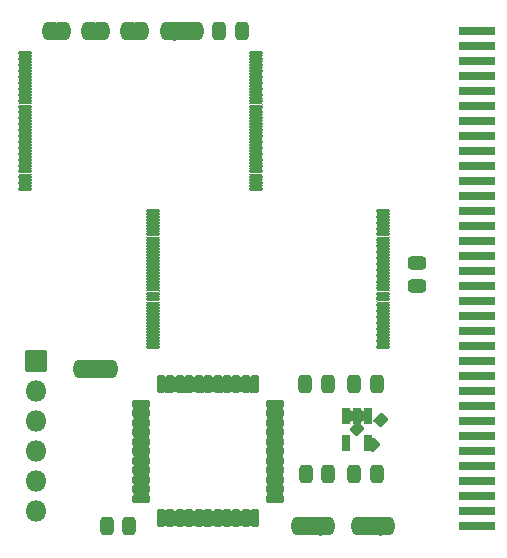
<source format=gts>
G04 #@! TF.GenerationSoftware,KiCad,Pcbnew,6.0.8-f2edbf62ab~116~ubuntu22.04.1*
G04 #@! TF.CreationDate,2022-10-13T11:13:53+02:00*
G04 #@! TF.ProjectId,PCMCIA_SRAM,50434d43-4941-45f5-9352-414d2e6b6963,v1.0*
G04 #@! TF.SameCoordinates,Original*
G04 #@! TF.FileFunction,Soldermask,Top*
G04 #@! TF.FilePolarity,Negative*
%FSLAX46Y46*%
G04 Gerber Fmt 4.6, Leading zero omitted, Abs format (unit mm)*
G04 Created by KiCad (PCBNEW 6.0.8-f2edbf62ab~116~ubuntu22.04.1) date 2022-10-13 11:13:53*
%MOMM*%
%LPD*%
G01*
G04 APERTURE LIST*
G04 Aperture macros list*
%AMRoundRect*
0 Rectangle with rounded corners*
0 $1 Rounding radius*
0 $2 $3 $4 $5 $6 $7 $8 $9 X,Y pos of 4 corners*
0 Add a 4 corners polygon primitive as box body*
4,1,4,$2,$3,$4,$5,$6,$7,$8,$9,$2,$3,0*
0 Add four circle primitives for the rounded corners*
1,1,$1+$1,$2,$3*
1,1,$1+$1,$4,$5*
1,1,$1+$1,$6,$7*
1,1,$1+$1,$8,$9*
0 Add four rect primitives between the rounded corners*
20,1,$1+$1,$2,$3,$4,$5,0*
20,1,$1+$1,$4,$5,$6,$7,0*
20,1,$1+$1,$6,$7,$8,$9,0*
20,1,$1+$1,$8,$9,$2,$3,0*%
%AMFreePoly0*
4,1,37,0.536062,0.786062,0.551000,0.750000,0.551000,-0.750000,0.536062,-0.786062,0.500000,-0.801000,0.000000,-0.801000,-0.012525,-0.795812,-0.080875,-0.794559,-0.095149,-0.792248,-0.230464,-0.749973,-0.243516,-0.743747,-0.361526,-0.665192,-0.372306,-0.655554,-0.463526,-0.547035,-0.471167,-0.534759,-0.528262,-0.405000,-0.532150,-0.391073,-0.549733,-0.256613,-0.548336,-0.256430,-0.551000,-0.250000,
-0.551000,0.250000,-0.550512,0.251179,-0.550356,0.263956,-0.528545,0.404033,-0.524317,0.417860,-0.464069,0.546185,-0.456130,0.558271,-0.362286,0.664529,-0.351274,0.673901,-0.231379,0.749549,-0.218180,0.755454,-0.081873,0.794411,-0.067546,0.796373,-0.011990,0.796033,0.000000,0.801000,0.500000,0.801000,0.536062,0.786062,0.536062,0.786062,$1*%
%AMFreePoly1*
4,1,37,0.012349,0.795885,0.074216,0.795507,0.088518,0.793370,0.224339,0.752751,0.237465,0.746685,0.356427,0.669578,0.367324,0.660073,0.459862,0.552676,0.467652,0.540494,0.526329,0.411442,0.530388,0.397563,0.550485,0.257230,0.551000,0.250000,0.551000,-0.250000,0.550996,-0.250622,0.550847,-0.262838,0.550144,-0.270677,0.526624,-0.410478,0.522228,-0.424254,0.460416,-0.551833,
0.452330,-0.563821,0.357195,-0.668925,0.346069,-0.678161,0.225259,-0.752338,0.211989,-0.758081,0.075216,-0.795370,0.060866,-0.797157,0.011464,-0.796251,0.000000,-0.801000,-0.500000,-0.801000,-0.536062,-0.786062,-0.551000,-0.750000,-0.551000,0.750000,-0.536062,0.786062,-0.500000,0.801000,0.000000,0.801000,0.012349,0.795885,0.012349,0.795885,$1*%
%AMFreePoly2*
4,1,37,0.586062,0.786062,0.601000,0.750000,0.601000,-0.750000,0.586062,-0.786062,0.550000,-0.801000,0.000000,-0.801000,-0.012525,-0.795812,-0.080875,-0.794559,-0.095149,-0.792248,-0.230464,-0.749973,-0.243516,-0.743747,-0.361526,-0.665192,-0.372306,-0.655554,-0.463526,-0.547035,-0.471167,-0.534759,-0.528262,-0.405000,-0.532150,-0.391073,-0.549733,-0.256613,-0.548336,-0.256430,-0.551000,-0.250000,
-0.551000,0.250000,-0.550512,0.251179,-0.550356,0.263956,-0.528545,0.404033,-0.524317,0.417860,-0.464069,0.546185,-0.456130,0.558271,-0.362286,0.664529,-0.351274,0.673901,-0.231379,0.749549,-0.218180,0.755454,-0.081873,0.794411,-0.067546,0.796373,-0.011990,0.796033,0.000000,0.801000,0.550000,0.801000,0.586062,0.786062,0.586062,0.786062,$1*%
%AMFreePoly3*
4,1,37,0.012349,0.795885,0.074216,0.795507,0.088518,0.793370,0.224339,0.752751,0.237465,0.746685,0.356427,0.669578,0.367324,0.660073,0.459862,0.552676,0.467652,0.540494,0.526329,0.411442,0.530388,0.397563,0.550485,0.257230,0.551000,0.250000,0.551000,-0.250000,0.550996,-0.250622,0.550847,-0.262838,0.550144,-0.270677,0.526624,-0.410478,0.522228,-0.424254,0.460416,-0.551833,
0.452330,-0.563821,0.357195,-0.668925,0.346069,-0.678161,0.225259,-0.752338,0.211989,-0.758081,0.075216,-0.795370,0.060866,-0.797157,0.011464,-0.796251,0.000000,-0.801000,-0.550000,-0.801000,-0.586062,-0.786062,-0.601000,-0.750000,-0.601000,0.750000,-0.586062,0.786062,-0.550000,0.801000,0.000000,0.801000,0.012349,0.795885,0.012349,0.795885,$1*%
G04 Aperture macros list end*
%ADD10RoundRect,0.051000X-0.035355X-0.601041X0.601041X0.035355X0.035355X0.601041X-0.601041X-0.035355X0*%
%ADD11RoundRect,0.051000X-1.500000X0.300000X-1.500000X-0.300000X1.500000X-0.300000X1.500000X0.300000X0*%
%ADD12FreePoly0,180.000000*%
%ADD13FreePoly1,180.000000*%
%ADD14FreePoly0,0.000000*%
%ADD15FreePoly1,0.000000*%
%ADD16FreePoly2,0.000000*%
%ADD17RoundRect,0.051000X-0.500000X-0.750000X0.500000X-0.750000X0.500000X0.750000X-0.500000X0.750000X0*%
%ADD18FreePoly3,0.000000*%
%ADD19FreePoly2,180.000000*%
%ADD20RoundRect,0.051000X0.500000X0.750000X-0.500000X0.750000X-0.500000X-0.750000X0.500000X-0.750000X0*%
%ADD21FreePoly3,180.000000*%
%ADD22RoundRect,0.051000X-0.550000X-0.125000X0.550000X-0.125000X0.550000X0.125000X-0.550000X0.125000X0*%
%ADD23RoundRect,0.188500X-0.600000X-0.137500X0.600000X-0.137500X0.600000X0.137500X-0.600000X0.137500X0*%
%ADD24RoundRect,0.188500X-0.137500X-0.600000X0.137500X-0.600000X0.137500X0.600000X-0.137500X0.600000X0*%
%ADD25RoundRect,0.201000X-0.150000X0.512500X-0.150000X-0.512500X0.150000X-0.512500X0.150000X0.512500X0*%
%ADD26RoundRect,0.051000X-0.850000X-0.850000X0.850000X-0.850000X0.850000X0.850000X-0.850000X0.850000X0*%
%ADD27O,1.802000X1.802000*%
%ADD28RoundRect,0.301000X-0.250000X-0.475000X0.250000X-0.475000X0.250000X0.475000X-0.250000X0.475000X0*%
%ADD29RoundRect,0.301000X0.250000X0.475000X-0.250000X0.475000X-0.250000X-0.475000X0.250000X-0.475000X0*%
%ADD30RoundRect,0.301000X0.475000X-0.250000X0.475000X0.250000X-0.475000X0.250000X-0.475000X-0.250000X0*%
G04 APERTURE END LIST*
D10*
X194836142Y-116240355D03*
X196179645Y-117583858D03*
X196922107Y-115497893D03*
D11*
X205025000Y-124465000D03*
X205025000Y-123195000D03*
X205025000Y-121925000D03*
X205025000Y-120655000D03*
X205025000Y-119385000D03*
X205025000Y-118115000D03*
X205025000Y-116845000D03*
X205025000Y-115575000D03*
X205025000Y-114305000D03*
X205025000Y-113035000D03*
X205025000Y-111765000D03*
X205025000Y-110495000D03*
X205025000Y-109225000D03*
X205025000Y-107955000D03*
X205025000Y-106685000D03*
X205025000Y-105415000D03*
X205025000Y-104145000D03*
X205025000Y-102875000D03*
X205025000Y-101605000D03*
X205025000Y-100335000D03*
X205025000Y-99065000D03*
X205025000Y-97795000D03*
X205025000Y-96525000D03*
X205025000Y-95255000D03*
X205025000Y-93985000D03*
X205025000Y-92715000D03*
X205025000Y-91445000D03*
X205025000Y-90175000D03*
X205025000Y-88905000D03*
X205025000Y-87635000D03*
X205025000Y-86365000D03*
X205025000Y-85095000D03*
X205025000Y-83825000D03*
X205025000Y-82555000D03*
D12*
X170068000Y-82550000D03*
D13*
X168768000Y-82550000D03*
D12*
X173370000Y-82550000D03*
D13*
X172070000Y-82550000D03*
D14*
X175372000Y-82550000D03*
D15*
X176672000Y-82550000D03*
D16*
X171420000Y-111125000D03*
D17*
X172720000Y-111125000D03*
D18*
X174020000Y-111125000D03*
D19*
X192435000Y-124460000D03*
D20*
X191135000Y-124460000D03*
D21*
X189835000Y-124460000D03*
D19*
X197515000Y-124460000D03*
D20*
X196215000Y-124460000D03*
D21*
X194915000Y-124460000D03*
D19*
X181322500Y-82550000D03*
D20*
X180022500Y-82550000D03*
D21*
X178722500Y-82550000D03*
D22*
X166780000Y-84420000D03*
X166780000Y-84920000D03*
X166780000Y-85420000D03*
X166780000Y-85920000D03*
X166780000Y-86420000D03*
X166780000Y-86920000D03*
X166780000Y-87420000D03*
X166780000Y-87920000D03*
X166780000Y-88420000D03*
X166780000Y-88920000D03*
X166780000Y-89420000D03*
X166780000Y-89920000D03*
X166780000Y-90420000D03*
X166780000Y-90920000D03*
X166780000Y-91420000D03*
X166780000Y-91920000D03*
X166780000Y-92420000D03*
X166780000Y-92920000D03*
X166780000Y-93420000D03*
X166780000Y-93920000D03*
X166780000Y-94420000D03*
X166780000Y-94920000D03*
X166780000Y-95420000D03*
X166780000Y-95920000D03*
X186280000Y-95920000D03*
X186280000Y-95420000D03*
X186280000Y-94920000D03*
X186280000Y-94420000D03*
X186280000Y-93920000D03*
X186280000Y-93420000D03*
X186280000Y-92920000D03*
X186280000Y-92420000D03*
X186280000Y-91920000D03*
X186280000Y-91420000D03*
X186280000Y-90920000D03*
X186280000Y-90420000D03*
X186280000Y-89920000D03*
X186280000Y-89420000D03*
X186280000Y-88920000D03*
X186280000Y-88420000D03*
X186280000Y-87920000D03*
X186280000Y-87420000D03*
X186280000Y-86920000D03*
X186280000Y-86420000D03*
X186280000Y-85920000D03*
X186280000Y-85420000D03*
X186280000Y-84920000D03*
X186280000Y-84420000D03*
X177575000Y-97755000D03*
X177575000Y-98255000D03*
X177575000Y-98755000D03*
X177575000Y-99255000D03*
X177575000Y-99755000D03*
X177575000Y-100255000D03*
X177575000Y-100755000D03*
X177575000Y-101255000D03*
X177575000Y-101755000D03*
X177575000Y-102255000D03*
X177575000Y-102755000D03*
X177575000Y-103255000D03*
X177575000Y-103755000D03*
X177575000Y-104255000D03*
X177575000Y-104755000D03*
X177575000Y-105255000D03*
X177575000Y-105755000D03*
X177575000Y-106255000D03*
X177575000Y-106755000D03*
X177575000Y-107255000D03*
X177575000Y-107755000D03*
X177575000Y-108255000D03*
X177575000Y-108755000D03*
X177575000Y-109255000D03*
X197075000Y-109255000D03*
X197075000Y-108755000D03*
X197075000Y-108255000D03*
X197075000Y-107755000D03*
X197075000Y-107255000D03*
X197075000Y-106755000D03*
X197075000Y-106255000D03*
X197075000Y-105755000D03*
X197075000Y-105255000D03*
X197075000Y-104755000D03*
X197075000Y-104255000D03*
X197075000Y-103755000D03*
X197075000Y-103255000D03*
X197075000Y-102755000D03*
X197075000Y-102255000D03*
X197075000Y-101755000D03*
X197075000Y-101255000D03*
X197075000Y-100755000D03*
X197075000Y-100255000D03*
X197075000Y-99755000D03*
X197075000Y-99255000D03*
X197075000Y-98755000D03*
X197075000Y-98255000D03*
X197075000Y-97755000D03*
D23*
X176582500Y-114110000D03*
X176582500Y-114910000D03*
X176582500Y-115710000D03*
X176582500Y-116510000D03*
X176582500Y-117310000D03*
X176582500Y-118110000D03*
X176582500Y-118910000D03*
X176582500Y-119710000D03*
X176582500Y-120510000D03*
X176582500Y-121310000D03*
X176582500Y-122110000D03*
D24*
X178245000Y-123772500D03*
X179045000Y-123772500D03*
X179845000Y-123772500D03*
X180645000Y-123772500D03*
X181445000Y-123772500D03*
X182245000Y-123772500D03*
X183045000Y-123772500D03*
X183845000Y-123772500D03*
X184645000Y-123772500D03*
X185445000Y-123772500D03*
X186245000Y-123772500D03*
D23*
X187907500Y-122110000D03*
X187907500Y-121310000D03*
X187907500Y-120510000D03*
X187907500Y-119710000D03*
X187907500Y-118910000D03*
X187907500Y-118110000D03*
X187907500Y-117310000D03*
X187907500Y-116510000D03*
X187907500Y-115710000D03*
X187907500Y-114910000D03*
X187907500Y-114110000D03*
D24*
X186245000Y-112447500D03*
X185445000Y-112447500D03*
X184645000Y-112447500D03*
X183845000Y-112447500D03*
X183045000Y-112447500D03*
X182245000Y-112447500D03*
X181445000Y-112447500D03*
X180645000Y-112447500D03*
X179845000Y-112447500D03*
X179045000Y-112447500D03*
X178245000Y-112447500D03*
D25*
X195818800Y-115092900D03*
X194868800Y-115092900D03*
X193918800Y-115092900D03*
X193918800Y-117367900D03*
X195818800Y-117367900D03*
D26*
X167640000Y-110490000D03*
D27*
X167640000Y-113030000D03*
X167640000Y-115570000D03*
X167640000Y-118110000D03*
X167640000Y-120650000D03*
X167640000Y-123190000D03*
D28*
X190487500Y-112395000D03*
X192387500Y-112395000D03*
X190517500Y-120015000D03*
X192417500Y-120015000D03*
D29*
X175575000Y-124460000D03*
X173675000Y-124460000D03*
D28*
X183200000Y-82550000D03*
X185100000Y-82550000D03*
D30*
X199961500Y-104074000D03*
X199961500Y-102174000D03*
D28*
X194630000Y-120015000D03*
X196530000Y-120015000D03*
X194630000Y-112395000D03*
X196530000Y-112395000D03*
G36*
X195505660Y-123677493D02*
G01*
X195519452Y-123686709D01*
X195520615Y-123684969D01*
X195522409Y-123684084D01*
X195523560Y-123684545D01*
X195540952Y-123699078D01*
X195609670Y-123707704D01*
X195657288Y-123684918D01*
X195659282Y-123685072D01*
X195659814Y-123685611D01*
X195660548Y-123686709D01*
X195674340Y-123677493D01*
X195676336Y-123677362D01*
X195677447Y-123679025D01*
X195677114Y-123680267D01*
X195669767Y-123691262D01*
X195666000Y-123710199D01*
X195666000Y-125209801D01*
X195669767Y-125228738D01*
X195677114Y-125239733D01*
X195677245Y-125241729D01*
X195675582Y-125242840D01*
X195674340Y-125242507D01*
X195660548Y-125233291D01*
X195659385Y-125235031D01*
X195657591Y-125235916D01*
X195656440Y-125235455D01*
X195639048Y-125220922D01*
X195570330Y-125212296D01*
X195522712Y-125235082D01*
X195520718Y-125234928D01*
X195520186Y-125234389D01*
X195519452Y-125233291D01*
X195505660Y-125242507D01*
X195503664Y-125242638D01*
X195502553Y-125240975D01*
X195502886Y-125239733D01*
X195510233Y-125228738D01*
X195514000Y-125209801D01*
X195514000Y-123710199D01*
X195510233Y-123691262D01*
X195502886Y-123680267D01*
X195502755Y-123678271D01*
X195504418Y-123677160D01*
X195505660Y-123677493D01*
G37*
G36*
X190425660Y-123677493D02*
G01*
X190439452Y-123686709D01*
X190440615Y-123684969D01*
X190442409Y-123684084D01*
X190443560Y-123684545D01*
X190460952Y-123699078D01*
X190529670Y-123707704D01*
X190577288Y-123684918D01*
X190579282Y-123685072D01*
X190579814Y-123685611D01*
X190580548Y-123686709D01*
X190594340Y-123677493D01*
X190596336Y-123677362D01*
X190597447Y-123679025D01*
X190597114Y-123680267D01*
X190589767Y-123691262D01*
X190586000Y-123710199D01*
X190586000Y-125209801D01*
X190589767Y-125228738D01*
X190597114Y-125239733D01*
X190597245Y-125241729D01*
X190595582Y-125242840D01*
X190594340Y-125242507D01*
X190580548Y-125233291D01*
X190579385Y-125235031D01*
X190577591Y-125235916D01*
X190576440Y-125235455D01*
X190559048Y-125220922D01*
X190490330Y-125212296D01*
X190442712Y-125235082D01*
X190440718Y-125234928D01*
X190440186Y-125234389D01*
X190439452Y-125233291D01*
X190425660Y-125242507D01*
X190423664Y-125242638D01*
X190422553Y-125240975D01*
X190422886Y-125239733D01*
X190430233Y-125228738D01*
X190434000Y-125209801D01*
X190434000Y-123710199D01*
X190430233Y-123691262D01*
X190422886Y-123680267D01*
X190422755Y-123678271D01*
X190424418Y-123677160D01*
X190425660Y-123677493D01*
G37*
G36*
X196755660Y-123677493D02*
G01*
X196769452Y-123686709D01*
X196770615Y-123684969D01*
X196772409Y-123684084D01*
X196773560Y-123684545D01*
X196790952Y-123699078D01*
X196859670Y-123707704D01*
X196907288Y-123684918D01*
X196909282Y-123685072D01*
X196909814Y-123685611D01*
X196910548Y-123686709D01*
X196924340Y-123677493D01*
X196926336Y-123677362D01*
X196927447Y-123679025D01*
X196927114Y-123680267D01*
X196919767Y-123691262D01*
X196916000Y-123710199D01*
X196916000Y-125209801D01*
X196919767Y-125228738D01*
X196927114Y-125239733D01*
X196927245Y-125241729D01*
X196925582Y-125242840D01*
X196924340Y-125242507D01*
X196910548Y-125233291D01*
X196909385Y-125235031D01*
X196907591Y-125235916D01*
X196906440Y-125235455D01*
X196889048Y-125220922D01*
X196820330Y-125212296D01*
X196772712Y-125235082D01*
X196770718Y-125234928D01*
X196770186Y-125234389D01*
X196769452Y-125233291D01*
X196755660Y-125242507D01*
X196753664Y-125242638D01*
X196752553Y-125240975D01*
X196752886Y-125239733D01*
X196760233Y-125228738D01*
X196764000Y-125209801D01*
X196764000Y-123710199D01*
X196760233Y-123691262D01*
X196752886Y-123680267D01*
X196752755Y-123678271D01*
X196754418Y-123677160D01*
X196755660Y-123677493D01*
G37*
G36*
X191675660Y-123677493D02*
G01*
X191689452Y-123686709D01*
X191690615Y-123684969D01*
X191692409Y-123684084D01*
X191693560Y-123684545D01*
X191710952Y-123699078D01*
X191779670Y-123707704D01*
X191827288Y-123684918D01*
X191829282Y-123685072D01*
X191829814Y-123685611D01*
X191830548Y-123686709D01*
X191844340Y-123677493D01*
X191846336Y-123677362D01*
X191847447Y-123679025D01*
X191847114Y-123680267D01*
X191839767Y-123691262D01*
X191836000Y-123710199D01*
X191836000Y-125209801D01*
X191839767Y-125228738D01*
X191847114Y-125239733D01*
X191847245Y-125241729D01*
X191845582Y-125242840D01*
X191844340Y-125242507D01*
X191830548Y-125233291D01*
X191829385Y-125235031D01*
X191827591Y-125235916D01*
X191826440Y-125235455D01*
X191809048Y-125220922D01*
X191740330Y-125212296D01*
X191692712Y-125235082D01*
X191690718Y-125234928D01*
X191690186Y-125234389D01*
X191689452Y-125233291D01*
X191675660Y-125242507D01*
X191673664Y-125242638D01*
X191672553Y-125240975D01*
X191672886Y-125239733D01*
X191680233Y-125228738D01*
X191684000Y-125209801D01*
X191684000Y-123710199D01*
X191680233Y-123691262D01*
X191672886Y-123680267D01*
X191672755Y-123678271D01*
X191674418Y-123677160D01*
X191675660Y-123677493D01*
G37*
G36*
X180130769Y-123058098D02*
G01*
X180151316Y-123078645D01*
X180152152Y-123078421D01*
X180153135Y-123079031D01*
X180179372Y-123108828D01*
X180245976Y-123127812D01*
X180312279Y-123107771D01*
X180337024Y-123079213D01*
X180338694Y-123078635D01*
X180359231Y-123058098D01*
X180361163Y-123057580D01*
X180362577Y-123058994D01*
X180362308Y-123060623D01*
X180335234Y-123101143D01*
X180321000Y-123172699D01*
X180321000Y-124372301D01*
X180335234Y-124443857D01*
X180362308Y-124484377D01*
X180362439Y-124486373D01*
X180360776Y-124487484D01*
X180359231Y-124486902D01*
X180338684Y-124466355D01*
X180337848Y-124466579D01*
X180336865Y-124465969D01*
X180310628Y-124436172D01*
X180244024Y-124417188D01*
X180177721Y-124437229D01*
X180152976Y-124465787D01*
X180151306Y-124466365D01*
X180130769Y-124486902D01*
X180128837Y-124487420D01*
X180127423Y-124486006D01*
X180127692Y-124484377D01*
X180154766Y-124443857D01*
X180169000Y-124372301D01*
X180169000Y-123172699D01*
X180154766Y-123101143D01*
X180127692Y-123060623D01*
X180127561Y-123058627D01*
X180129224Y-123057516D01*
X180130769Y-123058098D01*
G37*
G36*
X180930769Y-123058098D02*
G01*
X180951316Y-123078645D01*
X180952152Y-123078421D01*
X180953135Y-123079031D01*
X180979372Y-123108828D01*
X181045976Y-123127812D01*
X181112279Y-123107771D01*
X181137024Y-123079213D01*
X181138694Y-123078635D01*
X181159231Y-123058098D01*
X181161163Y-123057580D01*
X181162577Y-123058994D01*
X181162308Y-123060623D01*
X181135234Y-123101143D01*
X181121000Y-123172699D01*
X181121000Y-124372301D01*
X181135234Y-124443857D01*
X181162308Y-124484377D01*
X181162439Y-124486373D01*
X181160776Y-124487484D01*
X181159231Y-124486902D01*
X181138684Y-124466355D01*
X181137848Y-124466579D01*
X181136865Y-124465969D01*
X181110628Y-124436172D01*
X181044024Y-124417188D01*
X180977721Y-124437229D01*
X180952976Y-124465787D01*
X180951306Y-124466365D01*
X180930769Y-124486902D01*
X180928837Y-124487420D01*
X180927423Y-124486006D01*
X180927692Y-124484377D01*
X180954766Y-124443857D01*
X180969000Y-124372301D01*
X180969000Y-123172699D01*
X180954766Y-123101143D01*
X180927692Y-123060623D01*
X180927561Y-123058627D01*
X180929224Y-123057516D01*
X180930769Y-123058098D01*
G37*
G36*
X184930769Y-123058098D02*
G01*
X184951316Y-123078645D01*
X184952152Y-123078421D01*
X184953135Y-123079031D01*
X184979372Y-123108828D01*
X185045976Y-123127812D01*
X185112279Y-123107771D01*
X185137024Y-123079213D01*
X185138694Y-123078635D01*
X185159231Y-123058098D01*
X185161163Y-123057580D01*
X185162577Y-123058994D01*
X185162308Y-123060623D01*
X185135234Y-123101143D01*
X185121000Y-123172699D01*
X185121000Y-124372301D01*
X185135234Y-124443857D01*
X185162308Y-124484377D01*
X185162439Y-124486373D01*
X185160776Y-124487484D01*
X185159231Y-124486902D01*
X185138684Y-124466355D01*
X185137848Y-124466579D01*
X185136865Y-124465969D01*
X185110628Y-124436172D01*
X185044024Y-124417188D01*
X184977721Y-124437229D01*
X184952976Y-124465787D01*
X184951306Y-124466365D01*
X184930769Y-124486902D01*
X184928837Y-124487420D01*
X184927423Y-124486006D01*
X184927692Y-124484377D01*
X184954766Y-124443857D01*
X184969000Y-124372301D01*
X184969000Y-123172699D01*
X184954766Y-123101143D01*
X184927692Y-123060623D01*
X184927561Y-123058627D01*
X184929224Y-123057516D01*
X184930769Y-123058098D01*
G37*
G36*
X182530769Y-123058098D02*
G01*
X182551316Y-123078645D01*
X182552152Y-123078421D01*
X182553135Y-123079031D01*
X182579372Y-123108828D01*
X182645976Y-123127812D01*
X182712279Y-123107771D01*
X182737024Y-123079213D01*
X182738694Y-123078635D01*
X182759231Y-123058098D01*
X182761163Y-123057580D01*
X182762577Y-123058994D01*
X182762308Y-123060623D01*
X182735234Y-123101143D01*
X182721000Y-123172699D01*
X182721000Y-124372301D01*
X182735234Y-124443857D01*
X182762308Y-124484377D01*
X182762439Y-124486373D01*
X182760776Y-124487484D01*
X182759231Y-124486902D01*
X182738684Y-124466355D01*
X182737848Y-124466579D01*
X182736865Y-124465969D01*
X182710628Y-124436172D01*
X182644024Y-124417188D01*
X182577721Y-124437229D01*
X182552976Y-124465787D01*
X182551306Y-124466365D01*
X182530769Y-124486902D01*
X182528837Y-124487420D01*
X182527423Y-124486006D01*
X182527692Y-124484377D01*
X182554766Y-124443857D01*
X182569000Y-124372301D01*
X182569000Y-123172699D01*
X182554766Y-123101143D01*
X182527692Y-123060623D01*
X182527561Y-123058627D01*
X182529224Y-123057516D01*
X182530769Y-123058098D01*
G37*
G36*
X185730769Y-123058098D02*
G01*
X185751316Y-123078645D01*
X185752152Y-123078421D01*
X185753135Y-123079031D01*
X185779372Y-123108828D01*
X185845976Y-123127812D01*
X185912279Y-123107771D01*
X185937024Y-123079213D01*
X185938694Y-123078635D01*
X185959231Y-123058098D01*
X185961163Y-123057580D01*
X185962577Y-123058994D01*
X185962308Y-123060623D01*
X185935234Y-123101143D01*
X185921000Y-123172699D01*
X185921000Y-124372301D01*
X185935234Y-124443857D01*
X185962308Y-124484377D01*
X185962439Y-124486373D01*
X185960776Y-124487484D01*
X185959231Y-124486902D01*
X185938684Y-124466355D01*
X185937848Y-124466579D01*
X185936865Y-124465969D01*
X185910628Y-124436172D01*
X185844024Y-124417188D01*
X185777721Y-124437229D01*
X185752976Y-124465787D01*
X185751306Y-124466365D01*
X185730769Y-124486902D01*
X185728837Y-124487420D01*
X185727423Y-124486006D01*
X185727692Y-124484377D01*
X185754766Y-124443857D01*
X185769000Y-124372301D01*
X185769000Y-123172699D01*
X185754766Y-123101143D01*
X185727692Y-123060623D01*
X185727561Y-123058627D01*
X185729224Y-123057516D01*
X185730769Y-123058098D01*
G37*
G36*
X181730769Y-123058098D02*
G01*
X181751316Y-123078645D01*
X181752152Y-123078421D01*
X181753135Y-123079031D01*
X181779372Y-123108828D01*
X181845976Y-123127812D01*
X181912279Y-123107771D01*
X181937024Y-123079213D01*
X181938694Y-123078635D01*
X181959231Y-123058098D01*
X181961163Y-123057580D01*
X181962577Y-123058994D01*
X181962308Y-123060623D01*
X181935234Y-123101143D01*
X181921000Y-123172699D01*
X181921000Y-124372301D01*
X181935234Y-124443857D01*
X181962308Y-124484377D01*
X181962439Y-124486373D01*
X181960776Y-124487484D01*
X181959231Y-124486902D01*
X181938684Y-124466355D01*
X181937848Y-124466579D01*
X181936865Y-124465969D01*
X181910628Y-124436172D01*
X181844024Y-124417188D01*
X181777721Y-124437229D01*
X181752976Y-124465787D01*
X181751306Y-124466365D01*
X181730769Y-124486902D01*
X181728837Y-124487420D01*
X181727423Y-124486006D01*
X181727692Y-124484377D01*
X181754766Y-124443857D01*
X181769000Y-124372301D01*
X181769000Y-123172699D01*
X181754766Y-123101143D01*
X181727692Y-123060623D01*
X181727561Y-123058627D01*
X181729224Y-123057516D01*
X181730769Y-123058098D01*
G37*
G36*
X179330769Y-123058098D02*
G01*
X179351316Y-123078645D01*
X179352152Y-123078421D01*
X179353135Y-123079031D01*
X179379372Y-123108828D01*
X179445976Y-123127812D01*
X179512279Y-123107771D01*
X179537024Y-123079213D01*
X179538694Y-123078635D01*
X179559231Y-123058098D01*
X179561163Y-123057580D01*
X179562577Y-123058994D01*
X179562308Y-123060623D01*
X179535234Y-123101143D01*
X179521000Y-123172699D01*
X179521000Y-124372301D01*
X179535234Y-124443857D01*
X179562308Y-124484377D01*
X179562439Y-124486373D01*
X179560776Y-124487484D01*
X179559231Y-124486902D01*
X179538684Y-124466355D01*
X179537848Y-124466579D01*
X179536865Y-124465969D01*
X179510628Y-124436172D01*
X179444024Y-124417188D01*
X179377721Y-124437229D01*
X179352976Y-124465787D01*
X179351306Y-124466365D01*
X179330769Y-124486902D01*
X179328837Y-124487420D01*
X179327423Y-124486006D01*
X179327692Y-124484377D01*
X179354766Y-124443857D01*
X179369000Y-124372301D01*
X179369000Y-123172699D01*
X179354766Y-123101143D01*
X179327692Y-123060623D01*
X179327561Y-123058627D01*
X179329224Y-123057516D01*
X179330769Y-123058098D01*
G37*
G36*
X178530769Y-123058098D02*
G01*
X178551316Y-123078645D01*
X178552152Y-123078421D01*
X178553135Y-123079031D01*
X178579372Y-123108828D01*
X178645976Y-123127812D01*
X178712279Y-123107771D01*
X178737024Y-123079213D01*
X178738694Y-123078635D01*
X178759231Y-123058098D01*
X178761163Y-123057580D01*
X178762577Y-123058994D01*
X178762308Y-123060623D01*
X178735234Y-123101143D01*
X178721000Y-123172699D01*
X178721000Y-124372301D01*
X178735234Y-124443857D01*
X178762308Y-124484377D01*
X178762439Y-124486373D01*
X178760776Y-124487484D01*
X178759231Y-124486902D01*
X178738684Y-124466355D01*
X178737848Y-124466579D01*
X178736865Y-124465969D01*
X178710628Y-124436172D01*
X178644024Y-124417188D01*
X178577721Y-124437229D01*
X178552976Y-124465787D01*
X178551306Y-124466365D01*
X178530769Y-124486902D01*
X178528837Y-124487420D01*
X178527423Y-124486006D01*
X178527692Y-124484377D01*
X178554766Y-124443857D01*
X178569000Y-124372301D01*
X178569000Y-123172699D01*
X178554766Y-123101143D01*
X178527692Y-123060623D01*
X178527561Y-123058627D01*
X178529224Y-123057516D01*
X178530769Y-123058098D01*
G37*
G36*
X183330769Y-123058098D02*
G01*
X183351316Y-123078645D01*
X183352152Y-123078421D01*
X183353135Y-123079031D01*
X183379372Y-123108828D01*
X183445976Y-123127812D01*
X183512279Y-123107771D01*
X183537024Y-123079213D01*
X183538694Y-123078635D01*
X183559231Y-123058098D01*
X183561163Y-123057580D01*
X183562577Y-123058994D01*
X183562308Y-123060623D01*
X183535234Y-123101143D01*
X183521000Y-123172699D01*
X183521000Y-124372301D01*
X183535234Y-124443857D01*
X183562308Y-124484377D01*
X183562439Y-124486373D01*
X183560776Y-124487484D01*
X183559231Y-124486902D01*
X183538684Y-124466355D01*
X183537848Y-124466579D01*
X183536865Y-124465969D01*
X183510628Y-124436172D01*
X183444024Y-124417188D01*
X183377721Y-124437229D01*
X183352976Y-124465787D01*
X183351306Y-124466365D01*
X183330769Y-124486902D01*
X183328837Y-124487420D01*
X183327423Y-124486006D01*
X183327692Y-124484377D01*
X183354766Y-124443857D01*
X183369000Y-124372301D01*
X183369000Y-123172699D01*
X183354766Y-123101143D01*
X183327692Y-123060623D01*
X183327561Y-123058627D01*
X183329224Y-123057516D01*
X183330769Y-123058098D01*
G37*
G36*
X184130769Y-123058098D02*
G01*
X184151316Y-123078645D01*
X184152152Y-123078421D01*
X184153135Y-123079031D01*
X184179372Y-123108828D01*
X184245976Y-123127812D01*
X184312279Y-123107771D01*
X184337024Y-123079213D01*
X184338694Y-123078635D01*
X184359231Y-123058098D01*
X184361163Y-123057580D01*
X184362577Y-123058994D01*
X184362308Y-123060623D01*
X184335234Y-123101143D01*
X184321000Y-123172699D01*
X184321000Y-124372301D01*
X184335234Y-124443857D01*
X184362308Y-124484377D01*
X184362439Y-124486373D01*
X184360776Y-124487484D01*
X184359231Y-124486902D01*
X184338684Y-124466355D01*
X184337848Y-124466579D01*
X184336865Y-124465969D01*
X184310628Y-124436172D01*
X184244024Y-124417188D01*
X184177721Y-124437229D01*
X184152976Y-124465787D01*
X184151306Y-124466365D01*
X184130769Y-124486902D01*
X184128837Y-124487420D01*
X184127423Y-124486006D01*
X184127692Y-124484377D01*
X184154766Y-124443857D01*
X184169000Y-124372301D01*
X184169000Y-123172699D01*
X184154766Y-123101143D01*
X184127692Y-123060623D01*
X184127561Y-123058627D01*
X184129224Y-123057516D01*
X184130769Y-123058098D01*
G37*
G36*
X187195623Y-121592692D02*
G01*
X187236143Y-121619766D01*
X187307699Y-121634000D01*
X188507301Y-121634000D01*
X188578857Y-121619766D01*
X188619377Y-121592692D01*
X188621373Y-121592561D01*
X188622484Y-121594224D01*
X188621902Y-121595769D01*
X188601355Y-121616316D01*
X188601579Y-121617152D01*
X188600969Y-121618135D01*
X188571172Y-121644372D01*
X188552188Y-121710976D01*
X188572229Y-121777279D01*
X188600787Y-121802024D01*
X188601365Y-121803694D01*
X188621902Y-121824231D01*
X188622420Y-121826163D01*
X188621006Y-121827577D01*
X188619377Y-121827308D01*
X188578857Y-121800234D01*
X188507301Y-121786000D01*
X187307699Y-121786000D01*
X187236143Y-121800234D01*
X187195623Y-121827308D01*
X187193627Y-121827439D01*
X187192516Y-121825776D01*
X187193098Y-121824231D01*
X187213645Y-121803684D01*
X187213421Y-121802848D01*
X187214031Y-121801865D01*
X187243828Y-121775628D01*
X187262812Y-121709024D01*
X187242771Y-121642721D01*
X187214213Y-121617976D01*
X187213635Y-121616306D01*
X187193098Y-121595769D01*
X187192580Y-121593837D01*
X187193994Y-121592423D01*
X187195623Y-121592692D01*
G37*
G36*
X175870623Y-121592692D02*
G01*
X175911143Y-121619766D01*
X175982699Y-121634000D01*
X177182301Y-121634000D01*
X177253857Y-121619766D01*
X177294377Y-121592692D01*
X177296373Y-121592561D01*
X177297484Y-121594224D01*
X177296902Y-121595769D01*
X177276355Y-121616316D01*
X177276579Y-121617152D01*
X177275969Y-121618135D01*
X177246172Y-121644372D01*
X177227188Y-121710976D01*
X177247229Y-121777279D01*
X177275787Y-121802024D01*
X177276365Y-121803694D01*
X177296902Y-121824231D01*
X177297420Y-121826163D01*
X177296006Y-121827577D01*
X177294377Y-121827308D01*
X177253857Y-121800234D01*
X177182301Y-121786000D01*
X175982699Y-121786000D01*
X175911143Y-121800234D01*
X175870623Y-121827308D01*
X175868627Y-121827439D01*
X175867516Y-121825776D01*
X175868098Y-121824231D01*
X175888645Y-121803684D01*
X175888421Y-121802848D01*
X175889031Y-121801865D01*
X175918828Y-121775628D01*
X175937812Y-121709024D01*
X175917771Y-121642721D01*
X175889213Y-121617976D01*
X175888635Y-121616306D01*
X175868098Y-121595769D01*
X175867580Y-121593837D01*
X175868994Y-121592423D01*
X175870623Y-121592692D01*
G37*
G36*
X187195623Y-120792692D02*
G01*
X187236143Y-120819766D01*
X187307699Y-120834000D01*
X188507301Y-120834000D01*
X188578857Y-120819766D01*
X188619377Y-120792692D01*
X188621373Y-120792561D01*
X188622484Y-120794224D01*
X188621902Y-120795769D01*
X188601355Y-120816316D01*
X188601579Y-120817152D01*
X188600969Y-120818135D01*
X188571172Y-120844372D01*
X188552188Y-120910976D01*
X188572229Y-120977279D01*
X188600787Y-121002024D01*
X188601365Y-121003694D01*
X188621902Y-121024231D01*
X188622420Y-121026163D01*
X188621006Y-121027577D01*
X188619377Y-121027308D01*
X188578857Y-121000234D01*
X188507301Y-120986000D01*
X187307699Y-120986000D01*
X187236143Y-121000234D01*
X187195623Y-121027308D01*
X187193627Y-121027439D01*
X187192516Y-121025776D01*
X187193098Y-121024231D01*
X187213645Y-121003684D01*
X187213421Y-121002848D01*
X187214031Y-121001865D01*
X187243828Y-120975628D01*
X187262812Y-120909024D01*
X187242771Y-120842721D01*
X187214213Y-120817976D01*
X187213635Y-120816306D01*
X187193098Y-120795769D01*
X187192580Y-120793837D01*
X187193994Y-120792423D01*
X187195623Y-120792692D01*
G37*
G36*
X175870623Y-120792692D02*
G01*
X175911143Y-120819766D01*
X175982699Y-120834000D01*
X177182301Y-120834000D01*
X177253857Y-120819766D01*
X177294377Y-120792692D01*
X177296373Y-120792561D01*
X177297484Y-120794224D01*
X177296902Y-120795769D01*
X177276355Y-120816316D01*
X177276579Y-120817152D01*
X177275969Y-120818135D01*
X177246172Y-120844372D01*
X177227188Y-120910976D01*
X177247229Y-120977279D01*
X177275787Y-121002024D01*
X177276365Y-121003694D01*
X177296902Y-121024231D01*
X177297420Y-121026163D01*
X177296006Y-121027577D01*
X177294377Y-121027308D01*
X177253857Y-121000234D01*
X177182301Y-120986000D01*
X175982699Y-120986000D01*
X175911143Y-121000234D01*
X175870623Y-121027308D01*
X175868627Y-121027439D01*
X175867516Y-121025776D01*
X175868098Y-121024231D01*
X175888645Y-121003684D01*
X175888421Y-121002848D01*
X175889031Y-121001865D01*
X175918828Y-120975628D01*
X175937812Y-120909024D01*
X175917771Y-120842721D01*
X175889213Y-120817976D01*
X175888635Y-120816306D01*
X175868098Y-120795769D01*
X175867580Y-120793837D01*
X175868994Y-120792423D01*
X175870623Y-120792692D01*
G37*
G36*
X187195623Y-119992692D02*
G01*
X187236143Y-120019766D01*
X187307699Y-120034000D01*
X188507301Y-120034000D01*
X188578857Y-120019766D01*
X188619377Y-119992692D01*
X188621373Y-119992561D01*
X188622484Y-119994224D01*
X188621902Y-119995769D01*
X188601355Y-120016316D01*
X188601579Y-120017152D01*
X188600969Y-120018135D01*
X188571172Y-120044372D01*
X188552188Y-120110976D01*
X188572229Y-120177279D01*
X188600787Y-120202024D01*
X188601365Y-120203694D01*
X188621902Y-120224231D01*
X188622420Y-120226163D01*
X188621006Y-120227577D01*
X188619377Y-120227308D01*
X188578857Y-120200234D01*
X188507301Y-120186000D01*
X187307699Y-120186000D01*
X187236143Y-120200234D01*
X187195623Y-120227308D01*
X187193627Y-120227439D01*
X187192516Y-120225776D01*
X187193098Y-120224231D01*
X187213645Y-120203684D01*
X187213421Y-120202848D01*
X187214031Y-120201865D01*
X187243828Y-120175628D01*
X187262812Y-120109024D01*
X187242771Y-120042721D01*
X187214213Y-120017976D01*
X187213635Y-120016306D01*
X187193098Y-119995769D01*
X187192580Y-119993837D01*
X187193994Y-119992423D01*
X187195623Y-119992692D01*
G37*
G36*
X175870623Y-119992692D02*
G01*
X175911143Y-120019766D01*
X175982699Y-120034000D01*
X177182301Y-120034000D01*
X177253857Y-120019766D01*
X177294377Y-119992692D01*
X177296373Y-119992561D01*
X177297484Y-119994224D01*
X177296902Y-119995769D01*
X177276355Y-120016316D01*
X177276579Y-120017152D01*
X177275969Y-120018135D01*
X177246172Y-120044372D01*
X177227188Y-120110976D01*
X177247229Y-120177279D01*
X177275787Y-120202024D01*
X177276365Y-120203694D01*
X177296902Y-120224231D01*
X177297420Y-120226163D01*
X177296006Y-120227577D01*
X177294377Y-120227308D01*
X177253857Y-120200234D01*
X177182301Y-120186000D01*
X175982699Y-120186000D01*
X175911143Y-120200234D01*
X175870623Y-120227308D01*
X175868627Y-120227439D01*
X175867516Y-120225776D01*
X175868098Y-120224231D01*
X175888645Y-120203684D01*
X175888421Y-120202848D01*
X175889031Y-120201865D01*
X175918828Y-120175628D01*
X175937812Y-120109024D01*
X175917771Y-120042721D01*
X175889213Y-120017976D01*
X175888635Y-120016306D01*
X175868098Y-119995769D01*
X175867580Y-119993837D01*
X175868994Y-119992423D01*
X175870623Y-119992692D01*
G37*
G36*
X187195623Y-119192692D02*
G01*
X187236143Y-119219766D01*
X187307699Y-119234000D01*
X188507301Y-119234000D01*
X188578857Y-119219766D01*
X188619377Y-119192692D01*
X188621373Y-119192561D01*
X188622484Y-119194224D01*
X188621902Y-119195769D01*
X188601355Y-119216316D01*
X188601579Y-119217152D01*
X188600969Y-119218135D01*
X188571172Y-119244372D01*
X188552188Y-119310976D01*
X188572229Y-119377279D01*
X188600787Y-119402024D01*
X188601365Y-119403694D01*
X188621902Y-119424231D01*
X188622420Y-119426163D01*
X188621006Y-119427577D01*
X188619377Y-119427308D01*
X188578857Y-119400234D01*
X188507301Y-119386000D01*
X187307699Y-119386000D01*
X187236143Y-119400234D01*
X187195623Y-119427308D01*
X187193627Y-119427439D01*
X187192516Y-119425776D01*
X187193098Y-119424231D01*
X187213645Y-119403684D01*
X187213421Y-119402848D01*
X187214031Y-119401865D01*
X187243828Y-119375628D01*
X187262812Y-119309024D01*
X187242771Y-119242721D01*
X187214213Y-119217976D01*
X187213635Y-119216306D01*
X187193098Y-119195769D01*
X187192580Y-119193837D01*
X187193994Y-119192423D01*
X187195623Y-119192692D01*
G37*
G36*
X175870623Y-119192692D02*
G01*
X175911143Y-119219766D01*
X175982699Y-119234000D01*
X177182301Y-119234000D01*
X177253857Y-119219766D01*
X177294377Y-119192692D01*
X177296373Y-119192561D01*
X177297484Y-119194224D01*
X177296902Y-119195769D01*
X177276355Y-119216316D01*
X177276579Y-119217152D01*
X177275969Y-119218135D01*
X177246172Y-119244372D01*
X177227188Y-119310976D01*
X177247229Y-119377279D01*
X177275787Y-119402024D01*
X177276365Y-119403694D01*
X177296902Y-119424231D01*
X177297420Y-119426163D01*
X177296006Y-119427577D01*
X177294377Y-119427308D01*
X177253857Y-119400234D01*
X177182301Y-119386000D01*
X175982699Y-119386000D01*
X175911143Y-119400234D01*
X175870623Y-119427308D01*
X175868627Y-119427439D01*
X175867516Y-119425776D01*
X175868098Y-119424231D01*
X175888645Y-119403684D01*
X175888421Y-119402848D01*
X175889031Y-119401865D01*
X175918828Y-119375628D01*
X175937812Y-119309024D01*
X175917771Y-119242721D01*
X175889213Y-119217976D01*
X175888635Y-119216306D01*
X175868098Y-119195769D01*
X175867580Y-119193837D01*
X175868994Y-119192423D01*
X175870623Y-119192692D01*
G37*
G36*
X187195623Y-118392692D02*
G01*
X187236143Y-118419766D01*
X187307699Y-118434000D01*
X188507301Y-118434000D01*
X188578857Y-118419766D01*
X188619377Y-118392692D01*
X188621373Y-118392561D01*
X188622484Y-118394224D01*
X188621902Y-118395769D01*
X188601355Y-118416316D01*
X188601579Y-118417152D01*
X188600969Y-118418135D01*
X188571172Y-118444372D01*
X188552188Y-118510976D01*
X188572229Y-118577279D01*
X188600787Y-118602024D01*
X188601365Y-118603694D01*
X188621902Y-118624231D01*
X188622420Y-118626163D01*
X188621006Y-118627577D01*
X188619377Y-118627308D01*
X188578857Y-118600234D01*
X188507301Y-118586000D01*
X187307699Y-118586000D01*
X187236143Y-118600234D01*
X187195623Y-118627308D01*
X187193627Y-118627439D01*
X187192516Y-118625776D01*
X187193098Y-118624231D01*
X187213645Y-118603684D01*
X187213421Y-118602848D01*
X187214031Y-118601865D01*
X187243828Y-118575628D01*
X187262812Y-118509024D01*
X187242771Y-118442721D01*
X187214213Y-118417976D01*
X187213635Y-118416306D01*
X187193098Y-118395769D01*
X187192580Y-118393837D01*
X187193994Y-118392423D01*
X187195623Y-118392692D01*
G37*
G36*
X175870623Y-118392692D02*
G01*
X175911143Y-118419766D01*
X175982699Y-118434000D01*
X177182301Y-118434000D01*
X177253857Y-118419766D01*
X177294377Y-118392692D01*
X177296373Y-118392561D01*
X177297484Y-118394224D01*
X177296902Y-118395769D01*
X177276355Y-118416316D01*
X177276579Y-118417152D01*
X177275969Y-118418135D01*
X177246172Y-118444372D01*
X177227188Y-118510976D01*
X177247229Y-118577279D01*
X177275787Y-118602024D01*
X177276365Y-118603694D01*
X177296902Y-118624231D01*
X177297420Y-118626163D01*
X177296006Y-118627577D01*
X177294377Y-118627308D01*
X177253857Y-118600234D01*
X177182301Y-118586000D01*
X175982699Y-118586000D01*
X175911143Y-118600234D01*
X175870623Y-118627308D01*
X175868627Y-118627439D01*
X175867516Y-118625776D01*
X175868098Y-118624231D01*
X175888645Y-118603684D01*
X175888421Y-118602848D01*
X175889031Y-118601865D01*
X175918828Y-118575628D01*
X175937812Y-118509024D01*
X175917771Y-118442721D01*
X175889213Y-118417976D01*
X175888635Y-118416306D01*
X175868098Y-118395769D01*
X175867580Y-118393837D01*
X175868994Y-118392423D01*
X175870623Y-118392692D01*
G37*
G36*
X175870623Y-117592692D02*
G01*
X175911143Y-117619766D01*
X175982699Y-117634000D01*
X177182301Y-117634000D01*
X177253857Y-117619766D01*
X177294377Y-117592692D01*
X177296373Y-117592561D01*
X177297484Y-117594224D01*
X177296902Y-117595769D01*
X177276355Y-117616316D01*
X177276579Y-117617152D01*
X177275969Y-117618135D01*
X177246172Y-117644372D01*
X177227188Y-117710976D01*
X177247229Y-117777279D01*
X177275787Y-117802024D01*
X177276365Y-117803694D01*
X177296902Y-117824231D01*
X177297420Y-117826163D01*
X177296006Y-117827577D01*
X177294377Y-117827308D01*
X177253857Y-117800234D01*
X177182301Y-117786000D01*
X175982699Y-117786000D01*
X175911143Y-117800234D01*
X175870623Y-117827308D01*
X175868627Y-117827439D01*
X175867516Y-117825776D01*
X175868098Y-117824231D01*
X175888645Y-117803684D01*
X175888421Y-117802848D01*
X175889031Y-117801865D01*
X175918828Y-117775628D01*
X175937812Y-117709024D01*
X175917771Y-117642721D01*
X175889213Y-117617976D01*
X175888635Y-117616306D01*
X175868098Y-117595769D01*
X175867580Y-117593837D01*
X175868994Y-117592423D01*
X175870623Y-117592692D01*
G37*
G36*
X187195623Y-117592692D02*
G01*
X187236143Y-117619766D01*
X187307699Y-117634000D01*
X188507301Y-117634000D01*
X188578857Y-117619766D01*
X188619377Y-117592692D01*
X188621373Y-117592561D01*
X188622484Y-117594224D01*
X188621902Y-117595769D01*
X188601355Y-117616316D01*
X188601579Y-117617152D01*
X188600969Y-117618135D01*
X188571172Y-117644372D01*
X188552188Y-117710976D01*
X188572229Y-117777279D01*
X188600787Y-117802024D01*
X188601365Y-117803694D01*
X188621902Y-117824231D01*
X188622420Y-117826163D01*
X188621006Y-117827577D01*
X188619377Y-117827308D01*
X188578857Y-117800234D01*
X188507301Y-117786000D01*
X187307699Y-117786000D01*
X187236143Y-117800234D01*
X187195623Y-117827308D01*
X187193627Y-117827439D01*
X187192516Y-117825776D01*
X187193098Y-117824231D01*
X187213645Y-117803684D01*
X187213421Y-117802848D01*
X187214031Y-117801865D01*
X187243828Y-117775628D01*
X187262812Y-117709024D01*
X187242771Y-117642721D01*
X187214213Y-117617976D01*
X187213635Y-117616306D01*
X187193098Y-117595769D01*
X187192580Y-117593837D01*
X187193994Y-117592423D01*
X187195623Y-117592692D01*
G37*
G36*
X175870623Y-116792692D02*
G01*
X175911143Y-116819766D01*
X175982699Y-116834000D01*
X177182301Y-116834000D01*
X177253857Y-116819766D01*
X177294377Y-116792692D01*
X177296373Y-116792561D01*
X177297484Y-116794224D01*
X177296902Y-116795769D01*
X177276355Y-116816316D01*
X177276579Y-116817152D01*
X177275969Y-116818135D01*
X177246172Y-116844372D01*
X177227188Y-116910976D01*
X177247229Y-116977279D01*
X177275787Y-117002024D01*
X177276365Y-117003694D01*
X177296902Y-117024231D01*
X177297420Y-117026163D01*
X177296006Y-117027577D01*
X177294377Y-117027308D01*
X177253857Y-117000234D01*
X177182301Y-116986000D01*
X175982699Y-116986000D01*
X175911143Y-117000234D01*
X175870623Y-117027308D01*
X175868627Y-117027439D01*
X175867516Y-117025776D01*
X175868098Y-117024231D01*
X175888645Y-117003684D01*
X175888421Y-117002848D01*
X175889031Y-117001865D01*
X175918828Y-116975628D01*
X175937812Y-116909024D01*
X175917771Y-116842721D01*
X175889213Y-116817976D01*
X175888635Y-116816306D01*
X175868098Y-116795769D01*
X175867580Y-116793837D01*
X175868994Y-116792423D01*
X175870623Y-116792692D01*
G37*
G36*
X187195623Y-116792692D02*
G01*
X187236143Y-116819766D01*
X187307699Y-116834000D01*
X188507301Y-116834000D01*
X188578857Y-116819766D01*
X188619377Y-116792692D01*
X188621373Y-116792561D01*
X188622484Y-116794224D01*
X188621902Y-116795769D01*
X188601355Y-116816316D01*
X188601579Y-116817152D01*
X188600969Y-116818135D01*
X188571172Y-116844372D01*
X188552188Y-116910976D01*
X188572229Y-116977279D01*
X188600787Y-117002024D01*
X188601365Y-117003694D01*
X188621902Y-117024231D01*
X188622420Y-117026163D01*
X188621006Y-117027577D01*
X188619377Y-117027308D01*
X188578857Y-117000234D01*
X188507301Y-116986000D01*
X187307699Y-116986000D01*
X187236143Y-117000234D01*
X187195623Y-117027308D01*
X187193627Y-117027439D01*
X187192516Y-117025776D01*
X187193098Y-117024231D01*
X187213645Y-117003684D01*
X187213421Y-117002848D01*
X187214031Y-117001865D01*
X187243828Y-116975628D01*
X187262812Y-116909024D01*
X187242771Y-116842721D01*
X187214213Y-116817976D01*
X187213635Y-116816306D01*
X187193098Y-116795769D01*
X187192580Y-116793837D01*
X187193994Y-116792423D01*
X187195623Y-116792692D01*
G37*
G36*
X175870623Y-115992692D02*
G01*
X175911143Y-116019766D01*
X175982699Y-116034000D01*
X177182301Y-116034000D01*
X177253857Y-116019766D01*
X177294377Y-115992692D01*
X177296373Y-115992561D01*
X177297484Y-115994224D01*
X177296902Y-115995769D01*
X177276355Y-116016316D01*
X177276579Y-116017152D01*
X177275969Y-116018135D01*
X177246172Y-116044372D01*
X177227188Y-116110976D01*
X177247229Y-116177279D01*
X177275787Y-116202024D01*
X177276365Y-116203694D01*
X177296902Y-116224231D01*
X177297420Y-116226163D01*
X177296006Y-116227577D01*
X177294377Y-116227308D01*
X177253857Y-116200234D01*
X177182301Y-116186000D01*
X175982699Y-116186000D01*
X175911143Y-116200234D01*
X175870623Y-116227308D01*
X175868627Y-116227439D01*
X175867516Y-116225776D01*
X175868098Y-116224231D01*
X175888645Y-116203684D01*
X175888421Y-116202848D01*
X175889031Y-116201865D01*
X175918828Y-116175628D01*
X175937812Y-116109024D01*
X175917771Y-116042721D01*
X175889213Y-116017976D01*
X175888635Y-116016306D01*
X175868098Y-115995769D01*
X175867580Y-115993837D01*
X175868994Y-115992423D01*
X175870623Y-115992692D01*
G37*
G36*
X187195623Y-115992692D02*
G01*
X187236143Y-116019766D01*
X187307699Y-116034000D01*
X188507301Y-116034000D01*
X188578857Y-116019766D01*
X188619377Y-115992692D01*
X188621373Y-115992561D01*
X188622484Y-115994224D01*
X188621902Y-115995769D01*
X188601355Y-116016316D01*
X188601579Y-116017152D01*
X188600969Y-116018135D01*
X188571172Y-116044372D01*
X188552188Y-116110976D01*
X188572229Y-116177279D01*
X188600787Y-116202024D01*
X188601365Y-116203694D01*
X188621902Y-116224231D01*
X188622420Y-116226163D01*
X188621006Y-116227577D01*
X188619377Y-116227308D01*
X188578857Y-116200234D01*
X188507301Y-116186000D01*
X187307699Y-116186000D01*
X187236143Y-116200234D01*
X187195623Y-116227308D01*
X187193627Y-116227439D01*
X187192516Y-116225776D01*
X187193098Y-116224231D01*
X187213645Y-116203684D01*
X187213421Y-116202848D01*
X187214031Y-116201865D01*
X187243828Y-116175628D01*
X187262812Y-116109024D01*
X187242771Y-116042721D01*
X187214213Y-116017976D01*
X187213635Y-116016306D01*
X187193098Y-115995769D01*
X187192580Y-115993837D01*
X187193994Y-115992423D01*
X187195623Y-115992692D01*
G37*
G36*
X196171719Y-115310054D02*
G01*
X196191396Y-115377069D01*
X196243739Y-115422424D01*
X196312292Y-115432281D01*
X196375529Y-115403401D01*
X196381809Y-115397554D01*
X196383758Y-115397106D01*
X196385121Y-115398570D01*
X196384586Y-115400432D01*
X196286558Y-115498460D01*
X196275833Y-115514510D01*
X196272107Y-115533248D01*
X196275833Y-115551986D01*
X196286558Y-115568037D01*
X196356002Y-115637481D01*
X196356520Y-115639413D01*
X196355106Y-115640827D01*
X196353630Y-115640650D01*
X196292329Y-115607178D01*
X196223247Y-115612118D01*
X196167647Y-115653740D01*
X196159347Y-115667603D01*
X196157599Y-115668576D01*
X196155883Y-115667548D01*
X196155669Y-115666186D01*
X196167800Y-115605201D01*
X196167800Y-115310617D01*
X196168800Y-115308885D01*
X196170800Y-115308885D01*
X196171719Y-115310054D01*
G37*
G36*
X194519018Y-114587009D02*
G01*
X194519800Y-114588595D01*
X194519800Y-115597195D01*
X194518800Y-115598927D01*
X194516800Y-115598927D01*
X194515817Y-115597456D01*
X194515785Y-115597217D01*
X194487646Y-115533604D01*
X194429835Y-115495470D01*
X194360580Y-115494644D01*
X194301886Y-115531383D01*
X194271815Y-115597225D01*
X194271783Y-115597468D01*
X194270565Y-115599054D01*
X194268582Y-115598792D01*
X194267800Y-115597206D01*
X194267800Y-114588605D01*
X194268800Y-114586873D01*
X194270800Y-114586873D01*
X194271783Y-114588344D01*
X194271815Y-114588583D01*
X194299954Y-114652196D01*
X194357765Y-114690330D01*
X194427020Y-114691156D01*
X194485714Y-114654417D01*
X194515785Y-114588575D01*
X194515817Y-114588333D01*
X194517036Y-114586747D01*
X194519018Y-114587009D01*
G37*
G36*
X195469018Y-114587009D02*
G01*
X195469800Y-114588595D01*
X195469800Y-115597195D01*
X195468800Y-115598927D01*
X195466800Y-115598927D01*
X195465817Y-115597456D01*
X195465785Y-115597217D01*
X195437646Y-115533604D01*
X195379835Y-115495470D01*
X195310580Y-115494644D01*
X195251886Y-115531383D01*
X195221815Y-115597225D01*
X195221783Y-115597468D01*
X195220565Y-115599054D01*
X195218582Y-115598792D01*
X195217800Y-115597206D01*
X195217800Y-114588605D01*
X195218800Y-114586873D01*
X195220800Y-114586873D01*
X195221783Y-114588344D01*
X195221815Y-114588583D01*
X195249954Y-114652196D01*
X195307765Y-114690330D01*
X195377020Y-114691156D01*
X195435714Y-114654417D01*
X195465785Y-114588575D01*
X195465817Y-114588333D01*
X195467036Y-114586747D01*
X195469018Y-114587009D01*
G37*
G36*
X187195623Y-115192692D02*
G01*
X187236143Y-115219766D01*
X187307699Y-115234000D01*
X188507301Y-115234000D01*
X188578857Y-115219766D01*
X188619377Y-115192692D01*
X188621373Y-115192561D01*
X188622484Y-115194224D01*
X188621902Y-115195769D01*
X188601355Y-115216316D01*
X188601579Y-115217152D01*
X188600969Y-115218135D01*
X188571172Y-115244372D01*
X188552188Y-115310976D01*
X188572229Y-115377279D01*
X188600787Y-115402024D01*
X188601365Y-115403694D01*
X188621902Y-115424231D01*
X188622420Y-115426163D01*
X188621006Y-115427577D01*
X188619377Y-115427308D01*
X188578857Y-115400234D01*
X188507301Y-115386000D01*
X187307699Y-115386000D01*
X187236143Y-115400234D01*
X187195623Y-115427308D01*
X187193627Y-115427439D01*
X187192516Y-115425776D01*
X187193098Y-115424231D01*
X187213645Y-115403684D01*
X187213421Y-115402848D01*
X187214031Y-115401865D01*
X187243828Y-115375628D01*
X187262812Y-115309024D01*
X187242771Y-115242721D01*
X187214213Y-115217976D01*
X187213635Y-115216306D01*
X187193098Y-115195769D01*
X187192580Y-115193837D01*
X187193994Y-115192423D01*
X187195623Y-115192692D01*
G37*
G36*
X175870623Y-115192692D02*
G01*
X175911143Y-115219766D01*
X175982699Y-115234000D01*
X177182301Y-115234000D01*
X177253857Y-115219766D01*
X177294377Y-115192692D01*
X177296373Y-115192561D01*
X177297484Y-115194224D01*
X177296902Y-115195769D01*
X177276355Y-115216316D01*
X177276579Y-115217152D01*
X177275969Y-115218135D01*
X177246172Y-115244372D01*
X177227188Y-115310976D01*
X177247229Y-115377279D01*
X177275787Y-115402024D01*
X177276365Y-115403694D01*
X177296902Y-115424231D01*
X177297420Y-115426163D01*
X177296006Y-115427577D01*
X177294377Y-115427308D01*
X177253857Y-115400234D01*
X177182301Y-115386000D01*
X175982699Y-115386000D01*
X175911143Y-115400234D01*
X175870623Y-115427308D01*
X175868627Y-115427439D01*
X175867516Y-115425776D01*
X175868098Y-115424231D01*
X175888645Y-115403684D01*
X175888421Y-115402848D01*
X175889031Y-115401865D01*
X175918828Y-115375628D01*
X175937812Y-115309024D01*
X175917771Y-115242721D01*
X175889213Y-115217976D01*
X175888635Y-115216306D01*
X175868098Y-115195769D01*
X175867580Y-115193837D01*
X175868994Y-115192423D01*
X175870623Y-115192692D01*
G37*
G36*
X187195623Y-114392692D02*
G01*
X187236143Y-114419766D01*
X187307699Y-114434000D01*
X188507301Y-114434000D01*
X188578857Y-114419766D01*
X188619377Y-114392692D01*
X188621373Y-114392561D01*
X188622484Y-114394224D01*
X188621902Y-114395769D01*
X188601355Y-114416316D01*
X188601579Y-114417152D01*
X188600969Y-114418135D01*
X188571172Y-114444372D01*
X188552188Y-114510976D01*
X188572229Y-114577279D01*
X188600787Y-114602024D01*
X188601365Y-114603694D01*
X188621902Y-114624231D01*
X188622420Y-114626163D01*
X188621006Y-114627577D01*
X188619377Y-114627308D01*
X188578857Y-114600234D01*
X188507301Y-114586000D01*
X187307699Y-114586000D01*
X187236143Y-114600234D01*
X187195623Y-114627308D01*
X187193627Y-114627439D01*
X187192516Y-114625776D01*
X187193098Y-114624231D01*
X187213645Y-114603684D01*
X187213421Y-114602848D01*
X187214031Y-114601865D01*
X187243828Y-114575628D01*
X187262812Y-114509024D01*
X187242771Y-114442721D01*
X187214213Y-114417976D01*
X187213635Y-114416306D01*
X187193098Y-114395769D01*
X187192580Y-114393837D01*
X187193994Y-114392423D01*
X187195623Y-114392692D01*
G37*
G36*
X175870623Y-114392692D02*
G01*
X175911143Y-114419766D01*
X175982699Y-114434000D01*
X177182301Y-114434000D01*
X177253857Y-114419766D01*
X177294377Y-114392692D01*
X177296373Y-114392561D01*
X177297484Y-114394224D01*
X177296902Y-114395769D01*
X177276355Y-114416316D01*
X177276579Y-114417152D01*
X177275969Y-114418135D01*
X177246172Y-114444372D01*
X177227188Y-114510976D01*
X177247229Y-114577279D01*
X177275787Y-114602024D01*
X177276365Y-114603694D01*
X177296902Y-114624231D01*
X177297420Y-114626163D01*
X177296006Y-114627577D01*
X177294377Y-114627308D01*
X177253857Y-114600234D01*
X177182301Y-114586000D01*
X175982699Y-114586000D01*
X175911143Y-114600234D01*
X175870623Y-114627308D01*
X175868627Y-114627439D01*
X175867516Y-114625776D01*
X175868098Y-114624231D01*
X175888645Y-114603684D01*
X175888421Y-114602848D01*
X175889031Y-114601865D01*
X175918828Y-114575628D01*
X175937812Y-114509024D01*
X175917771Y-114442721D01*
X175889213Y-114417976D01*
X175888635Y-114416306D01*
X175868098Y-114395769D01*
X175867580Y-114393837D01*
X175868994Y-114392423D01*
X175870623Y-114392692D01*
G37*
G36*
X184130769Y-111733098D02*
G01*
X184151316Y-111753645D01*
X184152152Y-111753421D01*
X184153135Y-111754031D01*
X184179372Y-111783828D01*
X184245976Y-111802812D01*
X184312279Y-111782771D01*
X184337024Y-111754213D01*
X184338694Y-111753635D01*
X184359231Y-111733098D01*
X184361163Y-111732580D01*
X184362577Y-111733994D01*
X184362308Y-111735623D01*
X184335234Y-111776143D01*
X184321000Y-111847699D01*
X184321000Y-113047301D01*
X184335234Y-113118857D01*
X184362308Y-113159377D01*
X184362439Y-113161373D01*
X184360776Y-113162484D01*
X184359231Y-113161902D01*
X184338684Y-113141355D01*
X184337848Y-113141579D01*
X184336865Y-113140969D01*
X184310628Y-113111172D01*
X184244024Y-113092188D01*
X184177721Y-113112229D01*
X184152976Y-113140787D01*
X184151306Y-113141365D01*
X184130769Y-113161902D01*
X184128837Y-113162420D01*
X184127423Y-113161006D01*
X184127692Y-113159377D01*
X184154766Y-113118857D01*
X184169000Y-113047301D01*
X184169000Y-111847699D01*
X184154766Y-111776143D01*
X184127692Y-111735623D01*
X184127561Y-111733627D01*
X184129224Y-111732516D01*
X184130769Y-111733098D01*
G37*
G36*
X183330769Y-111733098D02*
G01*
X183351316Y-111753645D01*
X183352152Y-111753421D01*
X183353135Y-111754031D01*
X183379372Y-111783828D01*
X183445976Y-111802812D01*
X183512279Y-111782771D01*
X183537024Y-111754213D01*
X183538694Y-111753635D01*
X183559231Y-111733098D01*
X183561163Y-111732580D01*
X183562577Y-111733994D01*
X183562308Y-111735623D01*
X183535234Y-111776143D01*
X183521000Y-111847699D01*
X183521000Y-113047301D01*
X183535234Y-113118857D01*
X183562308Y-113159377D01*
X183562439Y-113161373D01*
X183560776Y-113162484D01*
X183559231Y-113161902D01*
X183538684Y-113141355D01*
X183537848Y-113141579D01*
X183536865Y-113140969D01*
X183510628Y-113111172D01*
X183444024Y-113092188D01*
X183377721Y-113112229D01*
X183352976Y-113140787D01*
X183351306Y-113141365D01*
X183330769Y-113161902D01*
X183328837Y-113162420D01*
X183327423Y-113161006D01*
X183327692Y-113159377D01*
X183354766Y-113118857D01*
X183369000Y-113047301D01*
X183369000Y-111847699D01*
X183354766Y-111776143D01*
X183327692Y-111735623D01*
X183327561Y-111733627D01*
X183329224Y-111732516D01*
X183330769Y-111733098D01*
G37*
G36*
X185730769Y-111733098D02*
G01*
X185751316Y-111753645D01*
X185752152Y-111753421D01*
X185753135Y-111754031D01*
X185779372Y-111783828D01*
X185845976Y-111802812D01*
X185912279Y-111782771D01*
X185937024Y-111754213D01*
X185938694Y-111753635D01*
X185959231Y-111733098D01*
X185961163Y-111732580D01*
X185962577Y-111733994D01*
X185962308Y-111735623D01*
X185935234Y-111776143D01*
X185921000Y-111847699D01*
X185921000Y-113047301D01*
X185935234Y-113118857D01*
X185962308Y-113159377D01*
X185962439Y-113161373D01*
X185960776Y-113162484D01*
X185959231Y-113161902D01*
X185938684Y-113141355D01*
X185937848Y-113141579D01*
X185936865Y-113140969D01*
X185910628Y-113111172D01*
X185844024Y-113092188D01*
X185777721Y-113112229D01*
X185752976Y-113140787D01*
X185751306Y-113141365D01*
X185730769Y-113161902D01*
X185728837Y-113162420D01*
X185727423Y-113161006D01*
X185727692Y-113159377D01*
X185754766Y-113118857D01*
X185769000Y-113047301D01*
X185769000Y-111847699D01*
X185754766Y-111776143D01*
X185727692Y-111735623D01*
X185727561Y-111733627D01*
X185729224Y-111732516D01*
X185730769Y-111733098D01*
G37*
G36*
X182530769Y-111733098D02*
G01*
X182551316Y-111753645D01*
X182552152Y-111753421D01*
X182553135Y-111754031D01*
X182579372Y-111783828D01*
X182645976Y-111802812D01*
X182712279Y-111782771D01*
X182737024Y-111754213D01*
X182738694Y-111753635D01*
X182759231Y-111733098D01*
X182761163Y-111732580D01*
X182762577Y-111733994D01*
X182762308Y-111735623D01*
X182735234Y-111776143D01*
X182721000Y-111847699D01*
X182721000Y-113047301D01*
X182735234Y-113118857D01*
X182762308Y-113159377D01*
X182762439Y-113161373D01*
X182760776Y-113162484D01*
X182759231Y-113161902D01*
X182738684Y-113141355D01*
X182737848Y-113141579D01*
X182736865Y-113140969D01*
X182710628Y-113111172D01*
X182644024Y-113092188D01*
X182577721Y-113112229D01*
X182552976Y-113140787D01*
X182551306Y-113141365D01*
X182530769Y-113161902D01*
X182528837Y-113162420D01*
X182527423Y-113161006D01*
X182527692Y-113159377D01*
X182554766Y-113118857D01*
X182569000Y-113047301D01*
X182569000Y-111847699D01*
X182554766Y-111776143D01*
X182527692Y-111735623D01*
X182527561Y-111733627D01*
X182529224Y-111732516D01*
X182530769Y-111733098D01*
G37*
G36*
X178530769Y-111733098D02*
G01*
X178551316Y-111753645D01*
X178552152Y-111753421D01*
X178553135Y-111754031D01*
X178579372Y-111783828D01*
X178645976Y-111802812D01*
X178712279Y-111782771D01*
X178737024Y-111754213D01*
X178738694Y-111753635D01*
X178759231Y-111733098D01*
X178761163Y-111732580D01*
X178762577Y-111733994D01*
X178762308Y-111735623D01*
X178735234Y-111776143D01*
X178721000Y-111847699D01*
X178721000Y-113047301D01*
X178735234Y-113118857D01*
X178762308Y-113159377D01*
X178762439Y-113161373D01*
X178760776Y-113162484D01*
X178759231Y-113161902D01*
X178738684Y-113141355D01*
X178737848Y-113141579D01*
X178736865Y-113140969D01*
X178710628Y-113111172D01*
X178644024Y-113092188D01*
X178577721Y-113112229D01*
X178552976Y-113140787D01*
X178551306Y-113141365D01*
X178530769Y-113161902D01*
X178528837Y-113162420D01*
X178527423Y-113161006D01*
X178527692Y-113159377D01*
X178554766Y-113118857D01*
X178569000Y-113047301D01*
X178569000Y-111847699D01*
X178554766Y-111776143D01*
X178527692Y-111735623D01*
X178527561Y-111733627D01*
X178529224Y-111732516D01*
X178530769Y-111733098D01*
G37*
G36*
X181730769Y-111733098D02*
G01*
X181751316Y-111753645D01*
X181752152Y-111753421D01*
X181753135Y-111754031D01*
X181779372Y-111783828D01*
X181845976Y-111802812D01*
X181912279Y-111782771D01*
X181937024Y-111754213D01*
X181938694Y-111753635D01*
X181959231Y-111733098D01*
X181961163Y-111732580D01*
X181962577Y-111733994D01*
X181962308Y-111735623D01*
X181935234Y-111776143D01*
X181921000Y-111847699D01*
X181921000Y-113047301D01*
X181935234Y-113118857D01*
X181962308Y-113159377D01*
X181962439Y-113161373D01*
X181960776Y-113162484D01*
X181959231Y-113161902D01*
X181938684Y-113141355D01*
X181937848Y-113141579D01*
X181936865Y-113140969D01*
X181910628Y-113111172D01*
X181844024Y-113092188D01*
X181777721Y-113112229D01*
X181752976Y-113140787D01*
X181751306Y-113141365D01*
X181730769Y-113161902D01*
X181728837Y-113162420D01*
X181727423Y-113161006D01*
X181727692Y-113159377D01*
X181754766Y-113118857D01*
X181769000Y-113047301D01*
X181769000Y-111847699D01*
X181754766Y-111776143D01*
X181727692Y-111735623D01*
X181727561Y-111733627D01*
X181729224Y-111732516D01*
X181730769Y-111733098D01*
G37*
G36*
X180930769Y-111733098D02*
G01*
X180951316Y-111753645D01*
X180952152Y-111753421D01*
X180953135Y-111754031D01*
X180979372Y-111783828D01*
X181045976Y-111802812D01*
X181112279Y-111782771D01*
X181137024Y-111754213D01*
X181138694Y-111753635D01*
X181159231Y-111733098D01*
X181161163Y-111732580D01*
X181162577Y-111733994D01*
X181162308Y-111735623D01*
X181135234Y-111776143D01*
X181121000Y-111847699D01*
X181121000Y-113047301D01*
X181135234Y-113118857D01*
X181162308Y-113159377D01*
X181162439Y-113161373D01*
X181160776Y-113162484D01*
X181159231Y-113161902D01*
X181138684Y-113141355D01*
X181137848Y-113141579D01*
X181136865Y-113140969D01*
X181110628Y-113111172D01*
X181044024Y-113092188D01*
X180977721Y-113112229D01*
X180952976Y-113140787D01*
X180951306Y-113141365D01*
X180930769Y-113161902D01*
X180928837Y-113162420D01*
X180927423Y-113161006D01*
X180927692Y-113159377D01*
X180954766Y-113118857D01*
X180969000Y-113047301D01*
X180969000Y-111847699D01*
X180954766Y-111776143D01*
X180927692Y-111735623D01*
X180927561Y-111733627D01*
X180929224Y-111732516D01*
X180930769Y-111733098D01*
G37*
G36*
X180130769Y-111733098D02*
G01*
X180151316Y-111753645D01*
X180152152Y-111753421D01*
X180153135Y-111754031D01*
X180179372Y-111783828D01*
X180245976Y-111802812D01*
X180312279Y-111782771D01*
X180337024Y-111754213D01*
X180338694Y-111753635D01*
X180359231Y-111733098D01*
X180361163Y-111732580D01*
X180362577Y-111733994D01*
X180362308Y-111735623D01*
X180335234Y-111776143D01*
X180321000Y-111847699D01*
X180321000Y-113047301D01*
X180335234Y-113118857D01*
X180362308Y-113159377D01*
X180362439Y-113161373D01*
X180360776Y-113162484D01*
X180359231Y-113161902D01*
X180338684Y-113141355D01*
X180337848Y-113141579D01*
X180336865Y-113140969D01*
X180310628Y-113111172D01*
X180244024Y-113092188D01*
X180177721Y-113112229D01*
X180152976Y-113140787D01*
X180151306Y-113141365D01*
X180130769Y-113161902D01*
X180128837Y-113162420D01*
X180127423Y-113161006D01*
X180127692Y-113159377D01*
X180154766Y-113118857D01*
X180169000Y-113047301D01*
X180169000Y-111847699D01*
X180154766Y-111776143D01*
X180127692Y-111735623D01*
X180127561Y-111733627D01*
X180129224Y-111732516D01*
X180130769Y-111733098D01*
G37*
G36*
X179330769Y-111733098D02*
G01*
X179351316Y-111753645D01*
X179352152Y-111753421D01*
X179353135Y-111754031D01*
X179379372Y-111783828D01*
X179445976Y-111802812D01*
X179512279Y-111782771D01*
X179537024Y-111754213D01*
X179538694Y-111753635D01*
X179559231Y-111733098D01*
X179561163Y-111732580D01*
X179562577Y-111733994D01*
X179562308Y-111735623D01*
X179535234Y-111776143D01*
X179521000Y-111847699D01*
X179521000Y-113047301D01*
X179535234Y-113118857D01*
X179562308Y-113159377D01*
X179562439Y-113161373D01*
X179560776Y-113162484D01*
X179559231Y-113161902D01*
X179538684Y-113141355D01*
X179537848Y-113141579D01*
X179536865Y-113140969D01*
X179510628Y-113111172D01*
X179444024Y-113092188D01*
X179377721Y-113112229D01*
X179352976Y-113140787D01*
X179351306Y-113141365D01*
X179330769Y-113161902D01*
X179328837Y-113162420D01*
X179327423Y-113161006D01*
X179327692Y-113159377D01*
X179354766Y-113118857D01*
X179369000Y-113047301D01*
X179369000Y-111847699D01*
X179354766Y-111776143D01*
X179327692Y-111735623D01*
X179327561Y-111733627D01*
X179329224Y-111732516D01*
X179330769Y-111733098D01*
G37*
G36*
X184930769Y-111733098D02*
G01*
X184951316Y-111753645D01*
X184952152Y-111753421D01*
X184953135Y-111754031D01*
X184979372Y-111783828D01*
X185045976Y-111802812D01*
X185112279Y-111782771D01*
X185137024Y-111754213D01*
X185138694Y-111753635D01*
X185159231Y-111733098D01*
X185161163Y-111732580D01*
X185162577Y-111733994D01*
X185162308Y-111735623D01*
X185135234Y-111776143D01*
X185121000Y-111847699D01*
X185121000Y-113047301D01*
X185135234Y-113118857D01*
X185162308Y-113159377D01*
X185162439Y-113161373D01*
X185160776Y-113162484D01*
X185159231Y-113161902D01*
X185138684Y-113141355D01*
X185137848Y-113141579D01*
X185136865Y-113140969D01*
X185110628Y-113111172D01*
X185044024Y-113092188D01*
X184977721Y-113112229D01*
X184952976Y-113140787D01*
X184951306Y-113141365D01*
X184930769Y-113161902D01*
X184928837Y-113162420D01*
X184927423Y-113161006D01*
X184927692Y-113159377D01*
X184954766Y-113118857D01*
X184969000Y-113047301D01*
X184969000Y-111847699D01*
X184954766Y-111776143D01*
X184927692Y-111735623D01*
X184927561Y-111733627D01*
X184929224Y-111732516D01*
X184930769Y-111733098D01*
G37*
G36*
X173260660Y-110342493D02*
G01*
X173274452Y-110351709D01*
X173275615Y-110349969D01*
X173277409Y-110349084D01*
X173278560Y-110349545D01*
X173295952Y-110364078D01*
X173364670Y-110372704D01*
X173412288Y-110349918D01*
X173414282Y-110350072D01*
X173414814Y-110350611D01*
X173415548Y-110351709D01*
X173429340Y-110342493D01*
X173431336Y-110342362D01*
X173432447Y-110344025D01*
X173432114Y-110345267D01*
X173424767Y-110356262D01*
X173421000Y-110375199D01*
X173421000Y-111874801D01*
X173424767Y-111893738D01*
X173432114Y-111904733D01*
X173432245Y-111906729D01*
X173430582Y-111907840D01*
X173429340Y-111907507D01*
X173415548Y-111898291D01*
X173414385Y-111900031D01*
X173412591Y-111900916D01*
X173411440Y-111900455D01*
X173394048Y-111885922D01*
X173325330Y-111877296D01*
X173277712Y-111900082D01*
X173275718Y-111899928D01*
X173275186Y-111899389D01*
X173274452Y-111898291D01*
X173260660Y-111907507D01*
X173258664Y-111907638D01*
X173257553Y-111905975D01*
X173257886Y-111904733D01*
X173265233Y-111893738D01*
X173269000Y-111874801D01*
X173269000Y-110375199D01*
X173265233Y-110356262D01*
X173257886Y-110345267D01*
X173257755Y-110343271D01*
X173259418Y-110342160D01*
X173260660Y-110342493D01*
G37*
G36*
X172010660Y-110342493D02*
G01*
X172024452Y-110351709D01*
X172025615Y-110349969D01*
X172027409Y-110349084D01*
X172028560Y-110349545D01*
X172045952Y-110364078D01*
X172114670Y-110372704D01*
X172162288Y-110349918D01*
X172164282Y-110350072D01*
X172164814Y-110350611D01*
X172165548Y-110351709D01*
X172179340Y-110342493D01*
X172181336Y-110342362D01*
X172182447Y-110344025D01*
X172182114Y-110345267D01*
X172174767Y-110356262D01*
X172171000Y-110375199D01*
X172171000Y-111874801D01*
X172174767Y-111893738D01*
X172182114Y-111904733D01*
X172182245Y-111906729D01*
X172180582Y-111907840D01*
X172179340Y-111907507D01*
X172165548Y-111898291D01*
X172164385Y-111900031D01*
X172162591Y-111900916D01*
X172161440Y-111900455D01*
X172144048Y-111885922D01*
X172075330Y-111877296D01*
X172027712Y-111900082D01*
X172025718Y-111899928D01*
X172025186Y-111899389D01*
X172024452Y-111898291D01*
X172010660Y-111907507D01*
X172008664Y-111907638D01*
X172007553Y-111905975D01*
X172007886Y-111904733D01*
X172015233Y-111893738D01*
X172019000Y-111874801D01*
X172019000Y-110375199D01*
X172015233Y-110356262D01*
X172007886Y-110345267D01*
X172007755Y-110343271D01*
X172009418Y-110342160D01*
X172010660Y-110342493D01*
G37*
G36*
X176995267Y-108917886D02*
G01*
X177006262Y-108925233D01*
X177025199Y-108929000D01*
X178124801Y-108929000D01*
X178143738Y-108925233D01*
X178154733Y-108917886D01*
X178156729Y-108917755D01*
X178157840Y-108919418D01*
X178157507Y-108920660D01*
X178148291Y-108934452D01*
X178150031Y-108935615D01*
X178150916Y-108937409D01*
X178150455Y-108938560D01*
X178135922Y-108955952D01*
X178127296Y-109024670D01*
X178150082Y-109072288D01*
X178149928Y-109074282D01*
X178149389Y-109074814D01*
X178148291Y-109075548D01*
X178157507Y-109089340D01*
X178157638Y-109091336D01*
X178155975Y-109092447D01*
X178154733Y-109092114D01*
X178143738Y-109084767D01*
X178124801Y-109081000D01*
X177025199Y-109081000D01*
X177006262Y-109084767D01*
X176995267Y-109092114D01*
X176993271Y-109092245D01*
X176992160Y-109090582D01*
X176992493Y-109089340D01*
X177001709Y-109075548D01*
X176999969Y-109074385D01*
X176999084Y-109072591D01*
X176999545Y-109071440D01*
X177014078Y-109054048D01*
X177022704Y-108985330D01*
X176999918Y-108937712D01*
X177000072Y-108935718D01*
X177000611Y-108935186D01*
X177001709Y-108934452D01*
X176992493Y-108920660D01*
X176992362Y-108918664D01*
X176994025Y-108917553D01*
X176995267Y-108917886D01*
G37*
G36*
X196495267Y-108917886D02*
G01*
X196506262Y-108925233D01*
X196525199Y-108929000D01*
X197624801Y-108929000D01*
X197643738Y-108925233D01*
X197654733Y-108917886D01*
X197656729Y-108917755D01*
X197657840Y-108919418D01*
X197657507Y-108920660D01*
X197648291Y-108934452D01*
X197650031Y-108935615D01*
X197650916Y-108937409D01*
X197650455Y-108938560D01*
X197635922Y-108955952D01*
X197627296Y-109024670D01*
X197650082Y-109072288D01*
X197649928Y-109074282D01*
X197649389Y-109074814D01*
X197648291Y-109075548D01*
X197657507Y-109089340D01*
X197657638Y-109091336D01*
X197655975Y-109092447D01*
X197654733Y-109092114D01*
X197643738Y-109084767D01*
X197624801Y-109081000D01*
X196525199Y-109081000D01*
X196506262Y-109084767D01*
X196495267Y-109092114D01*
X196493271Y-109092245D01*
X196492160Y-109090582D01*
X196492493Y-109089340D01*
X196501709Y-109075548D01*
X196499969Y-109074385D01*
X196499084Y-109072591D01*
X196499545Y-109071440D01*
X196514078Y-109054048D01*
X196522704Y-108985330D01*
X196499918Y-108937712D01*
X196500072Y-108935718D01*
X196500611Y-108935186D01*
X196501709Y-108934452D01*
X196492493Y-108920660D01*
X196492362Y-108918664D01*
X196494025Y-108917553D01*
X196495267Y-108917886D01*
G37*
G36*
X176995267Y-108417886D02*
G01*
X177006262Y-108425233D01*
X177025199Y-108429000D01*
X178124801Y-108429000D01*
X178143738Y-108425233D01*
X178154733Y-108417886D01*
X178156729Y-108417755D01*
X178157840Y-108419418D01*
X178157507Y-108420660D01*
X178148291Y-108434452D01*
X178150031Y-108435615D01*
X178150916Y-108437409D01*
X178150455Y-108438560D01*
X178135922Y-108455952D01*
X178127296Y-108524670D01*
X178150082Y-108572288D01*
X178149928Y-108574282D01*
X178149389Y-108574814D01*
X178148291Y-108575548D01*
X178157507Y-108589340D01*
X178157638Y-108591336D01*
X178155975Y-108592447D01*
X178154733Y-108592114D01*
X178143738Y-108584767D01*
X178124801Y-108581000D01*
X177025199Y-108581000D01*
X177006262Y-108584767D01*
X176995267Y-108592114D01*
X176993271Y-108592245D01*
X176992160Y-108590582D01*
X176992493Y-108589340D01*
X177001709Y-108575548D01*
X176999969Y-108574385D01*
X176999084Y-108572591D01*
X176999545Y-108571440D01*
X177014078Y-108554048D01*
X177022704Y-108485330D01*
X176999918Y-108437712D01*
X177000072Y-108435718D01*
X177000611Y-108435186D01*
X177001709Y-108434452D01*
X176992493Y-108420660D01*
X176992362Y-108418664D01*
X176994025Y-108417553D01*
X176995267Y-108417886D01*
G37*
G36*
X196495267Y-108417886D02*
G01*
X196506262Y-108425233D01*
X196525199Y-108429000D01*
X197624801Y-108429000D01*
X197643738Y-108425233D01*
X197654733Y-108417886D01*
X197656729Y-108417755D01*
X197657840Y-108419418D01*
X197657507Y-108420660D01*
X197648291Y-108434452D01*
X197650031Y-108435615D01*
X197650916Y-108437409D01*
X197650455Y-108438560D01*
X197635922Y-108455952D01*
X197627296Y-108524670D01*
X197650082Y-108572288D01*
X197649928Y-108574282D01*
X197649389Y-108574814D01*
X197648291Y-108575548D01*
X197657507Y-108589340D01*
X197657638Y-108591336D01*
X197655975Y-108592447D01*
X197654733Y-108592114D01*
X197643738Y-108584767D01*
X197624801Y-108581000D01*
X196525199Y-108581000D01*
X196506262Y-108584767D01*
X196495267Y-108592114D01*
X196493271Y-108592245D01*
X196492160Y-108590582D01*
X196492493Y-108589340D01*
X196501709Y-108575548D01*
X196499969Y-108574385D01*
X196499084Y-108572591D01*
X196499545Y-108571440D01*
X196514078Y-108554048D01*
X196522704Y-108485330D01*
X196499918Y-108437712D01*
X196500072Y-108435718D01*
X196500611Y-108435186D01*
X196501709Y-108434452D01*
X196492493Y-108420660D01*
X196492362Y-108418664D01*
X196494025Y-108417553D01*
X196495267Y-108417886D01*
G37*
G36*
X196495267Y-107917886D02*
G01*
X196506262Y-107925233D01*
X196525199Y-107929000D01*
X197624801Y-107929000D01*
X197643738Y-107925233D01*
X197654733Y-107917886D01*
X197656729Y-107917755D01*
X197657840Y-107919418D01*
X197657507Y-107920660D01*
X197648291Y-107934452D01*
X197650031Y-107935615D01*
X197650916Y-107937409D01*
X197650455Y-107938560D01*
X197635922Y-107955952D01*
X197627296Y-108024670D01*
X197650082Y-108072288D01*
X197649928Y-108074282D01*
X197649389Y-108074814D01*
X197648291Y-108075548D01*
X197657507Y-108089340D01*
X197657638Y-108091336D01*
X197655975Y-108092447D01*
X197654733Y-108092114D01*
X197643738Y-108084767D01*
X197624801Y-108081000D01*
X196525199Y-108081000D01*
X196506262Y-108084767D01*
X196495267Y-108092114D01*
X196493271Y-108092245D01*
X196492160Y-108090582D01*
X196492493Y-108089340D01*
X196501709Y-108075548D01*
X196499969Y-108074385D01*
X196499084Y-108072591D01*
X196499545Y-108071440D01*
X196514078Y-108054048D01*
X196522704Y-107985330D01*
X196499918Y-107937712D01*
X196500072Y-107935718D01*
X196500611Y-107935186D01*
X196501709Y-107934452D01*
X196492493Y-107920660D01*
X196492362Y-107918664D01*
X196494025Y-107917553D01*
X196495267Y-107917886D01*
G37*
G36*
X176995267Y-107917886D02*
G01*
X177006262Y-107925233D01*
X177025199Y-107929000D01*
X178124801Y-107929000D01*
X178143738Y-107925233D01*
X178154733Y-107917886D01*
X178156729Y-107917755D01*
X178157840Y-107919418D01*
X178157507Y-107920660D01*
X178148291Y-107934452D01*
X178150031Y-107935615D01*
X178150916Y-107937409D01*
X178150455Y-107938560D01*
X178135922Y-107955952D01*
X178127296Y-108024670D01*
X178150082Y-108072288D01*
X178149928Y-108074282D01*
X178149389Y-108074814D01*
X178148291Y-108075548D01*
X178157507Y-108089340D01*
X178157638Y-108091336D01*
X178155975Y-108092447D01*
X178154733Y-108092114D01*
X178143738Y-108084767D01*
X178124801Y-108081000D01*
X177025199Y-108081000D01*
X177006262Y-108084767D01*
X176995267Y-108092114D01*
X176993271Y-108092245D01*
X176992160Y-108090582D01*
X176992493Y-108089340D01*
X177001709Y-108075548D01*
X176999969Y-108074385D01*
X176999084Y-108072591D01*
X176999545Y-108071440D01*
X177014078Y-108054048D01*
X177022704Y-107985330D01*
X176999918Y-107937712D01*
X177000072Y-107935718D01*
X177000611Y-107935186D01*
X177001709Y-107934452D01*
X176992493Y-107920660D01*
X176992362Y-107918664D01*
X176994025Y-107917553D01*
X176995267Y-107917886D01*
G37*
G36*
X196495267Y-107417886D02*
G01*
X196506262Y-107425233D01*
X196525199Y-107429000D01*
X197624801Y-107429000D01*
X197643738Y-107425233D01*
X197654733Y-107417886D01*
X197656729Y-107417755D01*
X197657840Y-107419418D01*
X197657507Y-107420660D01*
X197648291Y-107434452D01*
X197650031Y-107435615D01*
X197650916Y-107437409D01*
X197650455Y-107438560D01*
X197635922Y-107455952D01*
X197627296Y-107524670D01*
X197650082Y-107572288D01*
X197649928Y-107574282D01*
X197649389Y-107574814D01*
X197648291Y-107575548D01*
X197657507Y-107589340D01*
X197657638Y-107591336D01*
X197655975Y-107592447D01*
X197654733Y-107592114D01*
X197643738Y-107584767D01*
X197624801Y-107581000D01*
X196525199Y-107581000D01*
X196506262Y-107584767D01*
X196495267Y-107592114D01*
X196493271Y-107592245D01*
X196492160Y-107590582D01*
X196492493Y-107589340D01*
X196501709Y-107575548D01*
X196499969Y-107574385D01*
X196499084Y-107572591D01*
X196499545Y-107571440D01*
X196514078Y-107554048D01*
X196522704Y-107485330D01*
X196499918Y-107437712D01*
X196500072Y-107435718D01*
X196500611Y-107435186D01*
X196501709Y-107434452D01*
X196492493Y-107420660D01*
X196492362Y-107418664D01*
X196494025Y-107417553D01*
X196495267Y-107417886D01*
G37*
G36*
X176995267Y-107417886D02*
G01*
X177006262Y-107425233D01*
X177025199Y-107429000D01*
X178124801Y-107429000D01*
X178143738Y-107425233D01*
X178154733Y-107417886D01*
X178156729Y-107417755D01*
X178157840Y-107419418D01*
X178157507Y-107420660D01*
X178148291Y-107434452D01*
X178150031Y-107435615D01*
X178150916Y-107437409D01*
X178150455Y-107438560D01*
X178135922Y-107455952D01*
X178127296Y-107524670D01*
X178150082Y-107572288D01*
X178149928Y-107574282D01*
X178149389Y-107574814D01*
X178148291Y-107575548D01*
X178157507Y-107589340D01*
X178157638Y-107591336D01*
X178155975Y-107592447D01*
X178154733Y-107592114D01*
X178143738Y-107584767D01*
X178124801Y-107581000D01*
X177025199Y-107581000D01*
X177006262Y-107584767D01*
X176995267Y-107592114D01*
X176993271Y-107592245D01*
X176992160Y-107590582D01*
X176992493Y-107589340D01*
X177001709Y-107575548D01*
X176999969Y-107574385D01*
X176999084Y-107572591D01*
X176999545Y-107571440D01*
X177014078Y-107554048D01*
X177022704Y-107485330D01*
X176999918Y-107437712D01*
X177000072Y-107435718D01*
X177000611Y-107435186D01*
X177001709Y-107434452D01*
X176992493Y-107420660D01*
X176992362Y-107418664D01*
X176994025Y-107417553D01*
X176995267Y-107417886D01*
G37*
G36*
X196495267Y-106917886D02*
G01*
X196506262Y-106925233D01*
X196525199Y-106929000D01*
X197624801Y-106929000D01*
X197643738Y-106925233D01*
X197654733Y-106917886D01*
X197656729Y-106917755D01*
X197657840Y-106919418D01*
X197657507Y-106920660D01*
X197648291Y-106934452D01*
X197650031Y-106935615D01*
X197650916Y-106937409D01*
X197650455Y-106938560D01*
X197635922Y-106955952D01*
X197627296Y-107024670D01*
X197650082Y-107072288D01*
X197649928Y-107074282D01*
X197649389Y-107074814D01*
X197648291Y-107075548D01*
X197657507Y-107089340D01*
X197657638Y-107091336D01*
X197655975Y-107092447D01*
X197654733Y-107092114D01*
X197643738Y-107084767D01*
X197624801Y-107081000D01*
X196525199Y-107081000D01*
X196506262Y-107084767D01*
X196495267Y-107092114D01*
X196493271Y-107092245D01*
X196492160Y-107090582D01*
X196492493Y-107089340D01*
X196501709Y-107075548D01*
X196499969Y-107074385D01*
X196499084Y-107072591D01*
X196499545Y-107071440D01*
X196514078Y-107054048D01*
X196522704Y-106985330D01*
X196499918Y-106937712D01*
X196500072Y-106935718D01*
X196500611Y-106935186D01*
X196501709Y-106934452D01*
X196492493Y-106920660D01*
X196492362Y-106918664D01*
X196494025Y-106917553D01*
X196495267Y-106917886D01*
G37*
G36*
X176995267Y-106917886D02*
G01*
X177006262Y-106925233D01*
X177025199Y-106929000D01*
X178124801Y-106929000D01*
X178143738Y-106925233D01*
X178154733Y-106917886D01*
X178156729Y-106917755D01*
X178157840Y-106919418D01*
X178157507Y-106920660D01*
X178148291Y-106934452D01*
X178150031Y-106935615D01*
X178150916Y-106937409D01*
X178150455Y-106938560D01*
X178135922Y-106955952D01*
X178127296Y-107024670D01*
X178150082Y-107072288D01*
X178149928Y-107074282D01*
X178149389Y-107074814D01*
X178148291Y-107075548D01*
X178157507Y-107089340D01*
X178157638Y-107091336D01*
X178155975Y-107092447D01*
X178154733Y-107092114D01*
X178143738Y-107084767D01*
X178124801Y-107081000D01*
X177025199Y-107081000D01*
X177006262Y-107084767D01*
X176995267Y-107092114D01*
X176993271Y-107092245D01*
X176992160Y-107090582D01*
X176992493Y-107089340D01*
X177001709Y-107075548D01*
X176999969Y-107074385D01*
X176999084Y-107072591D01*
X176999545Y-107071440D01*
X177014078Y-107054048D01*
X177022704Y-106985330D01*
X176999918Y-106937712D01*
X177000072Y-106935718D01*
X177000611Y-106935186D01*
X177001709Y-106934452D01*
X176992493Y-106920660D01*
X176992362Y-106918664D01*
X176994025Y-106917553D01*
X176995267Y-106917886D01*
G37*
G36*
X176995267Y-106417886D02*
G01*
X177006262Y-106425233D01*
X177025199Y-106429000D01*
X178124801Y-106429000D01*
X178143738Y-106425233D01*
X178154733Y-106417886D01*
X178156729Y-106417755D01*
X178157840Y-106419418D01*
X178157507Y-106420660D01*
X178148291Y-106434452D01*
X178150031Y-106435615D01*
X178150916Y-106437409D01*
X178150455Y-106438560D01*
X178135922Y-106455952D01*
X178127296Y-106524670D01*
X178150082Y-106572288D01*
X178149928Y-106574282D01*
X178149389Y-106574814D01*
X178148291Y-106575548D01*
X178157507Y-106589340D01*
X178157638Y-106591336D01*
X178155975Y-106592447D01*
X178154733Y-106592114D01*
X178143738Y-106584767D01*
X178124801Y-106581000D01*
X177025199Y-106581000D01*
X177006262Y-106584767D01*
X176995267Y-106592114D01*
X176993271Y-106592245D01*
X176992160Y-106590582D01*
X176992493Y-106589340D01*
X177001709Y-106575548D01*
X176999969Y-106574385D01*
X176999084Y-106572591D01*
X176999545Y-106571440D01*
X177014078Y-106554048D01*
X177022704Y-106485330D01*
X176999918Y-106437712D01*
X177000072Y-106435718D01*
X177000611Y-106435186D01*
X177001709Y-106434452D01*
X176992493Y-106420660D01*
X176992362Y-106418664D01*
X176994025Y-106417553D01*
X176995267Y-106417886D01*
G37*
G36*
X196495267Y-106417886D02*
G01*
X196506262Y-106425233D01*
X196525199Y-106429000D01*
X197624801Y-106429000D01*
X197643738Y-106425233D01*
X197654733Y-106417886D01*
X197656729Y-106417755D01*
X197657840Y-106419418D01*
X197657507Y-106420660D01*
X197648291Y-106434452D01*
X197650031Y-106435615D01*
X197650916Y-106437409D01*
X197650455Y-106438560D01*
X197635922Y-106455952D01*
X197627296Y-106524670D01*
X197650082Y-106572288D01*
X197649928Y-106574282D01*
X197649389Y-106574814D01*
X197648291Y-106575548D01*
X197657507Y-106589340D01*
X197657638Y-106591336D01*
X197655975Y-106592447D01*
X197654733Y-106592114D01*
X197643738Y-106584767D01*
X197624801Y-106581000D01*
X196525199Y-106581000D01*
X196506262Y-106584767D01*
X196495267Y-106592114D01*
X196493271Y-106592245D01*
X196492160Y-106590582D01*
X196492493Y-106589340D01*
X196501709Y-106575548D01*
X196499969Y-106574385D01*
X196499084Y-106572591D01*
X196499545Y-106571440D01*
X196514078Y-106554048D01*
X196522704Y-106485330D01*
X196499918Y-106437712D01*
X196500072Y-106435718D01*
X196500611Y-106435186D01*
X196501709Y-106434452D01*
X196492493Y-106420660D01*
X196492362Y-106418664D01*
X196494025Y-106417553D01*
X196495267Y-106417886D01*
G37*
G36*
X176995267Y-105917886D02*
G01*
X177006262Y-105925233D01*
X177025199Y-105929000D01*
X178124801Y-105929000D01*
X178143738Y-105925233D01*
X178154733Y-105917886D01*
X178156729Y-105917755D01*
X178157840Y-105919418D01*
X178157507Y-105920660D01*
X178148291Y-105934452D01*
X178150031Y-105935615D01*
X178150916Y-105937409D01*
X178150455Y-105938560D01*
X178135922Y-105955952D01*
X178127296Y-106024670D01*
X178150082Y-106072288D01*
X178149928Y-106074282D01*
X178149389Y-106074814D01*
X178148291Y-106075548D01*
X178157507Y-106089340D01*
X178157638Y-106091336D01*
X178155975Y-106092447D01*
X178154733Y-106092114D01*
X178143738Y-106084767D01*
X178124801Y-106081000D01*
X177025199Y-106081000D01*
X177006262Y-106084767D01*
X176995267Y-106092114D01*
X176993271Y-106092245D01*
X176992160Y-106090582D01*
X176992493Y-106089340D01*
X177001709Y-106075548D01*
X176999969Y-106074385D01*
X176999084Y-106072591D01*
X176999545Y-106071440D01*
X177014078Y-106054048D01*
X177022704Y-105985330D01*
X176999918Y-105937712D01*
X177000072Y-105935718D01*
X177000611Y-105935186D01*
X177001709Y-105934452D01*
X176992493Y-105920660D01*
X176992362Y-105918664D01*
X176994025Y-105917553D01*
X176995267Y-105917886D01*
G37*
G36*
X196495267Y-105917886D02*
G01*
X196506262Y-105925233D01*
X196525199Y-105929000D01*
X197624801Y-105929000D01*
X197643738Y-105925233D01*
X197654733Y-105917886D01*
X197656729Y-105917755D01*
X197657840Y-105919418D01*
X197657507Y-105920660D01*
X197648291Y-105934452D01*
X197650031Y-105935615D01*
X197650916Y-105937409D01*
X197650455Y-105938560D01*
X197635922Y-105955952D01*
X197627296Y-106024670D01*
X197650082Y-106072288D01*
X197649928Y-106074282D01*
X197649389Y-106074814D01*
X197648291Y-106075548D01*
X197657507Y-106089340D01*
X197657638Y-106091336D01*
X197655975Y-106092447D01*
X197654733Y-106092114D01*
X197643738Y-106084767D01*
X197624801Y-106081000D01*
X196525199Y-106081000D01*
X196506262Y-106084767D01*
X196495267Y-106092114D01*
X196493271Y-106092245D01*
X196492160Y-106090582D01*
X196492493Y-106089340D01*
X196501709Y-106075548D01*
X196499969Y-106074385D01*
X196499084Y-106072591D01*
X196499545Y-106071440D01*
X196514078Y-106054048D01*
X196522704Y-105985330D01*
X196499918Y-105937712D01*
X196500072Y-105935718D01*
X196500611Y-105935186D01*
X196501709Y-105934452D01*
X196492493Y-105920660D01*
X196492362Y-105918664D01*
X196494025Y-105917553D01*
X196495267Y-105917886D01*
G37*
G36*
X196495267Y-105417886D02*
G01*
X196506262Y-105425233D01*
X196525199Y-105429000D01*
X197624801Y-105429000D01*
X197643738Y-105425233D01*
X197654733Y-105417886D01*
X197656729Y-105417755D01*
X197657840Y-105419418D01*
X197657507Y-105420660D01*
X197648291Y-105434452D01*
X197650031Y-105435615D01*
X197650916Y-105437409D01*
X197650455Y-105438560D01*
X197635922Y-105455952D01*
X197627296Y-105524670D01*
X197650082Y-105572288D01*
X197649928Y-105574282D01*
X197649389Y-105574814D01*
X197648291Y-105575548D01*
X197657507Y-105589340D01*
X197657638Y-105591336D01*
X197655975Y-105592447D01*
X197654733Y-105592114D01*
X197643738Y-105584767D01*
X197624801Y-105581000D01*
X196525199Y-105581000D01*
X196506262Y-105584767D01*
X196495267Y-105592114D01*
X196493271Y-105592245D01*
X196492160Y-105590582D01*
X196492493Y-105589340D01*
X196501709Y-105575548D01*
X196499969Y-105574385D01*
X196499084Y-105572591D01*
X196499545Y-105571440D01*
X196514078Y-105554048D01*
X196522704Y-105485330D01*
X196499918Y-105437712D01*
X196500072Y-105435718D01*
X196500611Y-105435186D01*
X196501709Y-105434452D01*
X196492493Y-105420660D01*
X196492362Y-105418664D01*
X196494025Y-105417553D01*
X196495267Y-105417886D01*
G37*
G36*
X176995267Y-105417886D02*
G01*
X177006262Y-105425233D01*
X177025199Y-105429000D01*
X178124801Y-105429000D01*
X178143738Y-105425233D01*
X178154733Y-105417886D01*
X178156729Y-105417755D01*
X178157840Y-105419418D01*
X178157507Y-105420660D01*
X178148291Y-105434452D01*
X178150031Y-105435615D01*
X178150916Y-105437409D01*
X178150455Y-105438560D01*
X178135922Y-105455952D01*
X178127296Y-105524670D01*
X178150082Y-105572288D01*
X178149928Y-105574282D01*
X178149389Y-105574814D01*
X178148291Y-105575548D01*
X178157507Y-105589340D01*
X178157638Y-105591336D01*
X178155975Y-105592447D01*
X178154733Y-105592114D01*
X178143738Y-105584767D01*
X178124801Y-105581000D01*
X177025199Y-105581000D01*
X177006262Y-105584767D01*
X176995267Y-105592114D01*
X176993271Y-105592245D01*
X176992160Y-105590582D01*
X176992493Y-105589340D01*
X177001709Y-105575548D01*
X176999969Y-105574385D01*
X176999084Y-105572591D01*
X176999545Y-105571440D01*
X177014078Y-105554048D01*
X177022704Y-105485330D01*
X176999918Y-105437712D01*
X177000072Y-105435718D01*
X177000611Y-105435186D01*
X177001709Y-105434452D01*
X176992493Y-105420660D01*
X176992362Y-105418664D01*
X176994025Y-105417553D01*
X176995267Y-105417886D01*
G37*
G36*
X196495267Y-104917886D02*
G01*
X196506262Y-104925233D01*
X196525199Y-104929000D01*
X197624801Y-104929000D01*
X197643738Y-104925233D01*
X197654733Y-104917886D01*
X197656729Y-104917755D01*
X197657840Y-104919418D01*
X197657507Y-104920660D01*
X197648291Y-104934452D01*
X197650031Y-104935615D01*
X197650916Y-104937409D01*
X197650455Y-104938560D01*
X197635922Y-104955952D01*
X197627296Y-105024670D01*
X197650082Y-105072288D01*
X197649928Y-105074282D01*
X197649389Y-105074814D01*
X197648291Y-105075548D01*
X197657507Y-105089340D01*
X197657638Y-105091336D01*
X197655975Y-105092447D01*
X197654733Y-105092114D01*
X197643738Y-105084767D01*
X197624801Y-105081000D01*
X196525199Y-105081000D01*
X196506262Y-105084767D01*
X196495267Y-105092114D01*
X196493271Y-105092245D01*
X196492160Y-105090582D01*
X196492493Y-105089340D01*
X196501709Y-105075548D01*
X196499969Y-105074385D01*
X196499084Y-105072591D01*
X196499545Y-105071440D01*
X196514078Y-105054048D01*
X196522704Y-104985330D01*
X196499918Y-104937712D01*
X196500072Y-104935718D01*
X196500611Y-104935186D01*
X196501709Y-104934452D01*
X196492493Y-104920660D01*
X196492362Y-104918664D01*
X196494025Y-104917553D01*
X196495267Y-104917886D01*
G37*
G36*
X176995267Y-104917886D02*
G01*
X177006262Y-104925233D01*
X177025199Y-104929000D01*
X178124801Y-104929000D01*
X178143738Y-104925233D01*
X178154733Y-104917886D01*
X178156729Y-104917755D01*
X178157840Y-104919418D01*
X178157507Y-104920660D01*
X178148291Y-104934452D01*
X178150031Y-104935615D01*
X178150916Y-104937409D01*
X178150455Y-104938560D01*
X178135922Y-104955952D01*
X178127296Y-105024670D01*
X178150082Y-105072288D01*
X178149928Y-105074282D01*
X178149389Y-105074814D01*
X178148291Y-105075548D01*
X178157507Y-105089340D01*
X178157638Y-105091336D01*
X178155975Y-105092447D01*
X178154733Y-105092114D01*
X178143738Y-105084767D01*
X178124801Y-105081000D01*
X177025199Y-105081000D01*
X177006262Y-105084767D01*
X176995267Y-105092114D01*
X176993271Y-105092245D01*
X176992160Y-105090582D01*
X176992493Y-105089340D01*
X177001709Y-105075548D01*
X176999969Y-105074385D01*
X176999084Y-105072591D01*
X176999545Y-105071440D01*
X177014078Y-105054048D01*
X177022704Y-104985330D01*
X176999918Y-104937712D01*
X177000072Y-104935718D01*
X177000611Y-104935186D01*
X177001709Y-104934452D01*
X176992493Y-104920660D01*
X176992362Y-104918664D01*
X176994025Y-104917553D01*
X176995267Y-104917886D01*
G37*
G36*
X176995267Y-104417886D02*
G01*
X177006262Y-104425233D01*
X177025199Y-104429000D01*
X178124801Y-104429000D01*
X178143738Y-104425233D01*
X178154733Y-104417886D01*
X178156729Y-104417755D01*
X178157840Y-104419418D01*
X178157507Y-104420660D01*
X178148291Y-104434452D01*
X178150031Y-104435615D01*
X178150916Y-104437409D01*
X178150455Y-104438560D01*
X178135922Y-104455952D01*
X178127296Y-104524670D01*
X178150082Y-104572288D01*
X178149928Y-104574282D01*
X178149389Y-104574814D01*
X178148291Y-104575548D01*
X178157507Y-104589340D01*
X178157638Y-104591336D01*
X178155975Y-104592447D01*
X178154733Y-104592114D01*
X178143738Y-104584767D01*
X178124801Y-104581000D01*
X177025199Y-104581000D01*
X177006262Y-104584767D01*
X176995267Y-104592114D01*
X176993271Y-104592245D01*
X176992160Y-104590582D01*
X176992493Y-104589340D01*
X177001709Y-104575548D01*
X176999969Y-104574385D01*
X176999084Y-104572591D01*
X176999545Y-104571440D01*
X177014078Y-104554048D01*
X177022704Y-104485330D01*
X176999918Y-104437712D01*
X177000072Y-104435718D01*
X177000611Y-104435186D01*
X177001709Y-104434452D01*
X176992493Y-104420660D01*
X176992362Y-104418664D01*
X176994025Y-104417553D01*
X176995267Y-104417886D01*
G37*
G36*
X196495267Y-104417886D02*
G01*
X196506262Y-104425233D01*
X196525199Y-104429000D01*
X197624801Y-104429000D01*
X197643738Y-104425233D01*
X197654733Y-104417886D01*
X197656729Y-104417755D01*
X197657840Y-104419418D01*
X197657507Y-104420660D01*
X197648291Y-104434452D01*
X197650031Y-104435615D01*
X197650916Y-104437409D01*
X197650455Y-104438560D01*
X197635922Y-104455952D01*
X197627296Y-104524670D01*
X197650082Y-104572288D01*
X197649928Y-104574282D01*
X197649389Y-104574814D01*
X197648291Y-104575548D01*
X197657507Y-104589340D01*
X197657638Y-104591336D01*
X197655975Y-104592447D01*
X197654733Y-104592114D01*
X197643738Y-104584767D01*
X197624801Y-104581000D01*
X196525199Y-104581000D01*
X196506262Y-104584767D01*
X196495267Y-104592114D01*
X196493271Y-104592245D01*
X196492160Y-104590582D01*
X196492493Y-104589340D01*
X196501709Y-104575548D01*
X196499969Y-104574385D01*
X196499084Y-104572591D01*
X196499545Y-104571440D01*
X196514078Y-104554048D01*
X196522704Y-104485330D01*
X196499918Y-104437712D01*
X196500072Y-104435718D01*
X196500611Y-104435186D01*
X196501709Y-104434452D01*
X196492493Y-104420660D01*
X196492362Y-104418664D01*
X196494025Y-104417553D01*
X196495267Y-104417886D01*
G37*
G36*
X196495267Y-103917886D02*
G01*
X196506262Y-103925233D01*
X196525199Y-103929000D01*
X197624801Y-103929000D01*
X197643738Y-103925233D01*
X197654733Y-103917886D01*
X197656729Y-103917755D01*
X197657840Y-103919418D01*
X197657507Y-103920660D01*
X197648291Y-103934452D01*
X197650031Y-103935615D01*
X197650916Y-103937409D01*
X197650455Y-103938560D01*
X197635922Y-103955952D01*
X197627296Y-104024670D01*
X197650082Y-104072288D01*
X197649928Y-104074282D01*
X197649389Y-104074814D01*
X197648291Y-104075548D01*
X197657507Y-104089340D01*
X197657638Y-104091336D01*
X197655975Y-104092447D01*
X197654733Y-104092114D01*
X197643738Y-104084767D01*
X197624801Y-104081000D01*
X196525199Y-104081000D01*
X196506262Y-104084767D01*
X196495267Y-104092114D01*
X196493271Y-104092245D01*
X196492160Y-104090582D01*
X196492493Y-104089340D01*
X196501709Y-104075548D01*
X196499969Y-104074385D01*
X196499084Y-104072591D01*
X196499545Y-104071440D01*
X196514078Y-104054048D01*
X196522704Y-103985330D01*
X196499918Y-103937712D01*
X196500072Y-103935718D01*
X196500611Y-103935186D01*
X196501709Y-103934452D01*
X196492493Y-103920660D01*
X196492362Y-103918664D01*
X196494025Y-103917553D01*
X196495267Y-103917886D01*
G37*
G36*
X176995267Y-103917886D02*
G01*
X177006262Y-103925233D01*
X177025199Y-103929000D01*
X178124801Y-103929000D01*
X178143738Y-103925233D01*
X178154733Y-103917886D01*
X178156729Y-103917755D01*
X178157840Y-103919418D01*
X178157507Y-103920660D01*
X178148291Y-103934452D01*
X178150031Y-103935615D01*
X178150916Y-103937409D01*
X178150455Y-103938560D01*
X178135922Y-103955952D01*
X178127296Y-104024670D01*
X178150082Y-104072288D01*
X178149928Y-104074282D01*
X178149389Y-104074814D01*
X178148291Y-104075548D01*
X178157507Y-104089340D01*
X178157638Y-104091336D01*
X178155975Y-104092447D01*
X178154733Y-104092114D01*
X178143738Y-104084767D01*
X178124801Y-104081000D01*
X177025199Y-104081000D01*
X177006262Y-104084767D01*
X176995267Y-104092114D01*
X176993271Y-104092245D01*
X176992160Y-104090582D01*
X176992493Y-104089340D01*
X177001709Y-104075548D01*
X176999969Y-104074385D01*
X176999084Y-104072591D01*
X176999545Y-104071440D01*
X177014078Y-104054048D01*
X177022704Y-103985330D01*
X176999918Y-103937712D01*
X177000072Y-103935718D01*
X177000611Y-103935186D01*
X177001709Y-103934452D01*
X176992493Y-103920660D01*
X176992362Y-103918664D01*
X176994025Y-103917553D01*
X176995267Y-103917886D01*
G37*
G36*
X176995267Y-103417886D02*
G01*
X177006262Y-103425233D01*
X177025199Y-103429000D01*
X178124801Y-103429000D01*
X178143738Y-103425233D01*
X178154733Y-103417886D01*
X178156729Y-103417755D01*
X178157840Y-103419418D01*
X178157507Y-103420660D01*
X178148291Y-103434452D01*
X178150031Y-103435615D01*
X178150916Y-103437409D01*
X178150455Y-103438560D01*
X178135922Y-103455952D01*
X178127296Y-103524670D01*
X178150082Y-103572288D01*
X178149928Y-103574282D01*
X178149389Y-103574814D01*
X178148291Y-103575548D01*
X178157507Y-103589340D01*
X178157638Y-103591336D01*
X178155975Y-103592447D01*
X178154733Y-103592114D01*
X178143738Y-103584767D01*
X178124801Y-103581000D01*
X177025199Y-103581000D01*
X177006262Y-103584767D01*
X176995267Y-103592114D01*
X176993271Y-103592245D01*
X176992160Y-103590582D01*
X176992493Y-103589340D01*
X177001709Y-103575548D01*
X176999969Y-103574385D01*
X176999084Y-103572591D01*
X176999545Y-103571440D01*
X177014078Y-103554048D01*
X177022704Y-103485330D01*
X176999918Y-103437712D01*
X177000072Y-103435718D01*
X177000611Y-103435186D01*
X177001709Y-103434452D01*
X176992493Y-103420660D01*
X176992362Y-103418664D01*
X176994025Y-103417553D01*
X176995267Y-103417886D01*
G37*
G36*
X196495267Y-103417886D02*
G01*
X196506262Y-103425233D01*
X196525199Y-103429000D01*
X197624801Y-103429000D01*
X197643738Y-103425233D01*
X197654733Y-103417886D01*
X197656729Y-103417755D01*
X197657840Y-103419418D01*
X197657507Y-103420660D01*
X197648291Y-103434452D01*
X197650031Y-103435615D01*
X197650916Y-103437409D01*
X197650455Y-103438560D01*
X197635922Y-103455952D01*
X197627296Y-103524670D01*
X197650082Y-103572288D01*
X197649928Y-103574282D01*
X197649389Y-103574814D01*
X197648291Y-103575548D01*
X197657507Y-103589340D01*
X197657638Y-103591336D01*
X197655975Y-103592447D01*
X197654733Y-103592114D01*
X197643738Y-103584767D01*
X197624801Y-103581000D01*
X196525199Y-103581000D01*
X196506262Y-103584767D01*
X196495267Y-103592114D01*
X196493271Y-103592245D01*
X196492160Y-103590582D01*
X196492493Y-103589340D01*
X196501709Y-103575548D01*
X196499969Y-103574385D01*
X196499084Y-103572591D01*
X196499545Y-103571440D01*
X196514078Y-103554048D01*
X196522704Y-103485330D01*
X196499918Y-103437712D01*
X196500072Y-103435718D01*
X196500611Y-103435186D01*
X196501709Y-103434452D01*
X196492493Y-103420660D01*
X196492362Y-103418664D01*
X196494025Y-103417553D01*
X196495267Y-103417886D01*
G37*
G36*
X176995267Y-102917886D02*
G01*
X177006262Y-102925233D01*
X177025199Y-102929000D01*
X178124801Y-102929000D01*
X178143738Y-102925233D01*
X178154733Y-102917886D01*
X178156729Y-102917755D01*
X178157840Y-102919418D01*
X178157507Y-102920660D01*
X178148291Y-102934452D01*
X178150031Y-102935615D01*
X178150916Y-102937409D01*
X178150455Y-102938560D01*
X178135922Y-102955952D01*
X178127296Y-103024670D01*
X178150082Y-103072288D01*
X178149928Y-103074282D01*
X178149389Y-103074814D01*
X178148291Y-103075548D01*
X178157507Y-103089340D01*
X178157638Y-103091336D01*
X178155975Y-103092447D01*
X178154733Y-103092114D01*
X178143738Y-103084767D01*
X178124801Y-103081000D01*
X177025199Y-103081000D01*
X177006262Y-103084767D01*
X176995267Y-103092114D01*
X176993271Y-103092245D01*
X176992160Y-103090582D01*
X176992493Y-103089340D01*
X177001709Y-103075548D01*
X176999969Y-103074385D01*
X176999084Y-103072591D01*
X176999545Y-103071440D01*
X177014078Y-103054048D01*
X177022704Y-102985330D01*
X176999918Y-102937712D01*
X177000072Y-102935718D01*
X177000611Y-102935186D01*
X177001709Y-102934452D01*
X176992493Y-102920660D01*
X176992362Y-102918664D01*
X176994025Y-102917553D01*
X176995267Y-102917886D01*
G37*
G36*
X196495267Y-102917886D02*
G01*
X196506262Y-102925233D01*
X196525199Y-102929000D01*
X197624801Y-102929000D01*
X197643738Y-102925233D01*
X197654733Y-102917886D01*
X197656729Y-102917755D01*
X197657840Y-102919418D01*
X197657507Y-102920660D01*
X197648291Y-102934452D01*
X197650031Y-102935615D01*
X197650916Y-102937409D01*
X197650455Y-102938560D01*
X197635922Y-102955952D01*
X197627296Y-103024670D01*
X197650082Y-103072288D01*
X197649928Y-103074282D01*
X197649389Y-103074814D01*
X197648291Y-103075548D01*
X197657507Y-103089340D01*
X197657638Y-103091336D01*
X197655975Y-103092447D01*
X197654733Y-103092114D01*
X197643738Y-103084767D01*
X197624801Y-103081000D01*
X196525199Y-103081000D01*
X196506262Y-103084767D01*
X196495267Y-103092114D01*
X196493271Y-103092245D01*
X196492160Y-103090582D01*
X196492493Y-103089340D01*
X196501709Y-103075548D01*
X196499969Y-103074385D01*
X196499084Y-103072591D01*
X196499545Y-103071440D01*
X196514078Y-103054048D01*
X196522704Y-102985330D01*
X196499918Y-102937712D01*
X196500072Y-102935718D01*
X196500611Y-102935186D01*
X196501709Y-102934452D01*
X196492493Y-102920660D01*
X196492362Y-102918664D01*
X196494025Y-102917553D01*
X196495267Y-102917886D01*
G37*
G36*
X176995267Y-102417886D02*
G01*
X177006262Y-102425233D01*
X177025199Y-102429000D01*
X178124801Y-102429000D01*
X178143738Y-102425233D01*
X178154733Y-102417886D01*
X178156729Y-102417755D01*
X178157840Y-102419418D01*
X178157507Y-102420660D01*
X178148291Y-102434452D01*
X178150031Y-102435615D01*
X178150916Y-102437409D01*
X178150455Y-102438560D01*
X178135922Y-102455952D01*
X178127296Y-102524670D01*
X178150082Y-102572288D01*
X178149928Y-102574282D01*
X178149389Y-102574814D01*
X178148291Y-102575548D01*
X178157507Y-102589340D01*
X178157638Y-102591336D01*
X178155975Y-102592447D01*
X178154733Y-102592114D01*
X178143738Y-102584767D01*
X178124801Y-102581000D01*
X177025199Y-102581000D01*
X177006262Y-102584767D01*
X176995267Y-102592114D01*
X176993271Y-102592245D01*
X176992160Y-102590582D01*
X176992493Y-102589340D01*
X177001709Y-102575548D01*
X176999969Y-102574385D01*
X176999084Y-102572591D01*
X176999545Y-102571440D01*
X177014078Y-102554048D01*
X177022704Y-102485330D01*
X176999918Y-102437712D01*
X177000072Y-102435718D01*
X177000611Y-102435186D01*
X177001709Y-102434452D01*
X176992493Y-102420660D01*
X176992362Y-102418664D01*
X176994025Y-102417553D01*
X176995267Y-102417886D01*
G37*
G36*
X196495267Y-102417886D02*
G01*
X196506262Y-102425233D01*
X196525199Y-102429000D01*
X197624801Y-102429000D01*
X197643738Y-102425233D01*
X197654733Y-102417886D01*
X197656729Y-102417755D01*
X197657840Y-102419418D01*
X197657507Y-102420660D01*
X197648291Y-102434452D01*
X197650031Y-102435615D01*
X197650916Y-102437409D01*
X197650455Y-102438560D01*
X197635922Y-102455952D01*
X197627296Y-102524670D01*
X197650082Y-102572288D01*
X197649928Y-102574282D01*
X197649389Y-102574814D01*
X197648291Y-102575548D01*
X197657507Y-102589340D01*
X197657638Y-102591336D01*
X197655975Y-102592447D01*
X197654733Y-102592114D01*
X197643738Y-102584767D01*
X197624801Y-102581000D01*
X196525199Y-102581000D01*
X196506262Y-102584767D01*
X196495267Y-102592114D01*
X196493271Y-102592245D01*
X196492160Y-102590582D01*
X196492493Y-102589340D01*
X196501709Y-102575548D01*
X196499969Y-102574385D01*
X196499084Y-102572591D01*
X196499545Y-102571440D01*
X196514078Y-102554048D01*
X196522704Y-102485330D01*
X196499918Y-102437712D01*
X196500072Y-102435718D01*
X196500611Y-102435186D01*
X196501709Y-102434452D01*
X196492493Y-102420660D01*
X196492362Y-102418664D01*
X196494025Y-102417553D01*
X196495267Y-102417886D01*
G37*
G36*
X176995267Y-101917886D02*
G01*
X177006262Y-101925233D01*
X177025199Y-101929000D01*
X178124801Y-101929000D01*
X178143738Y-101925233D01*
X178154733Y-101917886D01*
X178156729Y-101917755D01*
X178157840Y-101919418D01*
X178157507Y-101920660D01*
X178148291Y-101934452D01*
X178150031Y-101935615D01*
X178150916Y-101937409D01*
X178150455Y-101938560D01*
X178135922Y-101955952D01*
X178127296Y-102024670D01*
X178150082Y-102072288D01*
X178149928Y-102074282D01*
X178149389Y-102074814D01*
X178148291Y-102075548D01*
X178157507Y-102089340D01*
X178157638Y-102091336D01*
X178155975Y-102092447D01*
X178154733Y-102092114D01*
X178143738Y-102084767D01*
X178124801Y-102081000D01*
X177025199Y-102081000D01*
X177006262Y-102084767D01*
X176995267Y-102092114D01*
X176993271Y-102092245D01*
X176992160Y-102090582D01*
X176992493Y-102089340D01*
X177001709Y-102075548D01*
X176999969Y-102074385D01*
X176999084Y-102072591D01*
X176999545Y-102071440D01*
X177014078Y-102054048D01*
X177022704Y-101985330D01*
X176999918Y-101937712D01*
X177000072Y-101935718D01*
X177000611Y-101935186D01*
X177001709Y-101934452D01*
X176992493Y-101920660D01*
X176992362Y-101918664D01*
X176994025Y-101917553D01*
X176995267Y-101917886D01*
G37*
G36*
X196495267Y-101917886D02*
G01*
X196506262Y-101925233D01*
X196525199Y-101929000D01*
X197624801Y-101929000D01*
X197643738Y-101925233D01*
X197654733Y-101917886D01*
X197656729Y-101917755D01*
X197657840Y-101919418D01*
X197657507Y-101920660D01*
X197648291Y-101934452D01*
X197650031Y-101935615D01*
X197650916Y-101937409D01*
X197650455Y-101938560D01*
X197635922Y-101955952D01*
X197627296Y-102024670D01*
X197650082Y-102072288D01*
X197649928Y-102074282D01*
X197649389Y-102074814D01*
X197648291Y-102075548D01*
X197657507Y-102089340D01*
X197657638Y-102091336D01*
X197655975Y-102092447D01*
X197654733Y-102092114D01*
X197643738Y-102084767D01*
X197624801Y-102081000D01*
X196525199Y-102081000D01*
X196506262Y-102084767D01*
X196495267Y-102092114D01*
X196493271Y-102092245D01*
X196492160Y-102090582D01*
X196492493Y-102089340D01*
X196501709Y-102075548D01*
X196499969Y-102074385D01*
X196499084Y-102072591D01*
X196499545Y-102071440D01*
X196514078Y-102054048D01*
X196522704Y-101985330D01*
X196499918Y-101937712D01*
X196500072Y-101935718D01*
X196500611Y-101935186D01*
X196501709Y-101934452D01*
X196492493Y-101920660D01*
X196492362Y-101918664D01*
X196494025Y-101917553D01*
X196495267Y-101917886D01*
G37*
G36*
X196495267Y-101417886D02*
G01*
X196506262Y-101425233D01*
X196525199Y-101429000D01*
X197624801Y-101429000D01*
X197643738Y-101425233D01*
X197654733Y-101417886D01*
X197656729Y-101417755D01*
X197657840Y-101419418D01*
X197657507Y-101420660D01*
X197648291Y-101434452D01*
X197650031Y-101435615D01*
X197650916Y-101437409D01*
X197650455Y-101438560D01*
X197635922Y-101455952D01*
X197627296Y-101524670D01*
X197650082Y-101572288D01*
X197649928Y-101574282D01*
X197649389Y-101574814D01*
X197648291Y-101575548D01*
X197657507Y-101589340D01*
X197657638Y-101591336D01*
X197655975Y-101592447D01*
X197654733Y-101592114D01*
X197643738Y-101584767D01*
X197624801Y-101581000D01*
X196525199Y-101581000D01*
X196506262Y-101584767D01*
X196495267Y-101592114D01*
X196493271Y-101592245D01*
X196492160Y-101590582D01*
X196492493Y-101589340D01*
X196501709Y-101575548D01*
X196499969Y-101574385D01*
X196499084Y-101572591D01*
X196499545Y-101571440D01*
X196514078Y-101554048D01*
X196522704Y-101485330D01*
X196499918Y-101437712D01*
X196500072Y-101435718D01*
X196500611Y-101435186D01*
X196501709Y-101434452D01*
X196492493Y-101420660D01*
X196492362Y-101418664D01*
X196494025Y-101417553D01*
X196495267Y-101417886D01*
G37*
G36*
X176995267Y-101417886D02*
G01*
X177006262Y-101425233D01*
X177025199Y-101429000D01*
X178124801Y-101429000D01*
X178143738Y-101425233D01*
X178154733Y-101417886D01*
X178156729Y-101417755D01*
X178157840Y-101419418D01*
X178157507Y-101420660D01*
X178148291Y-101434452D01*
X178150031Y-101435615D01*
X178150916Y-101437409D01*
X178150455Y-101438560D01*
X178135922Y-101455952D01*
X178127296Y-101524670D01*
X178150082Y-101572288D01*
X178149928Y-101574282D01*
X178149389Y-101574814D01*
X178148291Y-101575548D01*
X178157507Y-101589340D01*
X178157638Y-101591336D01*
X178155975Y-101592447D01*
X178154733Y-101592114D01*
X178143738Y-101584767D01*
X178124801Y-101581000D01*
X177025199Y-101581000D01*
X177006262Y-101584767D01*
X176995267Y-101592114D01*
X176993271Y-101592245D01*
X176992160Y-101590582D01*
X176992493Y-101589340D01*
X177001709Y-101575548D01*
X176999969Y-101574385D01*
X176999084Y-101572591D01*
X176999545Y-101571440D01*
X177014078Y-101554048D01*
X177022704Y-101485330D01*
X176999918Y-101437712D01*
X177000072Y-101435718D01*
X177000611Y-101435186D01*
X177001709Y-101434452D01*
X176992493Y-101420660D01*
X176992362Y-101418664D01*
X176994025Y-101417553D01*
X176995267Y-101417886D01*
G37*
G36*
X196495267Y-100917886D02*
G01*
X196506262Y-100925233D01*
X196525199Y-100929000D01*
X197624801Y-100929000D01*
X197643738Y-100925233D01*
X197654733Y-100917886D01*
X197656729Y-100917755D01*
X197657840Y-100919418D01*
X197657507Y-100920660D01*
X197648291Y-100934452D01*
X197650031Y-100935615D01*
X197650916Y-100937409D01*
X197650455Y-100938560D01*
X197635922Y-100955952D01*
X197627296Y-101024670D01*
X197650082Y-101072288D01*
X197649928Y-101074282D01*
X197649389Y-101074814D01*
X197648291Y-101075548D01*
X197657507Y-101089340D01*
X197657638Y-101091336D01*
X197655975Y-101092447D01*
X197654733Y-101092114D01*
X197643738Y-101084767D01*
X197624801Y-101081000D01*
X196525199Y-101081000D01*
X196506262Y-101084767D01*
X196495267Y-101092114D01*
X196493271Y-101092245D01*
X196492160Y-101090582D01*
X196492493Y-101089340D01*
X196501709Y-101075548D01*
X196499969Y-101074385D01*
X196499084Y-101072591D01*
X196499545Y-101071440D01*
X196514078Y-101054048D01*
X196522704Y-100985330D01*
X196499918Y-100937712D01*
X196500072Y-100935718D01*
X196500611Y-100935186D01*
X196501709Y-100934452D01*
X196492493Y-100920660D01*
X196492362Y-100918664D01*
X196494025Y-100917553D01*
X196495267Y-100917886D01*
G37*
G36*
X176995267Y-100917886D02*
G01*
X177006262Y-100925233D01*
X177025199Y-100929000D01*
X178124801Y-100929000D01*
X178143738Y-100925233D01*
X178154733Y-100917886D01*
X178156729Y-100917755D01*
X178157840Y-100919418D01*
X178157507Y-100920660D01*
X178148291Y-100934452D01*
X178150031Y-100935615D01*
X178150916Y-100937409D01*
X178150455Y-100938560D01*
X178135922Y-100955952D01*
X178127296Y-101024670D01*
X178150082Y-101072288D01*
X178149928Y-101074282D01*
X178149389Y-101074814D01*
X178148291Y-101075548D01*
X178157507Y-101089340D01*
X178157638Y-101091336D01*
X178155975Y-101092447D01*
X178154733Y-101092114D01*
X178143738Y-101084767D01*
X178124801Y-101081000D01*
X177025199Y-101081000D01*
X177006262Y-101084767D01*
X176995267Y-101092114D01*
X176993271Y-101092245D01*
X176992160Y-101090582D01*
X176992493Y-101089340D01*
X177001709Y-101075548D01*
X176999969Y-101074385D01*
X176999084Y-101072591D01*
X176999545Y-101071440D01*
X177014078Y-101054048D01*
X177022704Y-100985330D01*
X176999918Y-100937712D01*
X177000072Y-100935718D01*
X177000611Y-100935186D01*
X177001709Y-100934452D01*
X176992493Y-100920660D01*
X176992362Y-100918664D01*
X176994025Y-100917553D01*
X176995267Y-100917886D01*
G37*
G36*
X196495267Y-100417886D02*
G01*
X196506262Y-100425233D01*
X196525199Y-100429000D01*
X197624801Y-100429000D01*
X197643738Y-100425233D01*
X197654733Y-100417886D01*
X197656729Y-100417755D01*
X197657840Y-100419418D01*
X197657507Y-100420660D01*
X197648291Y-100434452D01*
X197650031Y-100435615D01*
X197650916Y-100437409D01*
X197650455Y-100438560D01*
X197635922Y-100455952D01*
X197627296Y-100524670D01*
X197650082Y-100572288D01*
X197649928Y-100574282D01*
X197649389Y-100574814D01*
X197648291Y-100575548D01*
X197657507Y-100589340D01*
X197657638Y-100591336D01*
X197655975Y-100592447D01*
X197654733Y-100592114D01*
X197643738Y-100584767D01*
X197624801Y-100581000D01*
X196525199Y-100581000D01*
X196506262Y-100584767D01*
X196495267Y-100592114D01*
X196493271Y-100592245D01*
X196492160Y-100590582D01*
X196492493Y-100589340D01*
X196501709Y-100575548D01*
X196499969Y-100574385D01*
X196499084Y-100572591D01*
X196499545Y-100571440D01*
X196514078Y-100554048D01*
X196522704Y-100485330D01*
X196499918Y-100437712D01*
X196500072Y-100435718D01*
X196500611Y-100435186D01*
X196501709Y-100434452D01*
X196492493Y-100420660D01*
X196492362Y-100418664D01*
X196494025Y-100417553D01*
X196495267Y-100417886D01*
G37*
G36*
X176995267Y-100417886D02*
G01*
X177006262Y-100425233D01*
X177025199Y-100429000D01*
X178124801Y-100429000D01*
X178143738Y-100425233D01*
X178154733Y-100417886D01*
X178156729Y-100417755D01*
X178157840Y-100419418D01*
X178157507Y-100420660D01*
X178148291Y-100434452D01*
X178150031Y-100435615D01*
X178150916Y-100437409D01*
X178150455Y-100438560D01*
X178135922Y-100455952D01*
X178127296Y-100524670D01*
X178150082Y-100572288D01*
X178149928Y-100574282D01*
X178149389Y-100574814D01*
X178148291Y-100575548D01*
X178157507Y-100589340D01*
X178157638Y-100591336D01*
X178155975Y-100592447D01*
X178154733Y-100592114D01*
X178143738Y-100584767D01*
X178124801Y-100581000D01*
X177025199Y-100581000D01*
X177006262Y-100584767D01*
X176995267Y-100592114D01*
X176993271Y-100592245D01*
X176992160Y-100590582D01*
X176992493Y-100589340D01*
X177001709Y-100575548D01*
X176999969Y-100574385D01*
X176999084Y-100572591D01*
X176999545Y-100571440D01*
X177014078Y-100554048D01*
X177022704Y-100485330D01*
X176999918Y-100437712D01*
X177000072Y-100435718D01*
X177000611Y-100435186D01*
X177001709Y-100434452D01*
X176992493Y-100420660D01*
X176992362Y-100418664D01*
X176994025Y-100417553D01*
X176995267Y-100417886D01*
G37*
G36*
X196495267Y-99917886D02*
G01*
X196506262Y-99925233D01*
X196525199Y-99929000D01*
X197624801Y-99929000D01*
X197643738Y-99925233D01*
X197654733Y-99917886D01*
X197656729Y-99917755D01*
X197657840Y-99919418D01*
X197657507Y-99920660D01*
X197648291Y-99934452D01*
X197650031Y-99935615D01*
X197650916Y-99937409D01*
X197650455Y-99938560D01*
X197635922Y-99955952D01*
X197627296Y-100024670D01*
X197650082Y-100072288D01*
X197649928Y-100074282D01*
X197649389Y-100074814D01*
X197648291Y-100075548D01*
X197657507Y-100089340D01*
X197657638Y-100091336D01*
X197655975Y-100092447D01*
X197654733Y-100092114D01*
X197643738Y-100084767D01*
X197624801Y-100081000D01*
X196525199Y-100081000D01*
X196506262Y-100084767D01*
X196495267Y-100092114D01*
X196493271Y-100092245D01*
X196492160Y-100090582D01*
X196492493Y-100089340D01*
X196501709Y-100075548D01*
X196499969Y-100074385D01*
X196499084Y-100072591D01*
X196499545Y-100071440D01*
X196514078Y-100054048D01*
X196522704Y-99985330D01*
X196499918Y-99937712D01*
X196500072Y-99935718D01*
X196500611Y-99935186D01*
X196501709Y-99934452D01*
X196492493Y-99920660D01*
X196492362Y-99918664D01*
X196494025Y-99917553D01*
X196495267Y-99917886D01*
G37*
G36*
X176995267Y-99917886D02*
G01*
X177006262Y-99925233D01*
X177025199Y-99929000D01*
X178124801Y-99929000D01*
X178143738Y-99925233D01*
X178154733Y-99917886D01*
X178156729Y-99917755D01*
X178157840Y-99919418D01*
X178157507Y-99920660D01*
X178148291Y-99934452D01*
X178150031Y-99935615D01*
X178150916Y-99937409D01*
X178150455Y-99938560D01*
X178135922Y-99955952D01*
X178127296Y-100024670D01*
X178150082Y-100072288D01*
X178149928Y-100074282D01*
X178149389Y-100074814D01*
X178148291Y-100075548D01*
X178157507Y-100089340D01*
X178157638Y-100091336D01*
X178155975Y-100092447D01*
X178154733Y-100092114D01*
X178143738Y-100084767D01*
X178124801Y-100081000D01*
X177025199Y-100081000D01*
X177006262Y-100084767D01*
X176995267Y-100092114D01*
X176993271Y-100092245D01*
X176992160Y-100090582D01*
X176992493Y-100089340D01*
X177001709Y-100075548D01*
X176999969Y-100074385D01*
X176999084Y-100072591D01*
X176999545Y-100071440D01*
X177014078Y-100054048D01*
X177022704Y-99985330D01*
X176999918Y-99937712D01*
X177000072Y-99935718D01*
X177000611Y-99935186D01*
X177001709Y-99934452D01*
X176992493Y-99920660D01*
X176992362Y-99918664D01*
X176994025Y-99917553D01*
X176995267Y-99917886D01*
G37*
G36*
X176995267Y-99417886D02*
G01*
X177006262Y-99425233D01*
X177025199Y-99429000D01*
X178124801Y-99429000D01*
X178143738Y-99425233D01*
X178154733Y-99417886D01*
X178156729Y-99417755D01*
X178157840Y-99419418D01*
X178157507Y-99420660D01*
X178148291Y-99434452D01*
X178150031Y-99435615D01*
X178150916Y-99437409D01*
X178150455Y-99438560D01*
X178135922Y-99455952D01*
X178127296Y-99524670D01*
X178150082Y-99572288D01*
X178149928Y-99574282D01*
X178149389Y-99574814D01*
X178148291Y-99575548D01*
X178157507Y-99589340D01*
X178157638Y-99591336D01*
X178155975Y-99592447D01*
X178154733Y-99592114D01*
X178143738Y-99584767D01*
X178124801Y-99581000D01*
X177025199Y-99581000D01*
X177006262Y-99584767D01*
X176995267Y-99592114D01*
X176993271Y-99592245D01*
X176992160Y-99590582D01*
X176992493Y-99589340D01*
X177001709Y-99575548D01*
X176999969Y-99574385D01*
X176999084Y-99572591D01*
X176999545Y-99571440D01*
X177014078Y-99554048D01*
X177022704Y-99485330D01*
X176999918Y-99437712D01*
X177000072Y-99435718D01*
X177000611Y-99435186D01*
X177001709Y-99434452D01*
X176992493Y-99420660D01*
X176992362Y-99418664D01*
X176994025Y-99417553D01*
X176995267Y-99417886D01*
G37*
G36*
X196495267Y-99417886D02*
G01*
X196506262Y-99425233D01*
X196525199Y-99429000D01*
X197624801Y-99429000D01*
X197643738Y-99425233D01*
X197654733Y-99417886D01*
X197656729Y-99417755D01*
X197657840Y-99419418D01*
X197657507Y-99420660D01*
X197648291Y-99434452D01*
X197650031Y-99435615D01*
X197650916Y-99437409D01*
X197650455Y-99438560D01*
X197635922Y-99455952D01*
X197627296Y-99524670D01*
X197650082Y-99572288D01*
X197649928Y-99574282D01*
X197649389Y-99574814D01*
X197648291Y-99575548D01*
X197657507Y-99589340D01*
X197657638Y-99591336D01*
X197655975Y-99592447D01*
X197654733Y-99592114D01*
X197643738Y-99584767D01*
X197624801Y-99581000D01*
X196525199Y-99581000D01*
X196506262Y-99584767D01*
X196495267Y-99592114D01*
X196493271Y-99592245D01*
X196492160Y-99590582D01*
X196492493Y-99589340D01*
X196501709Y-99575548D01*
X196499969Y-99574385D01*
X196499084Y-99572591D01*
X196499545Y-99571440D01*
X196514078Y-99554048D01*
X196522704Y-99485330D01*
X196499918Y-99437712D01*
X196500072Y-99435718D01*
X196500611Y-99435186D01*
X196501709Y-99434452D01*
X196492493Y-99420660D01*
X196492362Y-99418664D01*
X196494025Y-99417553D01*
X196495267Y-99417886D01*
G37*
G36*
X176995267Y-98917886D02*
G01*
X177006262Y-98925233D01*
X177025199Y-98929000D01*
X178124801Y-98929000D01*
X178143738Y-98925233D01*
X178154733Y-98917886D01*
X178156729Y-98917755D01*
X178157840Y-98919418D01*
X178157507Y-98920660D01*
X178148291Y-98934452D01*
X178150031Y-98935615D01*
X178150916Y-98937409D01*
X178150455Y-98938560D01*
X178135922Y-98955952D01*
X178127296Y-99024670D01*
X178150082Y-99072288D01*
X178149928Y-99074282D01*
X178149389Y-99074814D01*
X178148291Y-99075548D01*
X178157507Y-99089340D01*
X178157638Y-99091336D01*
X178155975Y-99092447D01*
X178154733Y-99092114D01*
X178143738Y-99084767D01*
X178124801Y-99081000D01*
X177025199Y-99081000D01*
X177006262Y-99084767D01*
X176995267Y-99092114D01*
X176993271Y-99092245D01*
X176992160Y-99090582D01*
X176992493Y-99089340D01*
X177001709Y-99075548D01*
X176999969Y-99074385D01*
X176999084Y-99072591D01*
X176999545Y-99071440D01*
X177014078Y-99054048D01*
X177022704Y-98985330D01*
X176999918Y-98937712D01*
X177000072Y-98935718D01*
X177000611Y-98935186D01*
X177001709Y-98934452D01*
X176992493Y-98920660D01*
X176992362Y-98918664D01*
X176994025Y-98917553D01*
X176995267Y-98917886D01*
G37*
G36*
X196495267Y-98917886D02*
G01*
X196506262Y-98925233D01*
X196525199Y-98929000D01*
X197624801Y-98929000D01*
X197643738Y-98925233D01*
X197654733Y-98917886D01*
X197656729Y-98917755D01*
X197657840Y-98919418D01*
X197657507Y-98920660D01*
X197648291Y-98934452D01*
X197650031Y-98935615D01*
X197650916Y-98937409D01*
X197650455Y-98938560D01*
X197635922Y-98955952D01*
X197627296Y-99024670D01*
X197650082Y-99072288D01*
X197649928Y-99074282D01*
X197649389Y-99074814D01*
X197648291Y-99075548D01*
X197657507Y-99089340D01*
X197657638Y-99091336D01*
X197655975Y-99092447D01*
X197654733Y-99092114D01*
X197643738Y-99084767D01*
X197624801Y-99081000D01*
X196525199Y-99081000D01*
X196506262Y-99084767D01*
X196495267Y-99092114D01*
X196493271Y-99092245D01*
X196492160Y-99090582D01*
X196492493Y-99089340D01*
X196501709Y-99075548D01*
X196499969Y-99074385D01*
X196499084Y-99072591D01*
X196499545Y-99071440D01*
X196514078Y-99054048D01*
X196522704Y-98985330D01*
X196499918Y-98937712D01*
X196500072Y-98935718D01*
X196500611Y-98935186D01*
X196501709Y-98934452D01*
X196492493Y-98920660D01*
X196492362Y-98918664D01*
X196494025Y-98917553D01*
X196495267Y-98917886D01*
G37*
G36*
X196495267Y-98417886D02*
G01*
X196506262Y-98425233D01*
X196525199Y-98429000D01*
X197624801Y-98429000D01*
X197643738Y-98425233D01*
X197654733Y-98417886D01*
X197656729Y-98417755D01*
X197657840Y-98419418D01*
X197657507Y-98420660D01*
X197648291Y-98434452D01*
X197650031Y-98435615D01*
X197650916Y-98437409D01*
X197650455Y-98438560D01*
X197635922Y-98455952D01*
X197627296Y-98524670D01*
X197650082Y-98572288D01*
X197649928Y-98574282D01*
X197649389Y-98574814D01*
X197648291Y-98575548D01*
X197657507Y-98589340D01*
X197657638Y-98591336D01*
X197655975Y-98592447D01*
X197654733Y-98592114D01*
X197643738Y-98584767D01*
X197624801Y-98581000D01*
X196525199Y-98581000D01*
X196506262Y-98584767D01*
X196495267Y-98592114D01*
X196493271Y-98592245D01*
X196492160Y-98590582D01*
X196492493Y-98589340D01*
X196501709Y-98575548D01*
X196499969Y-98574385D01*
X196499084Y-98572591D01*
X196499545Y-98571440D01*
X196514078Y-98554048D01*
X196522704Y-98485330D01*
X196499918Y-98437712D01*
X196500072Y-98435718D01*
X196500611Y-98435186D01*
X196501709Y-98434452D01*
X196492493Y-98420660D01*
X196492362Y-98418664D01*
X196494025Y-98417553D01*
X196495267Y-98417886D01*
G37*
G36*
X176995267Y-98417886D02*
G01*
X177006262Y-98425233D01*
X177025199Y-98429000D01*
X178124801Y-98429000D01*
X178143738Y-98425233D01*
X178154733Y-98417886D01*
X178156729Y-98417755D01*
X178157840Y-98419418D01*
X178157507Y-98420660D01*
X178148291Y-98434452D01*
X178150031Y-98435615D01*
X178150916Y-98437409D01*
X178150455Y-98438560D01*
X178135922Y-98455952D01*
X178127296Y-98524670D01*
X178150082Y-98572288D01*
X178149928Y-98574282D01*
X178149389Y-98574814D01*
X178148291Y-98575548D01*
X178157507Y-98589340D01*
X178157638Y-98591336D01*
X178155975Y-98592447D01*
X178154733Y-98592114D01*
X178143738Y-98584767D01*
X178124801Y-98581000D01*
X177025199Y-98581000D01*
X177006262Y-98584767D01*
X176995267Y-98592114D01*
X176993271Y-98592245D01*
X176992160Y-98590582D01*
X176992493Y-98589340D01*
X177001709Y-98575548D01*
X176999969Y-98574385D01*
X176999084Y-98572591D01*
X176999545Y-98571440D01*
X177014078Y-98554048D01*
X177022704Y-98485330D01*
X176999918Y-98437712D01*
X177000072Y-98435718D01*
X177000611Y-98435186D01*
X177001709Y-98434452D01*
X176992493Y-98420660D01*
X176992362Y-98418664D01*
X176994025Y-98417553D01*
X176995267Y-98417886D01*
G37*
G36*
X196495267Y-97917886D02*
G01*
X196506262Y-97925233D01*
X196525199Y-97929000D01*
X197624801Y-97929000D01*
X197643738Y-97925233D01*
X197654733Y-97917886D01*
X197656729Y-97917755D01*
X197657840Y-97919418D01*
X197657507Y-97920660D01*
X197648291Y-97934452D01*
X197650031Y-97935615D01*
X197650916Y-97937409D01*
X197650455Y-97938560D01*
X197635922Y-97955952D01*
X197627296Y-98024670D01*
X197650082Y-98072288D01*
X197649928Y-98074282D01*
X197649389Y-98074814D01*
X197648291Y-98075548D01*
X197657507Y-98089340D01*
X197657638Y-98091336D01*
X197655975Y-98092447D01*
X197654733Y-98092114D01*
X197643738Y-98084767D01*
X197624801Y-98081000D01*
X196525199Y-98081000D01*
X196506262Y-98084767D01*
X196495267Y-98092114D01*
X196493271Y-98092245D01*
X196492160Y-98090582D01*
X196492493Y-98089340D01*
X196501709Y-98075548D01*
X196499969Y-98074385D01*
X196499084Y-98072591D01*
X196499545Y-98071440D01*
X196514078Y-98054048D01*
X196522704Y-97985330D01*
X196499918Y-97937712D01*
X196500072Y-97935718D01*
X196500611Y-97935186D01*
X196501709Y-97934452D01*
X196492493Y-97920660D01*
X196492362Y-97918664D01*
X196494025Y-97917553D01*
X196495267Y-97917886D01*
G37*
G36*
X176995267Y-97917886D02*
G01*
X177006262Y-97925233D01*
X177025199Y-97929000D01*
X178124801Y-97929000D01*
X178143738Y-97925233D01*
X178154733Y-97917886D01*
X178156729Y-97917755D01*
X178157840Y-97919418D01*
X178157507Y-97920660D01*
X178148291Y-97934452D01*
X178150031Y-97935615D01*
X178150916Y-97937409D01*
X178150455Y-97938560D01*
X178135922Y-97955952D01*
X178127296Y-98024670D01*
X178150082Y-98072288D01*
X178149928Y-98074282D01*
X178149389Y-98074814D01*
X178148291Y-98075548D01*
X178157507Y-98089340D01*
X178157638Y-98091336D01*
X178155975Y-98092447D01*
X178154733Y-98092114D01*
X178143738Y-98084767D01*
X178124801Y-98081000D01*
X177025199Y-98081000D01*
X177006262Y-98084767D01*
X176995267Y-98092114D01*
X176993271Y-98092245D01*
X176992160Y-98090582D01*
X176992493Y-98089340D01*
X177001709Y-98075548D01*
X176999969Y-98074385D01*
X176999084Y-98072591D01*
X176999545Y-98071440D01*
X177014078Y-98054048D01*
X177022704Y-97985330D01*
X176999918Y-97937712D01*
X177000072Y-97935718D01*
X177000611Y-97935186D01*
X177001709Y-97934452D01*
X176992493Y-97920660D01*
X176992362Y-97918664D01*
X176994025Y-97917553D01*
X176995267Y-97917886D01*
G37*
G36*
X166200267Y-95582886D02*
G01*
X166211262Y-95590233D01*
X166230199Y-95594000D01*
X167329801Y-95594000D01*
X167348738Y-95590233D01*
X167359733Y-95582886D01*
X167361729Y-95582755D01*
X167362840Y-95584418D01*
X167362507Y-95585660D01*
X167353291Y-95599452D01*
X167355031Y-95600615D01*
X167355916Y-95602409D01*
X167355455Y-95603560D01*
X167340922Y-95620952D01*
X167332296Y-95689670D01*
X167355082Y-95737288D01*
X167354928Y-95739282D01*
X167354389Y-95739814D01*
X167353291Y-95740548D01*
X167362507Y-95754340D01*
X167362638Y-95756336D01*
X167360975Y-95757447D01*
X167359733Y-95757114D01*
X167348738Y-95749767D01*
X167329801Y-95746000D01*
X166230199Y-95746000D01*
X166211262Y-95749767D01*
X166200267Y-95757114D01*
X166198271Y-95757245D01*
X166197160Y-95755582D01*
X166197493Y-95754340D01*
X166206709Y-95740548D01*
X166204969Y-95739385D01*
X166204084Y-95737591D01*
X166204545Y-95736440D01*
X166219078Y-95719048D01*
X166227704Y-95650330D01*
X166204918Y-95602712D01*
X166205072Y-95600718D01*
X166205611Y-95600186D01*
X166206709Y-95599452D01*
X166197493Y-95585660D01*
X166197362Y-95583664D01*
X166199025Y-95582553D01*
X166200267Y-95582886D01*
G37*
G36*
X185700267Y-95582886D02*
G01*
X185711262Y-95590233D01*
X185730199Y-95594000D01*
X186829801Y-95594000D01*
X186848738Y-95590233D01*
X186859733Y-95582886D01*
X186861729Y-95582755D01*
X186862840Y-95584418D01*
X186862507Y-95585660D01*
X186853291Y-95599452D01*
X186855031Y-95600615D01*
X186855916Y-95602409D01*
X186855455Y-95603560D01*
X186840922Y-95620952D01*
X186832296Y-95689670D01*
X186855082Y-95737288D01*
X186854928Y-95739282D01*
X186854389Y-95739814D01*
X186853291Y-95740548D01*
X186862507Y-95754340D01*
X186862638Y-95756336D01*
X186860975Y-95757447D01*
X186859733Y-95757114D01*
X186848738Y-95749767D01*
X186829801Y-95746000D01*
X185730199Y-95746000D01*
X185711262Y-95749767D01*
X185700267Y-95757114D01*
X185698271Y-95757245D01*
X185697160Y-95755582D01*
X185697493Y-95754340D01*
X185706709Y-95740548D01*
X185704969Y-95739385D01*
X185704084Y-95737591D01*
X185704545Y-95736440D01*
X185719078Y-95719048D01*
X185727704Y-95650330D01*
X185704918Y-95602712D01*
X185705072Y-95600718D01*
X185705611Y-95600186D01*
X185706709Y-95599452D01*
X185697493Y-95585660D01*
X185697362Y-95583664D01*
X185699025Y-95582553D01*
X185700267Y-95582886D01*
G37*
G36*
X185700267Y-95082886D02*
G01*
X185711262Y-95090233D01*
X185730199Y-95094000D01*
X186829801Y-95094000D01*
X186848738Y-95090233D01*
X186859733Y-95082886D01*
X186861729Y-95082755D01*
X186862840Y-95084418D01*
X186862507Y-95085660D01*
X186853291Y-95099452D01*
X186855031Y-95100615D01*
X186855916Y-95102409D01*
X186855455Y-95103560D01*
X186840922Y-95120952D01*
X186832296Y-95189670D01*
X186855082Y-95237288D01*
X186854928Y-95239282D01*
X186854389Y-95239814D01*
X186853291Y-95240548D01*
X186862507Y-95254340D01*
X186862638Y-95256336D01*
X186860975Y-95257447D01*
X186859733Y-95257114D01*
X186848738Y-95249767D01*
X186829801Y-95246000D01*
X185730199Y-95246000D01*
X185711262Y-95249767D01*
X185700267Y-95257114D01*
X185698271Y-95257245D01*
X185697160Y-95255582D01*
X185697493Y-95254340D01*
X185706709Y-95240548D01*
X185704969Y-95239385D01*
X185704084Y-95237591D01*
X185704545Y-95236440D01*
X185719078Y-95219048D01*
X185727704Y-95150330D01*
X185704918Y-95102712D01*
X185705072Y-95100718D01*
X185705611Y-95100186D01*
X185706709Y-95099452D01*
X185697493Y-95085660D01*
X185697362Y-95083664D01*
X185699025Y-95082553D01*
X185700267Y-95082886D01*
G37*
G36*
X166200267Y-95082886D02*
G01*
X166211262Y-95090233D01*
X166230199Y-95094000D01*
X167329801Y-95094000D01*
X167348738Y-95090233D01*
X167359733Y-95082886D01*
X167361729Y-95082755D01*
X167362840Y-95084418D01*
X167362507Y-95085660D01*
X167353291Y-95099452D01*
X167355031Y-95100615D01*
X167355916Y-95102409D01*
X167355455Y-95103560D01*
X167340922Y-95120952D01*
X167332296Y-95189670D01*
X167355082Y-95237288D01*
X167354928Y-95239282D01*
X167354389Y-95239814D01*
X167353291Y-95240548D01*
X167362507Y-95254340D01*
X167362638Y-95256336D01*
X167360975Y-95257447D01*
X167359733Y-95257114D01*
X167348738Y-95249767D01*
X167329801Y-95246000D01*
X166230199Y-95246000D01*
X166211262Y-95249767D01*
X166200267Y-95257114D01*
X166198271Y-95257245D01*
X166197160Y-95255582D01*
X166197493Y-95254340D01*
X166206709Y-95240548D01*
X166204969Y-95239385D01*
X166204084Y-95237591D01*
X166204545Y-95236440D01*
X166219078Y-95219048D01*
X166227704Y-95150330D01*
X166204918Y-95102712D01*
X166205072Y-95100718D01*
X166205611Y-95100186D01*
X166206709Y-95099452D01*
X166197493Y-95085660D01*
X166197362Y-95083664D01*
X166199025Y-95082553D01*
X166200267Y-95082886D01*
G37*
G36*
X185700267Y-94582886D02*
G01*
X185711262Y-94590233D01*
X185730199Y-94594000D01*
X186829801Y-94594000D01*
X186848738Y-94590233D01*
X186859733Y-94582886D01*
X186861729Y-94582755D01*
X186862840Y-94584418D01*
X186862507Y-94585660D01*
X186853291Y-94599452D01*
X186855031Y-94600615D01*
X186855916Y-94602409D01*
X186855455Y-94603560D01*
X186840922Y-94620952D01*
X186832296Y-94689670D01*
X186855082Y-94737288D01*
X186854928Y-94739282D01*
X186854389Y-94739814D01*
X186853291Y-94740548D01*
X186862507Y-94754340D01*
X186862638Y-94756336D01*
X186860975Y-94757447D01*
X186859733Y-94757114D01*
X186848738Y-94749767D01*
X186829801Y-94746000D01*
X185730199Y-94746000D01*
X185711262Y-94749767D01*
X185700267Y-94757114D01*
X185698271Y-94757245D01*
X185697160Y-94755582D01*
X185697493Y-94754340D01*
X185706709Y-94740548D01*
X185704969Y-94739385D01*
X185704084Y-94737591D01*
X185704545Y-94736440D01*
X185719078Y-94719048D01*
X185727704Y-94650330D01*
X185704918Y-94602712D01*
X185705072Y-94600718D01*
X185705611Y-94600186D01*
X185706709Y-94599452D01*
X185697493Y-94585660D01*
X185697362Y-94583664D01*
X185699025Y-94582553D01*
X185700267Y-94582886D01*
G37*
G36*
X166200267Y-94582886D02*
G01*
X166211262Y-94590233D01*
X166230199Y-94594000D01*
X167329801Y-94594000D01*
X167348738Y-94590233D01*
X167359733Y-94582886D01*
X167361729Y-94582755D01*
X167362840Y-94584418D01*
X167362507Y-94585660D01*
X167353291Y-94599452D01*
X167355031Y-94600615D01*
X167355916Y-94602409D01*
X167355455Y-94603560D01*
X167340922Y-94620952D01*
X167332296Y-94689670D01*
X167355082Y-94737288D01*
X167354928Y-94739282D01*
X167354389Y-94739814D01*
X167353291Y-94740548D01*
X167362507Y-94754340D01*
X167362638Y-94756336D01*
X167360975Y-94757447D01*
X167359733Y-94757114D01*
X167348738Y-94749767D01*
X167329801Y-94746000D01*
X166230199Y-94746000D01*
X166211262Y-94749767D01*
X166200267Y-94757114D01*
X166198271Y-94757245D01*
X166197160Y-94755582D01*
X166197493Y-94754340D01*
X166206709Y-94740548D01*
X166204969Y-94739385D01*
X166204084Y-94737591D01*
X166204545Y-94736440D01*
X166219078Y-94719048D01*
X166227704Y-94650330D01*
X166204918Y-94602712D01*
X166205072Y-94600718D01*
X166205611Y-94600186D01*
X166206709Y-94599452D01*
X166197493Y-94585660D01*
X166197362Y-94583664D01*
X166199025Y-94582553D01*
X166200267Y-94582886D01*
G37*
G36*
X185700267Y-94082886D02*
G01*
X185711262Y-94090233D01*
X185730199Y-94094000D01*
X186829801Y-94094000D01*
X186848738Y-94090233D01*
X186859733Y-94082886D01*
X186861729Y-94082755D01*
X186862840Y-94084418D01*
X186862507Y-94085660D01*
X186853291Y-94099452D01*
X186855031Y-94100615D01*
X186855916Y-94102409D01*
X186855455Y-94103560D01*
X186840922Y-94120952D01*
X186832296Y-94189670D01*
X186855082Y-94237288D01*
X186854928Y-94239282D01*
X186854389Y-94239814D01*
X186853291Y-94240548D01*
X186862507Y-94254340D01*
X186862638Y-94256336D01*
X186860975Y-94257447D01*
X186859733Y-94257114D01*
X186848738Y-94249767D01*
X186829801Y-94246000D01*
X185730199Y-94246000D01*
X185711262Y-94249767D01*
X185700267Y-94257114D01*
X185698271Y-94257245D01*
X185697160Y-94255582D01*
X185697493Y-94254340D01*
X185706709Y-94240548D01*
X185704969Y-94239385D01*
X185704084Y-94237591D01*
X185704545Y-94236440D01*
X185719078Y-94219048D01*
X185727704Y-94150330D01*
X185704918Y-94102712D01*
X185705072Y-94100718D01*
X185705611Y-94100186D01*
X185706709Y-94099452D01*
X185697493Y-94085660D01*
X185697362Y-94083664D01*
X185699025Y-94082553D01*
X185700267Y-94082886D01*
G37*
G36*
X166200267Y-94082886D02*
G01*
X166211262Y-94090233D01*
X166230199Y-94094000D01*
X167329801Y-94094000D01*
X167348738Y-94090233D01*
X167359733Y-94082886D01*
X167361729Y-94082755D01*
X167362840Y-94084418D01*
X167362507Y-94085660D01*
X167353291Y-94099452D01*
X167355031Y-94100615D01*
X167355916Y-94102409D01*
X167355455Y-94103560D01*
X167340922Y-94120952D01*
X167332296Y-94189670D01*
X167355082Y-94237288D01*
X167354928Y-94239282D01*
X167354389Y-94239814D01*
X167353291Y-94240548D01*
X167362507Y-94254340D01*
X167362638Y-94256336D01*
X167360975Y-94257447D01*
X167359733Y-94257114D01*
X167348738Y-94249767D01*
X167329801Y-94246000D01*
X166230199Y-94246000D01*
X166211262Y-94249767D01*
X166200267Y-94257114D01*
X166198271Y-94257245D01*
X166197160Y-94255582D01*
X166197493Y-94254340D01*
X166206709Y-94240548D01*
X166204969Y-94239385D01*
X166204084Y-94237591D01*
X166204545Y-94236440D01*
X166219078Y-94219048D01*
X166227704Y-94150330D01*
X166204918Y-94102712D01*
X166205072Y-94100718D01*
X166205611Y-94100186D01*
X166206709Y-94099452D01*
X166197493Y-94085660D01*
X166197362Y-94083664D01*
X166199025Y-94082553D01*
X166200267Y-94082886D01*
G37*
G36*
X185700267Y-93582886D02*
G01*
X185711262Y-93590233D01*
X185730199Y-93594000D01*
X186829801Y-93594000D01*
X186848738Y-93590233D01*
X186859733Y-93582886D01*
X186861729Y-93582755D01*
X186862840Y-93584418D01*
X186862507Y-93585660D01*
X186853291Y-93599452D01*
X186855031Y-93600615D01*
X186855916Y-93602409D01*
X186855455Y-93603560D01*
X186840922Y-93620952D01*
X186832296Y-93689670D01*
X186855082Y-93737288D01*
X186854928Y-93739282D01*
X186854389Y-93739814D01*
X186853291Y-93740548D01*
X186862507Y-93754340D01*
X186862638Y-93756336D01*
X186860975Y-93757447D01*
X186859733Y-93757114D01*
X186848738Y-93749767D01*
X186829801Y-93746000D01*
X185730199Y-93746000D01*
X185711262Y-93749767D01*
X185700267Y-93757114D01*
X185698271Y-93757245D01*
X185697160Y-93755582D01*
X185697493Y-93754340D01*
X185706709Y-93740548D01*
X185704969Y-93739385D01*
X185704084Y-93737591D01*
X185704545Y-93736440D01*
X185719078Y-93719048D01*
X185727704Y-93650330D01*
X185704918Y-93602712D01*
X185705072Y-93600718D01*
X185705611Y-93600186D01*
X185706709Y-93599452D01*
X185697493Y-93585660D01*
X185697362Y-93583664D01*
X185699025Y-93582553D01*
X185700267Y-93582886D01*
G37*
G36*
X166200267Y-93582886D02*
G01*
X166211262Y-93590233D01*
X166230199Y-93594000D01*
X167329801Y-93594000D01*
X167348738Y-93590233D01*
X167359733Y-93582886D01*
X167361729Y-93582755D01*
X167362840Y-93584418D01*
X167362507Y-93585660D01*
X167353291Y-93599452D01*
X167355031Y-93600615D01*
X167355916Y-93602409D01*
X167355455Y-93603560D01*
X167340922Y-93620952D01*
X167332296Y-93689670D01*
X167355082Y-93737288D01*
X167354928Y-93739282D01*
X167354389Y-93739814D01*
X167353291Y-93740548D01*
X167362507Y-93754340D01*
X167362638Y-93756336D01*
X167360975Y-93757447D01*
X167359733Y-93757114D01*
X167348738Y-93749767D01*
X167329801Y-93746000D01*
X166230199Y-93746000D01*
X166211262Y-93749767D01*
X166200267Y-93757114D01*
X166198271Y-93757245D01*
X166197160Y-93755582D01*
X166197493Y-93754340D01*
X166206709Y-93740548D01*
X166204969Y-93739385D01*
X166204084Y-93737591D01*
X166204545Y-93736440D01*
X166219078Y-93719048D01*
X166227704Y-93650330D01*
X166204918Y-93602712D01*
X166205072Y-93600718D01*
X166205611Y-93600186D01*
X166206709Y-93599452D01*
X166197493Y-93585660D01*
X166197362Y-93583664D01*
X166199025Y-93582553D01*
X166200267Y-93582886D01*
G37*
G36*
X166200267Y-93082886D02*
G01*
X166211262Y-93090233D01*
X166230199Y-93094000D01*
X167329801Y-93094000D01*
X167348738Y-93090233D01*
X167359733Y-93082886D01*
X167361729Y-93082755D01*
X167362840Y-93084418D01*
X167362507Y-93085660D01*
X167353291Y-93099452D01*
X167355031Y-93100615D01*
X167355916Y-93102409D01*
X167355455Y-93103560D01*
X167340922Y-93120952D01*
X167332296Y-93189670D01*
X167355082Y-93237288D01*
X167354928Y-93239282D01*
X167354389Y-93239814D01*
X167353291Y-93240548D01*
X167362507Y-93254340D01*
X167362638Y-93256336D01*
X167360975Y-93257447D01*
X167359733Y-93257114D01*
X167348738Y-93249767D01*
X167329801Y-93246000D01*
X166230199Y-93246000D01*
X166211262Y-93249767D01*
X166200267Y-93257114D01*
X166198271Y-93257245D01*
X166197160Y-93255582D01*
X166197493Y-93254340D01*
X166206709Y-93240548D01*
X166204969Y-93239385D01*
X166204084Y-93237591D01*
X166204545Y-93236440D01*
X166219078Y-93219048D01*
X166227704Y-93150330D01*
X166204918Y-93102712D01*
X166205072Y-93100718D01*
X166205611Y-93100186D01*
X166206709Y-93099452D01*
X166197493Y-93085660D01*
X166197362Y-93083664D01*
X166199025Y-93082553D01*
X166200267Y-93082886D01*
G37*
G36*
X185700267Y-93082886D02*
G01*
X185711262Y-93090233D01*
X185730199Y-93094000D01*
X186829801Y-93094000D01*
X186848738Y-93090233D01*
X186859733Y-93082886D01*
X186861729Y-93082755D01*
X186862840Y-93084418D01*
X186862507Y-93085660D01*
X186853291Y-93099452D01*
X186855031Y-93100615D01*
X186855916Y-93102409D01*
X186855455Y-93103560D01*
X186840922Y-93120952D01*
X186832296Y-93189670D01*
X186855082Y-93237288D01*
X186854928Y-93239282D01*
X186854389Y-93239814D01*
X186853291Y-93240548D01*
X186862507Y-93254340D01*
X186862638Y-93256336D01*
X186860975Y-93257447D01*
X186859733Y-93257114D01*
X186848738Y-93249767D01*
X186829801Y-93246000D01*
X185730199Y-93246000D01*
X185711262Y-93249767D01*
X185700267Y-93257114D01*
X185698271Y-93257245D01*
X185697160Y-93255582D01*
X185697493Y-93254340D01*
X185706709Y-93240548D01*
X185704969Y-93239385D01*
X185704084Y-93237591D01*
X185704545Y-93236440D01*
X185719078Y-93219048D01*
X185727704Y-93150330D01*
X185704918Y-93102712D01*
X185705072Y-93100718D01*
X185705611Y-93100186D01*
X185706709Y-93099452D01*
X185697493Y-93085660D01*
X185697362Y-93083664D01*
X185699025Y-93082553D01*
X185700267Y-93082886D01*
G37*
G36*
X185700267Y-92582886D02*
G01*
X185711262Y-92590233D01*
X185730199Y-92594000D01*
X186829801Y-92594000D01*
X186848738Y-92590233D01*
X186859733Y-92582886D01*
X186861729Y-92582755D01*
X186862840Y-92584418D01*
X186862507Y-92585660D01*
X186853291Y-92599452D01*
X186855031Y-92600615D01*
X186855916Y-92602409D01*
X186855455Y-92603560D01*
X186840922Y-92620952D01*
X186832296Y-92689670D01*
X186855082Y-92737288D01*
X186854928Y-92739282D01*
X186854389Y-92739814D01*
X186853291Y-92740548D01*
X186862507Y-92754340D01*
X186862638Y-92756336D01*
X186860975Y-92757447D01*
X186859733Y-92757114D01*
X186848738Y-92749767D01*
X186829801Y-92746000D01*
X185730199Y-92746000D01*
X185711262Y-92749767D01*
X185700267Y-92757114D01*
X185698271Y-92757245D01*
X185697160Y-92755582D01*
X185697493Y-92754340D01*
X185706709Y-92740548D01*
X185704969Y-92739385D01*
X185704084Y-92737591D01*
X185704545Y-92736440D01*
X185719078Y-92719048D01*
X185727704Y-92650330D01*
X185704918Y-92602712D01*
X185705072Y-92600718D01*
X185705611Y-92600186D01*
X185706709Y-92599452D01*
X185697493Y-92585660D01*
X185697362Y-92583664D01*
X185699025Y-92582553D01*
X185700267Y-92582886D01*
G37*
G36*
X166200267Y-92582886D02*
G01*
X166211262Y-92590233D01*
X166230199Y-92594000D01*
X167329801Y-92594000D01*
X167348738Y-92590233D01*
X167359733Y-92582886D01*
X167361729Y-92582755D01*
X167362840Y-92584418D01*
X167362507Y-92585660D01*
X167353291Y-92599452D01*
X167355031Y-92600615D01*
X167355916Y-92602409D01*
X167355455Y-92603560D01*
X167340922Y-92620952D01*
X167332296Y-92689670D01*
X167355082Y-92737288D01*
X167354928Y-92739282D01*
X167354389Y-92739814D01*
X167353291Y-92740548D01*
X167362507Y-92754340D01*
X167362638Y-92756336D01*
X167360975Y-92757447D01*
X167359733Y-92757114D01*
X167348738Y-92749767D01*
X167329801Y-92746000D01*
X166230199Y-92746000D01*
X166211262Y-92749767D01*
X166200267Y-92757114D01*
X166198271Y-92757245D01*
X166197160Y-92755582D01*
X166197493Y-92754340D01*
X166206709Y-92740548D01*
X166204969Y-92739385D01*
X166204084Y-92737591D01*
X166204545Y-92736440D01*
X166219078Y-92719048D01*
X166227704Y-92650330D01*
X166204918Y-92602712D01*
X166205072Y-92600718D01*
X166205611Y-92600186D01*
X166206709Y-92599452D01*
X166197493Y-92585660D01*
X166197362Y-92583664D01*
X166199025Y-92582553D01*
X166200267Y-92582886D01*
G37*
G36*
X185700267Y-92082886D02*
G01*
X185711262Y-92090233D01*
X185730199Y-92094000D01*
X186829801Y-92094000D01*
X186848738Y-92090233D01*
X186859733Y-92082886D01*
X186861729Y-92082755D01*
X186862840Y-92084418D01*
X186862507Y-92085660D01*
X186853291Y-92099452D01*
X186855031Y-92100615D01*
X186855916Y-92102409D01*
X186855455Y-92103560D01*
X186840922Y-92120952D01*
X186832296Y-92189670D01*
X186855082Y-92237288D01*
X186854928Y-92239282D01*
X186854389Y-92239814D01*
X186853291Y-92240548D01*
X186862507Y-92254340D01*
X186862638Y-92256336D01*
X186860975Y-92257447D01*
X186859733Y-92257114D01*
X186848738Y-92249767D01*
X186829801Y-92246000D01*
X185730199Y-92246000D01*
X185711262Y-92249767D01*
X185700267Y-92257114D01*
X185698271Y-92257245D01*
X185697160Y-92255582D01*
X185697493Y-92254340D01*
X185706709Y-92240548D01*
X185704969Y-92239385D01*
X185704084Y-92237591D01*
X185704545Y-92236440D01*
X185719078Y-92219048D01*
X185727704Y-92150330D01*
X185704918Y-92102712D01*
X185705072Y-92100718D01*
X185705611Y-92100186D01*
X185706709Y-92099452D01*
X185697493Y-92085660D01*
X185697362Y-92083664D01*
X185699025Y-92082553D01*
X185700267Y-92082886D01*
G37*
G36*
X166200267Y-92082886D02*
G01*
X166211262Y-92090233D01*
X166230199Y-92094000D01*
X167329801Y-92094000D01*
X167348738Y-92090233D01*
X167359733Y-92082886D01*
X167361729Y-92082755D01*
X167362840Y-92084418D01*
X167362507Y-92085660D01*
X167353291Y-92099452D01*
X167355031Y-92100615D01*
X167355916Y-92102409D01*
X167355455Y-92103560D01*
X167340922Y-92120952D01*
X167332296Y-92189670D01*
X167355082Y-92237288D01*
X167354928Y-92239282D01*
X167354389Y-92239814D01*
X167353291Y-92240548D01*
X167362507Y-92254340D01*
X167362638Y-92256336D01*
X167360975Y-92257447D01*
X167359733Y-92257114D01*
X167348738Y-92249767D01*
X167329801Y-92246000D01*
X166230199Y-92246000D01*
X166211262Y-92249767D01*
X166200267Y-92257114D01*
X166198271Y-92257245D01*
X166197160Y-92255582D01*
X166197493Y-92254340D01*
X166206709Y-92240548D01*
X166204969Y-92239385D01*
X166204084Y-92237591D01*
X166204545Y-92236440D01*
X166219078Y-92219048D01*
X166227704Y-92150330D01*
X166204918Y-92102712D01*
X166205072Y-92100718D01*
X166205611Y-92100186D01*
X166206709Y-92099452D01*
X166197493Y-92085660D01*
X166197362Y-92083664D01*
X166199025Y-92082553D01*
X166200267Y-92082886D01*
G37*
G36*
X185700267Y-91582886D02*
G01*
X185711262Y-91590233D01*
X185730199Y-91594000D01*
X186829801Y-91594000D01*
X186848738Y-91590233D01*
X186859733Y-91582886D01*
X186861729Y-91582755D01*
X186862840Y-91584418D01*
X186862507Y-91585660D01*
X186853291Y-91599452D01*
X186855031Y-91600615D01*
X186855916Y-91602409D01*
X186855455Y-91603560D01*
X186840922Y-91620952D01*
X186832296Y-91689670D01*
X186855082Y-91737288D01*
X186854928Y-91739282D01*
X186854389Y-91739814D01*
X186853291Y-91740548D01*
X186862507Y-91754340D01*
X186862638Y-91756336D01*
X186860975Y-91757447D01*
X186859733Y-91757114D01*
X186848738Y-91749767D01*
X186829801Y-91746000D01*
X185730199Y-91746000D01*
X185711262Y-91749767D01*
X185700267Y-91757114D01*
X185698271Y-91757245D01*
X185697160Y-91755582D01*
X185697493Y-91754340D01*
X185706709Y-91740548D01*
X185704969Y-91739385D01*
X185704084Y-91737591D01*
X185704545Y-91736440D01*
X185719078Y-91719048D01*
X185727704Y-91650330D01*
X185704918Y-91602712D01*
X185705072Y-91600718D01*
X185705611Y-91600186D01*
X185706709Y-91599452D01*
X185697493Y-91585660D01*
X185697362Y-91583664D01*
X185699025Y-91582553D01*
X185700267Y-91582886D01*
G37*
G36*
X166200267Y-91582886D02*
G01*
X166211262Y-91590233D01*
X166230199Y-91594000D01*
X167329801Y-91594000D01*
X167348738Y-91590233D01*
X167359733Y-91582886D01*
X167361729Y-91582755D01*
X167362840Y-91584418D01*
X167362507Y-91585660D01*
X167353291Y-91599452D01*
X167355031Y-91600615D01*
X167355916Y-91602409D01*
X167355455Y-91603560D01*
X167340922Y-91620952D01*
X167332296Y-91689670D01*
X167355082Y-91737288D01*
X167354928Y-91739282D01*
X167354389Y-91739814D01*
X167353291Y-91740548D01*
X167362507Y-91754340D01*
X167362638Y-91756336D01*
X167360975Y-91757447D01*
X167359733Y-91757114D01*
X167348738Y-91749767D01*
X167329801Y-91746000D01*
X166230199Y-91746000D01*
X166211262Y-91749767D01*
X166200267Y-91757114D01*
X166198271Y-91757245D01*
X166197160Y-91755582D01*
X166197493Y-91754340D01*
X166206709Y-91740548D01*
X166204969Y-91739385D01*
X166204084Y-91737591D01*
X166204545Y-91736440D01*
X166219078Y-91719048D01*
X166227704Y-91650330D01*
X166204918Y-91602712D01*
X166205072Y-91600718D01*
X166205611Y-91600186D01*
X166206709Y-91599452D01*
X166197493Y-91585660D01*
X166197362Y-91583664D01*
X166199025Y-91582553D01*
X166200267Y-91582886D01*
G37*
G36*
X185700267Y-91082886D02*
G01*
X185711262Y-91090233D01*
X185730199Y-91094000D01*
X186829801Y-91094000D01*
X186848738Y-91090233D01*
X186859733Y-91082886D01*
X186861729Y-91082755D01*
X186862840Y-91084418D01*
X186862507Y-91085660D01*
X186853291Y-91099452D01*
X186855031Y-91100615D01*
X186855916Y-91102409D01*
X186855455Y-91103560D01*
X186840922Y-91120952D01*
X186832296Y-91189670D01*
X186855082Y-91237288D01*
X186854928Y-91239282D01*
X186854389Y-91239814D01*
X186853291Y-91240548D01*
X186862507Y-91254340D01*
X186862638Y-91256336D01*
X186860975Y-91257447D01*
X186859733Y-91257114D01*
X186848738Y-91249767D01*
X186829801Y-91246000D01*
X185730199Y-91246000D01*
X185711262Y-91249767D01*
X185700267Y-91257114D01*
X185698271Y-91257245D01*
X185697160Y-91255582D01*
X185697493Y-91254340D01*
X185706709Y-91240548D01*
X185704969Y-91239385D01*
X185704084Y-91237591D01*
X185704545Y-91236440D01*
X185719078Y-91219048D01*
X185727704Y-91150330D01*
X185704918Y-91102712D01*
X185705072Y-91100718D01*
X185705611Y-91100186D01*
X185706709Y-91099452D01*
X185697493Y-91085660D01*
X185697362Y-91083664D01*
X185699025Y-91082553D01*
X185700267Y-91082886D01*
G37*
G36*
X166200267Y-91082886D02*
G01*
X166211262Y-91090233D01*
X166230199Y-91094000D01*
X167329801Y-91094000D01*
X167348738Y-91090233D01*
X167359733Y-91082886D01*
X167361729Y-91082755D01*
X167362840Y-91084418D01*
X167362507Y-91085660D01*
X167353291Y-91099452D01*
X167355031Y-91100615D01*
X167355916Y-91102409D01*
X167355455Y-91103560D01*
X167340922Y-91120952D01*
X167332296Y-91189670D01*
X167355082Y-91237288D01*
X167354928Y-91239282D01*
X167354389Y-91239814D01*
X167353291Y-91240548D01*
X167362507Y-91254340D01*
X167362638Y-91256336D01*
X167360975Y-91257447D01*
X167359733Y-91257114D01*
X167348738Y-91249767D01*
X167329801Y-91246000D01*
X166230199Y-91246000D01*
X166211262Y-91249767D01*
X166200267Y-91257114D01*
X166198271Y-91257245D01*
X166197160Y-91255582D01*
X166197493Y-91254340D01*
X166206709Y-91240548D01*
X166204969Y-91239385D01*
X166204084Y-91237591D01*
X166204545Y-91236440D01*
X166219078Y-91219048D01*
X166227704Y-91150330D01*
X166204918Y-91102712D01*
X166205072Y-91100718D01*
X166205611Y-91100186D01*
X166206709Y-91099452D01*
X166197493Y-91085660D01*
X166197362Y-91083664D01*
X166199025Y-91082553D01*
X166200267Y-91082886D01*
G37*
G36*
X185700267Y-90582886D02*
G01*
X185711262Y-90590233D01*
X185730199Y-90594000D01*
X186829801Y-90594000D01*
X186848738Y-90590233D01*
X186859733Y-90582886D01*
X186861729Y-90582755D01*
X186862840Y-90584418D01*
X186862507Y-90585660D01*
X186853291Y-90599452D01*
X186855031Y-90600615D01*
X186855916Y-90602409D01*
X186855455Y-90603560D01*
X186840922Y-90620952D01*
X186832296Y-90689670D01*
X186855082Y-90737288D01*
X186854928Y-90739282D01*
X186854389Y-90739814D01*
X186853291Y-90740548D01*
X186862507Y-90754340D01*
X186862638Y-90756336D01*
X186860975Y-90757447D01*
X186859733Y-90757114D01*
X186848738Y-90749767D01*
X186829801Y-90746000D01*
X185730199Y-90746000D01*
X185711262Y-90749767D01*
X185700267Y-90757114D01*
X185698271Y-90757245D01*
X185697160Y-90755582D01*
X185697493Y-90754340D01*
X185706709Y-90740548D01*
X185704969Y-90739385D01*
X185704084Y-90737591D01*
X185704545Y-90736440D01*
X185719078Y-90719048D01*
X185727704Y-90650330D01*
X185704918Y-90602712D01*
X185705072Y-90600718D01*
X185705611Y-90600186D01*
X185706709Y-90599452D01*
X185697493Y-90585660D01*
X185697362Y-90583664D01*
X185699025Y-90582553D01*
X185700267Y-90582886D01*
G37*
G36*
X166200267Y-90582886D02*
G01*
X166211262Y-90590233D01*
X166230199Y-90594000D01*
X167329801Y-90594000D01*
X167348738Y-90590233D01*
X167359733Y-90582886D01*
X167361729Y-90582755D01*
X167362840Y-90584418D01*
X167362507Y-90585660D01*
X167353291Y-90599452D01*
X167355031Y-90600615D01*
X167355916Y-90602409D01*
X167355455Y-90603560D01*
X167340922Y-90620952D01*
X167332296Y-90689670D01*
X167355082Y-90737288D01*
X167354928Y-90739282D01*
X167354389Y-90739814D01*
X167353291Y-90740548D01*
X167362507Y-90754340D01*
X167362638Y-90756336D01*
X167360975Y-90757447D01*
X167359733Y-90757114D01*
X167348738Y-90749767D01*
X167329801Y-90746000D01*
X166230199Y-90746000D01*
X166211262Y-90749767D01*
X166200267Y-90757114D01*
X166198271Y-90757245D01*
X166197160Y-90755582D01*
X166197493Y-90754340D01*
X166206709Y-90740548D01*
X166204969Y-90739385D01*
X166204084Y-90737591D01*
X166204545Y-90736440D01*
X166219078Y-90719048D01*
X166227704Y-90650330D01*
X166204918Y-90602712D01*
X166205072Y-90600718D01*
X166205611Y-90600186D01*
X166206709Y-90599452D01*
X166197493Y-90585660D01*
X166197362Y-90583664D01*
X166199025Y-90582553D01*
X166200267Y-90582886D01*
G37*
G36*
X185700267Y-90082886D02*
G01*
X185711262Y-90090233D01*
X185730199Y-90094000D01*
X186829801Y-90094000D01*
X186848738Y-90090233D01*
X186859733Y-90082886D01*
X186861729Y-90082755D01*
X186862840Y-90084418D01*
X186862507Y-90085660D01*
X186853291Y-90099452D01*
X186855031Y-90100615D01*
X186855916Y-90102409D01*
X186855455Y-90103560D01*
X186840922Y-90120952D01*
X186832296Y-90189670D01*
X186855082Y-90237288D01*
X186854928Y-90239282D01*
X186854389Y-90239814D01*
X186853291Y-90240548D01*
X186862507Y-90254340D01*
X186862638Y-90256336D01*
X186860975Y-90257447D01*
X186859733Y-90257114D01*
X186848738Y-90249767D01*
X186829801Y-90246000D01*
X185730199Y-90246000D01*
X185711262Y-90249767D01*
X185700267Y-90257114D01*
X185698271Y-90257245D01*
X185697160Y-90255582D01*
X185697493Y-90254340D01*
X185706709Y-90240548D01*
X185704969Y-90239385D01*
X185704084Y-90237591D01*
X185704545Y-90236440D01*
X185719078Y-90219048D01*
X185727704Y-90150330D01*
X185704918Y-90102712D01*
X185705072Y-90100718D01*
X185705611Y-90100186D01*
X185706709Y-90099452D01*
X185697493Y-90085660D01*
X185697362Y-90083664D01*
X185699025Y-90082553D01*
X185700267Y-90082886D01*
G37*
G36*
X166200267Y-90082886D02*
G01*
X166211262Y-90090233D01*
X166230199Y-90094000D01*
X167329801Y-90094000D01*
X167348738Y-90090233D01*
X167359733Y-90082886D01*
X167361729Y-90082755D01*
X167362840Y-90084418D01*
X167362507Y-90085660D01*
X167353291Y-90099452D01*
X167355031Y-90100615D01*
X167355916Y-90102409D01*
X167355455Y-90103560D01*
X167340922Y-90120952D01*
X167332296Y-90189670D01*
X167355082Y-90237288D01*
X167354928Y-90239282D01*
X167354389Y-90239814D01*
X167353291Y-90240548D01*
X167362507Y-90254340D01*
X167362638Y-90256336D01*
X167360975Y-90257447D01*
X167359733Y-90257114D01*
X167348738Y-90249767D01*
X167329801Y-90246000D01*
X166230199Y-90246000D01*
X166211262Y-90249767D01*
X166200267Y-90257114D01*
X166198271Y-90257245D01*
X166197160Y-90255582D01*
X166197493Y-90254340D01*
X166206709Y-90240548D01*
X166204969Y-90239385D01*
X166204084Y-90237591D01*
X166204545Y-90236440D01*
X166219078Y-90219048D01*
X166227704Y-90150330D01*
X166204918Y-90102712D01*
X166205072Y-90100718D01*
X166205611Y-90100186D01*
X166206709Y-90099452D01*
X166197493Y-90085660D01*
X166197362Y-90083664D01*
X166199025Y-90082553D01*
X166200267Y-90082886D01*
G37*
G36*
X166200267Y-89582886D02*
G01*
X166211262Y-89590233D01*
X166230199Y-89594000D01*
X167329801Y-89594000D01*
X167348738Y-89590233D01*
X167359733Y-89582886D01*
X167361729Y-89582755D01*
X167362840Y-89584418D01*
X167362507Y-89585660D01*
X167353291Y-89599452D01*
X167355031Y-89600615D01*
X167355916Y-89602409D01*
X167355455Y-89603560D01*
X167340922Y-89620952D01*
X167332296Y-89689670D01*
X167355082Y-89737288D01*
X167354928Y-89739282D01*
X167354389Y-89739814D01*
X167353291Y-89740548D01*
X167362507Y-89754340D01*
X167362638Y-89756336D01*
X167360975Y-89757447D01*
X167359733Y-89757114D01*
X167348738Y-89749767D01*
X167329801Y-89746000D01*
X166230199Y-89746000D01*
X166211262Y-89749767D01*
X166200267Y-89757114D01*
X166198271Y-89757245D01*
X166197160Y-89755582D01*
X166197493Y-89754340D01*
X166206709Y-89740548D01*
X166204969Y-89739385D01*
X166204084Y-89737591D01*
X166204545Y-89736440D01*
X166219078Y-89719048D01*
X166227704Y-89650330D01*
X166204918Y-89602712D01*
X166205072Y-89600718D01*
X166205611Y-89600186D01*
X166206709Y-89599452D01*
X166197493Y-89585660D01*
X166197362Y-89583664D01*
X166199025Y-89582553D01*
X166200267Y-89582886D01*
G37*
G36*
X185700267Y-89582886D02*
G01*
X185711262Y-89590233D01*
X185730199Y-89594000D01*
X186829801Y-89594000D01*
X186848738Y-89590233D01*
X186859733Y-89582886D01*
X186861729Y-89582755D01*
X186862840Y-89584418D01*
X186862507Y-89585660D01*
X186853291Y-89599452D01*
X186855031Y-89600615D01*
X186855916Y-89602409D01*
X186855455Y-89603560D01*
X186840922Y-89620952D01*
X186832296Y-89689670D01*
X186855082Y-89737288D01*
X186854928Y-89739282D01*
X186854389Y-89739814D01*
X186853291Y-89740548D01*
X186862507Y-89754340D01*
X186862638Y-89756336D01*
X186860975Y-89757447D01*
X186859733Y-89757114D01*
X186848738Y-89749767D01*
X186829801Y-89746000D01*
X185730199Y-89746000D01*
X185711262Y-89749767D01*
X185700267Y-89757114D01*
X185698271Y-89757245D01*
X185697160Y-89755582D01*
X185697493Y-89754340D01*
X185706709Y-89740548D01*
X185704969Y-89739385D01*
X185704084Y-89737591D01*
X185704545Y-89736440D01*
X185719078Y-89719048D01*
X185727704Y-89650330D01*
X185704918Y-89602712D01*
X185705072Y-89600718D01*
X185705611Y-89600186D01*
X185706709Y-89599452D01*
X185697493Y-89585660D01*
X185697362Y-89583664D01*
X185699025Y-89582553D01*
X185700267Y-89582886D01*
G37*
G36*
X185700267Y-89082886D02*
G01*
X185711262Y-89090233D01*
X185730199Y-89094000D01*
X186829801Y-89094000D01*
X186848738Y-89090233D01*
X186859733Y-89082886D01*
X186861729Y-89082755D01*
X186862840Y-89084418D01*
X186862507Y-89085660D01*
X186853291Y-89099452D01*
X186855031Y-89100615D01*
X186855916Y-89102409D01*
X186855455Y-89103560D01*
X186840922Y-89120952D01*
X186832296Y-89189670D01*
X186855082Y-89237288D01*
X186854928Y-89239282D01*
X186854389Y-89239814D01*
X186853291Y-89240548D01*
X186862507Y-89254340D01*
X186862638Y-89256336D01*
X186860975Y-89257447D01*
X186859733Y-89257114D01*
X186848738Y-89249767D01*
X186829801Y-89246000D01*
X185730199Y-89246000D01*
X185711262Y-89249767D01*
X185700267Y-89257114D01*
X185698271Y-89257245D01*
X185697160Y-89255582D01*
X185697493Y-89254340D01*
X185706709Y-89240548D01*
X185704969Y-89239385D01*
X185704084Y-89237591D01*
X185704545Y-89236440D01*
X185719078Y-89219048D01*
X185727704Y-89150330D01*
X185704918Y-89102712D01*
X185705072Y-89100718D01*
X185705611Y-89100186D01*
X185706709Y-89099452D01*
X185697493Y-89085660D01*
X185697362Y-89083664D01*
X185699025Y-89082553D01*
X185700267Y-89082886D01*
G37*
G36*
X166200267Y-89082886D02*
G01*
X166211262Y-89090233D01*
X166230199Y-89094000D01*
X167329801Y-89094000D01*
X167348738Y-89090233D01*
X167359733Y-89082886D01*
X167361729Y-89082755D01*
X167362840Y-89084418D01*
X167362507Y-89085660D01*
X167353291Y-89099452D01*
X167355031Y-89100615D01*
X167355916Y-89102409D01*
X167355455Y-89103560D01*
X167340922Y-89120952D01*
X167332296Y-89189670D01*
X167355082Y-89237288D01*
X167354928Y-89239282D01*
X167354389Y-89239814D01*
X167353291Y-89240548D01*
X167362507Y-89254340D01*
X167362638Y-89256336D01*
X167360975Y-89257447D01*
X167359733Y-89257114D01*
X167348738Y-89249767D01*
X167329801Y-89246000D01*
X166230199Y-89246000D01*
X166211262Y-89249767D01*
X166200267Y-89257114D01*
X166198271Y-89257245D01*
X166197160Y-89255582D01*
X166197493Y-89254340D01*
X166206709Y-89240548D01*
X166204969Y-89239385D01*
X166204084Y-89237591D01*
X166204545Y-89236440D01*
X166219078Y-89219048D01*
X166227704Y-89150330D01*
X166204918Y-89102712D01*
X166205072Y-89100718D01*
X166205611Y-89100186D01*
X166206709Y-89099452D01*
X166197493Y-89085660D01*
X166197362Y-89083664D01*
X166199025Y-89082553D01*
X166200267Y-89082886D01*
G37*
G36*
X185700267Y-88582886D02*
G01*
X185711262Y-88590233D01*
X185730199Y-88594000D01*
X186829801Y-88594000D01*
X186848738Y-88590233D01*
X186859733Y-88582886D01*
X186861729Y-88582755D01*
X186862840Y-88584418D01*
X186862507Y-88585660D01*
X186853291Y-88599452D01*
X186855031Y-88600615D01*
X186855916Y-88602409D01*
X186855455Y-88603560D01*
X186840922Y-88620952D01*
X186832296Y-88689670D01*
X186855082Y-88737288D01*
X186854928Y-88739282D01*
X186854389Y-88739814D01*
X186853291Y-88740548D01*
X186862507Y-88754340D01*
X186862638Y-88756336D01*
X186860975Y-88757447D01*
X186859733Y-88757114D01*
X186848738Y-88749767D01*
X186829801Y-88746000D01*
X185730199Y-88746000D01*
X185711262Y-88749767D01*
X185700267Y-88757114D01*
X185698271Y-88757245D01*
X185697160Y-88755582D01*
X185697493Y-88754340D01*
X185706709Y-88740548D01*
X185704969Y-88739385D01*
X185704084Y-88737591D01*
X185704545Y-88736440D01*
X185719078Y-88719048D01*
X185727704Y-88650330D01*
X185704918Y-88602712D01*
X185705072Y-88600718D01*
X185705611Y-88600186D01*
X185706709Y-88599452D01*
X185697493Y-88585660D01*
X185697362Y-88583664D01*
X185699025Y-88582553D01*
X185700267Y-88582886D01*
G37*
G36*
X166200267Y-88582886D02*
G01*
X166211262Y-88590233D01*
X166230199Y-88594000D01*
X167329801Y-88594000D01*
X167348738Y-88590233D01*
X167359733Y-88582886D01*
X167361729Y-88582755D01*
X167362840Y-88584418D01*
X167362507Y-88585660D01*
X167353291Y-88599452D01*
X167355031Y-88600615D01*
X167355916Y-88602409D01*
X167355455Y-88603560D01*
X167340922Y-88620952D01*
X167332296Y-88689670D01*
X167355082Y-88737288D01*
X167354928Y-88739282D01*
X167354389Y-88739814D01*
X167353291Y-88740548D01*
X167362507Y-88754340D01*
X167362638Y-88756336D01*
X167360975Y-88757447D01*
X167359733Y-88757114D01*
X167348738Y-88749767D01*
X167329801Y-88746000D01*
X166230199Y-88746000D01*
X166211262Y-88749767D01*
X166200267Y-88757114D01*
X166198271Y-88757245D01*
X166197160Y-88755582D01*
X166197493Y-88754340D01*
X166206709Y-88740548D01*
X166204969Y-88739385D01*
X166204084Y-88737591D01*
X166204545Y-88736440D01*
X166219078Y-88719048D01*
X166227704Y-88650330D01*
X166204918Y-88602712D01*
X166205072Y-88600718D01*
X166205611Y-88600186D01*
X166206709Y-88599452D01*
X166197493Y-88585660D01*
X166197362Y-88583664D01*
X166199025Y-88582553D01*
X166200267Y-88582886D01*
G37*
G36*
X166200267Y-88082886D02*
G01*
X166211262Y-88090233D01*
X166230199Y-88094000D01*
X167329801Y-88094000D01*
X167348738Y-88090233D01*
X167359733Y-88082886D01*
X167361729Y-88082755D01*
X167362840Y-88084418D01*
X167362507Y-88085660D01*
X167353291Y-88099452D01*
X167355031Y-88100615D01*
X167355916Y-88102409D01*
X167355455Y-88103560D01*
X167340922Y-88120952D01*
X167332296Y-88189670D01*
X167355082Y-88237288D01*
X167354928Y-88239282D01*
X167354389Y-88239814D01*
X167353291Y-88240548D01*
X167362507Y-88254340D01*
X167362638Y-88256336D01*
X167360975Y-88257447D01*
X167359733Y-88257114D01*
X167348738Y-88249767D01*
X167329801Y-88246000D01*
X166230199Y-88246000D01*
X166211262Y-88249767D01*
X166200267Y-88257114D01*
X166198271Y-88257245D01*
X166197160Y-88255582D01*
X166197493Y-88254340D01*
X166206709Y-88240548D01*
X166204969Y-88239385D01*
X166204084Y-88237591D01*
X166204545Y-88236440D01*
X166219078Y-88219048D01*
X166227704Y-88150330D01*
X166204918Y-88102712D01*
X166205072Y-88100718D01*
X166205611Y-88100186D01*
X166206709Y-88099452D01*
X166197493Y-88085660D01*
X166197362Y-88083664D01*
X166199025Y-88082553D01*
X166200267Y-88082886D01*
G37*
G36*
X185700267Y-88082886D02*
G01*
X185711262Y-88090233D01*
X185730199Y-88094000D01*
X186829801Y-88094000D01*
X186848738Y-88090233D01*
X186859733Y-88082886D01*
X186861729Y-88082755D01*
X186862840Y-88084418D01*
X186862507Y-88085660D01*
X186853291Y-88099452D01*
X186855031Y-88100615D01*
X186855916Y-88102409D01*
X186855455Y-88103560D01*
X186840922Y-88120952D01*
X186832296Y-88189670D01*
X186855082Y-88237288D01*
X186854928Y-88239282D01*
X186854389Y-88239814D01*
X186853291Y-88240548D01*
X186862507Y-88254340D01*
X186862638Y-88256336D01*
X186860975Y-88257447D01*
X186859733Y-88257114D01*
X186848738Y-88249767D01*
X186829801Y-88246000D01*
X185730199Y-88246000D01*
X185711262Y-88249767D01*
X185700267Y-88257114D01*
X185698271Y-88257245D01*
X185697160Y-88255582D01*
X185697493Y-88254340D01*
X185706709Y-88240548D01*
X185704969Y-88239385D01*
X185704084Y-88237591D01*
X185704545Y-88236440D01*
X185719078Y-88219048D01*
X185727704Y-88150330D01*
X185704918Y-88102712D01*
X185705072Y-88100718D01*
X185705611Y-88100186D01*
X185706709Y-88099452D01*
X185697493Y-88085660D01*
X185697362Y-88083664D01*
X185699025Y-88082553D01*
X185700267Y-88082886D01*
G37*
G36*
X166200267Y-87582886D02*
G01*
X166211262Y-87590233D01*
X166230199Y-87594000D01*
X167329801Y-87594000D01*
X167348738Y-87590233D01*
X167359733Y-87582886D01*
X167361729Y-87582755D01*
X167362840Y-87584418D01*
X167362507Y-87585660D01*
X167353291Y-87599452D01*
X167355031Y-87600615D01*
X167355916Y-87602409D01*
X167355455Y-87603560D01*
X167340922Y-87620952D01*
X167332296Y-87689670D01*
X167355082Y-87737288D01*
X167354928Y-87739282D01*
X167354389Y-87739814D01*
X167353291Y-87740548D01*
X167362507Y-87754340D01*
X167362638Y-87756336D01*
X167360975Y-87757447D01*
X167359733Y-87757114D01*
X167348738Y-87749767D01*
X167329801Y-87746000D01*
X166230199Y-87746000D01*
X166211262Y-87749767D01*
X166200267Y-87757114D01*
X166198271Y-87757245D01*
X166197160Y-87755582D01*
X166197493Y-87754340D01*
X166206709Y-87740548D01*
X166204969Y-87739385D01*
X166204084Y-87737591D01*
X166204545Y-87736440D01*
X166219078Y-87719048D01*
X166227704Y-87650330D01*
X166204918Y-87602712D01*
X166205072Y-87600718D01*
X166205611Y-87600186D01*
X166206709Y-87599452D01*
X166197493Y-87585660D01*
X166197362Y-87583664D01*
X166199025Y-87582553D01*
X166200267Y-87582886D01*
G37*
G36*
X185700267Y-87582886D02*
G01*
X185711262Y-87590233D01*
X185730199Y-87594000D01*
X186829801Y-87594000D01*
X186848738Y-87590233D01*
X186859733Y-87582886D01*
X186861729Y-87582755D01*
X186862840Y-87584418D01*
X186862507Y-87585660D01*
X186853291Y-87599452D01*
X186855031Y-87600615D01*
X186855916Y-87602409D01*
X186855455Y-87603560D01*
X186840922Y-87620952D01*
X186832296Y-87689670D01*
X186855082Y-87737288D01*
X186854928Y-87739282D01*
X186854389Y-87739814D01*
X186853291Y-87740548D01*
X186862507Y-87754340D01*
X186862638Y-87756336D01*
X186860975Y-87757447D01*
X186859733Y-87757114D01*
X186848738Y-87749767D01*
X186829801Y-87746000D01*
X185730199Y-87746000D01*
X185711262Y-87749767D01*
X185700267Y-87757114D01*
X185698271Y-87757245D01*
X185697160Y-87755582D01*
X185697493Y-87754340D01*
X185706709Y-87740548D01*
X185704969Y-87739385D01*
X185704084Y-87737591D01*
X185704545Y-87736440D01*
X185719078Y-87719048D01*
X185727704Y-87650330D01*
X185704918Y-87602712D01*
X185705072Y-87600718D01*
X185705611Y-87600186D01*
X185706709Y-87599452D01*
X185697493Y-87585660D01*
X185697362Y-87583664D01*
X185699025Y-87582553D01*
X185700267Y-87582886D01*
G37*
G36*
X166200267Y-87082886D02*
G01*
X166211262Y-87090233D01*
X166230199Y-87094000D01*
X167329801Y-87094000D01*
X167348738Y-87090233D01*
X167359733Y-87082886D01*
X167361729Y-87082755D01*
X167362840Y-87084418D01*
X167362507Y-87085660D01*
X167353291Y-87099452D01*
X167355031Y-87100615D01*
X167355916Y-87102409D01*
X167355455Y-87103560D01*
X167340922Y-87120952D01*
X167332296Y-87189670D01*
X167355082Y-87237288D01*
X167354928Y-87239282D01*
X167354389Y-87239814D01*
X167353291Y-87240548D01*
X167362507Y-87254340D01*
X167362638Y-87256336D01*
X167360975Y-87257447D01*
X167359733Y-87257114D01*
X167348738Y-87249767D01*
X167329801Y-87246000D01*
X166230199Y-87246000D01*
X166211262Y-87249767D01*
X166200267Y-87257114D01*
X166198271Y-87257245D01*
X166197160Y-87255582D01*
X166197493Y-87254340D01*
X166206709Y-87240548D01*
X166204969Y-87239385D01*
X166204084Y-87237591D01*
X166204545Y-87236440D01*
X166219078Y-87219048D01*
X166227704Y-87150330D01*
X166204918Y-87102712D01*
X166205072Y-87100718D01*
X166205611Y-87100186D01*
X166206709Y-87099452D01*
X166197493Y-87085660D01*
X166197362Y-87083664D01*
X166199025Y-87082553D01*
X166200267Y-87082886D01*
G37*
G36*
X185700267Y-87082886D02*
G01*
X185711262Y-87090233D01*
X185730199Y-87094000D01*
X186829801Y-87094000D01*
X186848738Y-87090233D01*
X186859733Y-87082886D01*
X186861729Y-87082755D01*
X186862840Y-87084418D01*
X186862507Y-87085660D01*
X186853291Y-87099452D01*
X186855031Y-87100615D01*
X186855916Y-87102409D01*
X186855455Y-87103560D01*
X186840922Y-87120952D01*
X186832296Y-87189670D01*
X186855082Y-87237288D01*
X186854928Y-87239282D01*
X186854389Y-87239814D01*
X186853291Y-87240548D01*
X186862507Y-87254340D01*
X186862638Y-87256336D01*
X186860975Y-87257447D01*
X186859733Y-87257114D01*
X186848738Y-87249767D01*
X186829801Y-87246000D01*
X185730199Y-87246000D01*
X185711262Y-87249767D01*
X185700267Y-87257114D01*
X185698271Y-87257245D01*
X185697160Y-87255582D01*
X185697493Y-87254340D01*
X185706709Y-87240548D01*
X185704969Y-87239385D01*
X185704084Y-87237591D01*
X185704545Y-87236440D01*
X185719078Y-87219048D01*
X185727704Y-87150330D01*
X185704918Y-87102712D01*
X185705072Y-87100718D01*
X185705611Y-87100186D01*
X185706709Y-87099452D01*
X185697493Y-87085660D01*
X185697362Y-87083664D01*
X185699025Y-87082553D01*
X185700267Y-87082886D01*
G37*
G36*
X166200267Y-86582886D02*
G01*
X166211262Y-86590233D01*
X166230199Y-86594000D01*
X167329801Y-86594000D01*
X167348738Y-86590233D01*
X167359733Y-86582886D01*
X167361729Y-86582755D01*
X167362840Y-86584418D01*
X167362507Y-86585660D01*
X167353291Y-86599452D01*
X167355031Y-86600615D01*
X167355916Y-86602409D01*
X167355455Y-86603560D01*
X167340922Y-86620952D01*
X167332296Y-86689670D01*
X167355082Y-86737288D01*
X167354928Y-86739282D01*
X167354389Y-86739814D01*
X167353291Y-86740548D01*
X167362507Y-86754340D01*
X167362638Y-86756336D01*
X167360975Y-86757447D01*
X167359733Y-86757114D01*
X167348738Y-86749767D01*
X167329801Y-86746000D01*
X166230199Y-86746000D01*
X166211262Y-86749767D01*
X166200267Y-86757114D01*
X166198271Y-86757245D01*
X166197160Y-86755582D01*
X166197493Y-86754340D01*
X166206709Y-86740548D01*
X166204969Y-86739385D01*
X166204084Y-86737591D01*
X166204545Y-86736440D01*
X166219078Y-86719048D01*
X166227704Y-86650330D01*
X166204918Y-86602712D01*
X166205072Y-86600718D01*
X166205611Y-86600186D01*
X166206709Y-86599452D01*
X166197493Y-86585660D01*
X166197362Y-86583664D01*
X166199025Y-86582553D01*
X166200267Y-86582886D01*
G37*
G36*
X185700267Y-86582886D02*
G01*
X185711262Y-86590233D01*
X185730199Y-86594000D01*
X186829801Y-86594000D01*
X186848738Y-86590233D01*
X186859733Y-86582886D01*
X186861729Y-86582755D01*
X186862840Y-86584418D01*
X186862507Y-86585660D01*
X186853291Y-86599452D01*
X186855031Y-86600615D01*
X186855916Y-86602409D01*
X186855455Y-86603560D01*
X186840922Y-86620952D01*
X186832296Y-86689670D01*
X186855082Y-86737288D01*
X186854928Y-86739282D01*
X186854389Y-86739814D01*
X186853291Y-86740548D01*
X186862507Y-86754340D01*
X186862638Y-86756336D01*
X186860975Y-86757447D01*
X186859733Y-86757114D01*
X186848738Y-86749767D01*
X186829801Y-86746000D01*
X185730199Y-86746000D01*
X185711262Y-86749767D01*
X185700267Y-86757114D01*
X185698271Y-86757245D01*
X185697160Y-86755582D01*
X185697493Y-86754340D01*
X185706709Y-86740548D01*
X185704969Y-86739385D01*
X185704084Y-86737591D01*
X185704545Y-86736440D01*
X185719078Y-86719048D01*
X185727704Y-86650330D01*
X185704918Y-86602712D01*
X185705072Y-86600718D01*
X185705611Y-86600186D01*
X185706709Y-86599452D01*
X185697493Y-86585660D01*
X185697362Y-86583664D01*
X185699025Y-86582553D01*
X185700267Y-86582886D01*
G37*
G36*
X185700267Y-86082886D02*
G01*
X185711262Y-86090233D01*
X185730199Y-86094000D01*
X186829801Y-86094000D01*
X186848738Y-86090233D01*
X186859733Y-86082886D01*
X186861729Y-86082755D01*
X186862840Y-86084418D01*
X186862507Y-86085660D01*
X186853291Y-86099452D01*
X186855031Y-86100615D01*
X186855916Y-86102409D01*
X186855455Y-86103560D01*
X186840922Y-86120952D01*
X186832296Y-86189670D01*
X186855082Y-86237288D01*
X186854928Y-86239282D01*
X186854389Y-86239814D01*
X186853291Y-86240548D01*
X186862507Y-86254340D01*
X186862638Y-86256336D01*
X186860975Y-86257447D01*
X186859733Y-86257114D01*
X186848738Y-86249767D01*
X186829801Y-86246000D01*
X185730199Y-86246000D01*
X185711262Y-86249767D01*
X185700267Y-86257114D01*
X185698271Y-86257245D01*
X185697160Y-86255582D01*
X185697493Y-86254340D01*
X185706709Y-86240548D01*
X185704969Y-86239385D01*
X185704084Y-86237591D01*
X185704545Y-86236440D01*
X185719078Y-86219048D01*
X185727704Y-86150330D01*
X185704918Y-86102712D01*
X185705072Y-86100718D01*
X185705611Y-86100186D01*
X185706709Y-86099452D01*
X185697493Y-86085660D01*
X185697362Y-86083664D01*
X185699025Y-86082553D01*
X185700267Y-86082886D01*
G37*
G36*
X166200267Y-86082886D02*
G01*
X166211262Y-86090233D01*
X166230199Y-86094000D01*
X167329801Y-86094000D01*
X167348738Y-86090233D01*
X167359733Y-86082886D01*
X167361729Y-86082755D01*
X167362840Y-86084418D01*
X167362507Y-86085660D01*
X167353291Y-86099452D01*
X167355031Y-86100615D01*
X167355916Y-86102409D01*
X167355455Y-86103560D01*
X167340922Y-86120952D01*
X167332296Y-86189670D01*
X167355082Y-86237288D01*
X167354928Y-86239282D01*
X167354389Y-86239814D01*
X167353291Y-86240548D01*
X167362507Y-86254340D01*
X167362638Y-86256336D01*
X167360975Y-86257447D01*
X167359733Y-86257114D01*
X167348738Y-86249767D01*
X167329801Y-86246000D01*
X166230199Y-86246000D01*
X166211262Y-86249767D01*
X166200267Y-86257114D01*
X166198271Y-86257245D01*
X166197160Y-86255582D01*
X166197493Y-86254340D01*
X166206709Y-86240548D01*
X166204969Y-86239385D01*
X166204084Y-86237591D01*
X166204545Y-86236440D01*
X166219078Y-86219048D01*
X166227704Y-86150330D01*
X166204918Y-86102712D01*
X166205072Y-86100718D01*
X166205611Y-86100186D01*
X166206709Y-86099452D01*
X166197493Y-86085660D01*
X166197362Y-86083664D01*
X166199025Y-86082553D01*
X166200267Y-86082886D01*
G37*
G36*
X185700267Y-85582886D02*
G01*
X185711262Y-85590233D01*
X185730199Y-85594000D01*
X186829801Y-85594000D01*
X186848738Y-85590233D01*
X186859733Y-85582886D01*
X186861729Y-85582755D01*
X186862840Y-85584418D01*
X186862507Y-85585660D01*
X186853291Y-85599452D01*
X186855031Y-85600615D01*
X186855916Y-85602409D01*
X186855455Y-85603560D01*
X186840922Y-85620952D01*
X186832296Y-85689670D01*
X186855082Y-85737288D01*
X186854928Y-85739282D01*
X186854389Y-85739814D01*
X186853291Y-85740548D01*
X186862507Y-85754340D01*
X186862638Y-85756336D01*
X186860975Y-85757447D01*
X186859733Y-85757114D01*
X186848738Y-85749767D01*
X186829801Y-85746000D01*
X185730199Y-85746000D01*
X185711262Y-85749767D01*
X185700267Y-85757114D01*
X185698271Y-85757245D01*
X185697160Y-85755582D01*
X185697493Y-85754340D01*
X185706709Y-85740548D01*
X185704969Y-85739385D01*
X185704084Y-85737591D01*
X185704545Y-85736440D01*
X185719078Y-85719048D01*
X185727704Y-85650330D01*
X185704918Y-85602712D01*
X185705072Y-85600718D01*
X185705611Y-85600186D01*
X185706709Y-85599452D01*
X185697493Y-85585660D01*
X185697362Y-85583664D01*
X185699025Y-85582553D01*
X185700267Y-85582886D01*
G37*
G36*
X166200267Y-85582886D02*
G01*
X166211262Y-85590233D01*
X166230199Y-85594000D01*
X167329801Y-85594000D01*
X167348738Y-85590233D01*
X167359733Y-85582886D01*
X167361729Y-85582755D01*
X167362840Y-85584418D01*
X167362507Y-85585660D01*
X167353291Y-85599452D01*
X167355031Y-85600615D01*
X167355916Y-85602409D01*
X167355455Y-85603560D01*
X167340922Y-85620952D01*
X167332296Y-85689670D01*
X167355082Y-85737288D01*
X167354928Y-85739282D01*
X167354389Y-85739814D01*
X167353291Y-85740548D01*
X167362507Y-85754340D01*
X167362638Y-85756336D01*
X167360975Y-85757447D01*
X167359733Y-85757114D01*
X167348738Y-85749767D01*
X167329801Y-85746000D01*
X166230199Y-85746000D01*
X166211262Y-85749767D01*
X166200267Y-85757114D01*
X166198271Y-85757245D01*
X166197160Y-85755582D01*
X166197493Y-85754340D01*
X166206709Y-85740548D01*
X166204969Y-85739385D01*
X166204084Y-85737591D01*
X166204545Y-85736440D01*
X166219078Y-85719048D01*
X166227704Y-85650330D01*
X166204918Y-85602712D01*
X166205072Y-85600718D01*
X166205611Y-85600186D01*
X166206709Y-85599452D01*
X166197493Y-85585660D01*
X166197362Y-85583664D01*
X166199025Y-85582553D01*
X166200267Y-85582886D01*
G37*
G36*
X185700267Y-85082886D02*
G01*
X185711262Y-85090233D01*
X185730199Y-85094000D01*
X186829801Y-85094000D01*
X186848738Y-85090233D01*
X186859733Y-85082886D01*
X186861729Y-85082755D01*
X186862840Y-85084418D01*
X186862507Y-85085660D01*
X186853291Y-85099452D01*
X186855031Y-85100615D01*
X186855916Y-85102409D01*
X186855455Y-85103560D01*
X186840922Y-85120952D01*
X186832296Y-85189670D01*
X186855082Y-85237288D01*
X186854928Y-85239282D01*
X186854389Y-85239814D01*
X186853291Y-85240548D01*
X186862507Y-85254340D01*
X186862638Y-85256336D01*
X186860975Y-85257447D01*
X186859733Y-85257114D01*
X186848738Y-85249767D01*
X186829801Y-85246000D01*
X185730199Y-85246000D01*
X185711262Y-85249767D01*
X185700267Y-85257114D01*
X185698271Y-85257245D01*
X185697160Y-85255582D01*
X185697493Y-85254340D01*
X185706709Y-85240548D01*
X185704969Y-85239385D01*
X185704084Y-85237591D01*
X185704545Y-85236440D01*
X185719078Y-85219048D01*
X185727704Y-85150330D01*
X185704918Y-85102712D01*
X185705072Y-85100718D01*
X185705611Y-85100186D01*
X185706709Y-85099452D01*
X185697493Y-85085660D01*
X185697362Y-85083664D01*
X185699025Y-85082553D01*
X185700267Y-85082886D01*
G37*
G36*
X166200267Y-85082886D02*
G01*
X166211262Y-85090233D01*
X166230199Y-85094000D01*
X167329801Y-85094000D01*
X167348738Y-85090233D01*
X167359733Y-85082886D01*
X167361729Y-85082755D01*
X167362840Y-85084418D01*
X167362507Y-85085660D01*
X167353291Y-85099452D01*
X167355031Y-85100615D01*
X167355916Y-85102409D01*
X167355455Y-85103560D01*
X167340922Y-85120952D01*
X167332296Y-85189670D01*
X167355082Y-85237288D01*
X167354928Y-85239282D01*
X167354389Y-85239814D01*
X167353291Y-85240548D01*
X167362507Y-85254340D01*
X167362638Y-85256336D01*
X167360975Y-85257447D01*
X167359733Y-85257114D01*
X167348738Y-85249767D01*
X167329801Y-85246000D01*
X166230199Y-85246000D01*
X166211262Y-85249767D01*
X166200267Y-85257114D01*
X166198271Y-85257245D01*
X166197160Y-85255582D01*
X166197493Y-85254340D01*
X166206709Y-85240548D01*
X166204969Y-85239385D01*
X166204084Y-85237591D01*
X166204545Y-85236440D01*
X166219078Y-85219048D01*
X166227704Y-85150330D01*
X166204918Y-85102712D01*
X166205072Y-85100718D01*
X166205611Y-85100186D01*
X166206709Y-85099452D01*
X166197493Y-85085660D01*
X166197362Y-85083664D01*
X166199025Y-85082553D01*
X166200267Y-85082886D01*
G37*
G36*
X185700267Y-84582886D02*
G01*
X185711262Y-84590233D01*
X185730199Y-84594000D01*
X186829801Y-84594000D01*
X186848738Y-84590233D01*
X186859733Y-84582886D01*
X186861729Y-84582755D01*
X186862840Y-84584418D01*
X186862507Y-84585660D01*
X186853291Y-84599452D01*
X186855031Y-84600615D01*
X186855916Y-84602409D01*
X186855455Y-84603560D01*
X186840922Y-84620952D01*
X186832296Y-84689670D01*
X186855082Y-84737288D01*
X186854928Y-84739282D01*
X186854389Y-84739814D01*
X186853291Y-84740548D01*
X186862507Y-84754340D01*
X186862638Y-84756336D01*
X186860975Y-84757447D01*
X186859733Y-84757114D01*
X186848738Y-84749767D01*
X186829801Y-84746000D01*
X185730199Y-84746000D01*
X185711262Y-84749767D01*
X185700267Y-84757114D01*
X185698271Y-84757245D01*
X185697160Y-84755582D01*
X185697493Y-84754340D01*
X185706709Y-84740548D01*
X185704969Y-84739385D01*
X185704084Y-84737591D01*
X185704545Y-84736440D01*
X185719078Y-84719048D01*
X185727704Y-84650330D01*
X185704918Y-84602712D01*
X185705072Y-84600718D01*
X185705611Y-84600186D01*
X185706709Y-84599452D01*
X185697493Y-84585660D01*
X185697362Y-84583664D01*
X185699025Y-84582553D01*
X185700267Y-84582886D01*
G37*
G36*
X166200267Y-84582886D02*
G01*
X166211262Y-84590233D01*
X166230199Y-84594000D01*
X167329801Y-84594000D01*
X167348738Y-84590233D01*
X167359733Y-84582886D01*
X167361729Y-84582755D01*
X167362840Y-84584418D01*
X167362507Y-84585660D01*
X167353291Y-84599452D01*
X167355031Y-84600615D01*
X167355916Y-84602409D01*
X167355455Y-84603560D01*
X167340922Y-84620952D01*
X167332296Y-84689670D01*
X167355082Y-84737288D01*
X167354928Y-84739282D01*
X167354389Y-84739814D01*
X167353291Y-84740548D01*
X167362507Y-84754340D01*
X167362638Y-84756336D01*
X167360975Y-84757447D01*
X167359733Y-84757114D01*
X167348738Y-84749767D01*
X167329801Y-84746000D01*
X166230199Y-84746000D01*
X166211262Y-84749767D01*
X166200267Y-84757114D01*
X166198271Y-84757245D01*
X166197160Y-84755582D01*
X166197493Y-84754340D01*
X166206709Y-84740548D01*
X166204969Y-84739385D01*
X166204084Y-84737591D01*
X166204545Y-84736440D01*
X166219078Y-84719048D01*
X166227704Y-84650330D01*
X166204918Y-84602712D01*
X166205072Y-84600718D01*
X166205611Y-84600186D01*
X166206709Y-84599452D01*
X166197493Y-84585660D01*
X166197362Y-84583664D01*
X166199025Y-84582553D01*
X166200267Y-84582886D01*
G37*
G36*
X180563160Y-81767493D02*
G01*
X180576952Y-81776709D01*
X180578115Y-81774969D01*
X180579909Y-81774084D01*
X180581060Y-81774545D01*
X180598452Y-81789078D01*
X180667170Y-81797704D01*
X180714788Y-81774918D01*
X180716782Y-81775072D01*
X180717314Y-81775611D01*
X180718048Y-81776709D01*
X180731840Y-81767493D01*
X180733836Y-81767362D01*
X180734947Y-81769025D01*
X180734614Y-81770267D01*
X180727267Y-81781262D01*
X180723500Y-81800199D01*
X180723500Y-83299801D01*
X180727267Y-83318738D01*
X180734614Y-83329733D01*
X180734745Y-83331729D01*
X180733082Y-83332840D01*
X180731840Y-83332507D01*
X180718048Y-83323291D01*
X180716885Y-83325031D01*
X180715091Y-83325916D01*
X180713940Y-83325455D01*
X180696548Y-83310922D01*
X180627830Y-83302296D01*
X180580212Y-83325082D01*
X180578218Y-83324928D01*
X180577686Y-83324389D01*
X180576952Y-83323291D01*
X180563160Y-83332507D01*
X180561164Y-83332638D01*
X180560053Y-83330975D01*
X180560386Y-83329733D01*
X180567733Y-83318738D01*
X180571500Y-83299801D01*
X180571500Y-81800199D01*
X180567733Y-81781262D01*
X180560386Y-81770267D01*
X180560255Y-81768271D01*
X180561918Y-81767160D01*
X180563160Y-81767493D01*
G37*
G36*
X179313160Y-81767493D02*
G01*
X179326952Y-81776709D01*
X179328115Y-81774969D01*
X179329909Y-81774084D01*
X179331060Y-81774545D01*
X179348452Y-81789078D01*
X179417170Y-81797704D01*
X179464788Y-81774918D01*
X179466782Y-81775072D01*
X179467314Y-81775611D01*
X179468048Y-81776709D01*
X179481840Y-81767493D01*
X179483836Y-81767362D01*
X179484947Y-81769025D01*
X179484614Y-81770267D01*
X179477267Y-81781262D01*
X179473500Y-81800199D01*
X179473500Y-83299801D01*
X179477267Y-83318738D01*
X179484614Y-83329733D01*
X179484745Y-83331729D01*
X179483082Y-83332840D01*
X179481840Y-83332507D01*
X179468048Y-83323291D01*
X179466885Y-83325031D01*
X179465091Y-83325916D01*
X179463940Y-83325455D01*
X179446548Y-83310922D01*
X179377830Y-83302296D01*
X179330212Y-83325082D01*
X179328218Y-83324928D01*
X179327686Y-83324389D01*
X179326952Y-83323291D01*
X179313160Y-83332507D01*
X179311164Y-83332638D01*
X179310053Y-83330975D01*
X179310386Y-83329733D01*
X179317733Y-83318738D01*
X179321500Y-83299801D01*
X179321500Y-81800199D01*
X179317733Y-81781262D01*
X179310386Y-81770267D01*
X179310255Y-81768271D01*
X179311918Y-81767160D01*
X179313160Y-81767493D01*
G37*
G36*
X172619267Y-81783301D02*
G01*
X172670946Y-81826489D01*
X172739661Y-81835120D01*
X172802291Y-81805156D01*
X172820348Y-81784318D01*
X172822238Y-81783664D01*
X172823749Y-81784974D01*
X172823821Y-81786018D01*
X172821000Y-81800199D01*
X172821000Y-83299801D01*
X172823978Y-83314774D01*
X172823335Y-83316668D01*
X172821373Y-83317058D01*
X172820733Y-83316699D01*
X172769054Y-83273511D01*
X172700339Y-83264880D01*
X172637709Y-83294844D01*
X172619652Y-83315682D01*
X172617762Y-83316336D01*
X172616251Y-83315026D01*
X172616179Y-83313982D01*
X172619000Y-83299801D01*
X172619000Y-81800199D01*
X172616022Y-81785226D01*
X172616665Y-81783332D01*
X172618627Y-81782942D01*
X172619267Y-81783301D01*
G37*
G36*
X169317267Y-81783301D02*
G01*
X169368946Y-81826489D01*
X169437661Y-81835120D01*
X169500291Y-81805156D01*
X169518348Y-81784318D01*
X169520238Y-81783664D01*
X169521749Y-81784974D01*
X169521821Y-81786018D01*
X169519000Y-81800199D01*
X169519000Y-83299801D01*
X169521978Y-83314774D01*
X169521335Y-83316668D01*
X169519373Y-83317058D01*
X169518733Y-83316699D01*
X169467054Y-83273511D01*
X169398339Y-83264880D01*
X169335709Y-83294844D01*
X169317652Y-83315682D01*
X169315762Y-83316336D01*
X169314251Y-83315026D01*
X169314179Y-83313982D01*
X169317000Y-83299801D01*
X169317000Y-81800199D01*
X169314022Y-81785226D01*
X169314665Y-81783332D01*
X169316627Y-81782942D01*
X169317267Y-81783301D01*
G37*
G36*
X175921267Y-81783301D02*
G01*
X175972946Y-81826489D01*
X176041661Y-81835120D01*
X176104291Y-81805156D01*
X176122348Y-81784318D01*
X176124238Y-81783664D01*
X176125749Y-81784974D01*
X176125821Y-81786018D01*
X176123000Y-81800199D01*
X176123000Y-83299801D01*
X176125978Y-83314774D01*
X176125335Y-83316668D01*
X176123373Y-83317058D01*
X176122733Y-83316699D01*
X176071054Y-83273511D01*
X176002339Y-83264880D01*
X175939709Y-83294844D01*
X175921652Y-83315682D01*
X175919762Y-83316336D01*
X175918251Y-83315026D01*
X175918179Y-83313982D01*
X175921000Y-83299801D01*
X175921000Y-81800199D01*
X175918022Y-81785226D01*
X175918665Y-81783332D01*
X175920627Y-81782942D01*
X175921267Y-81783301D01*
G37*
M02*

</source>
